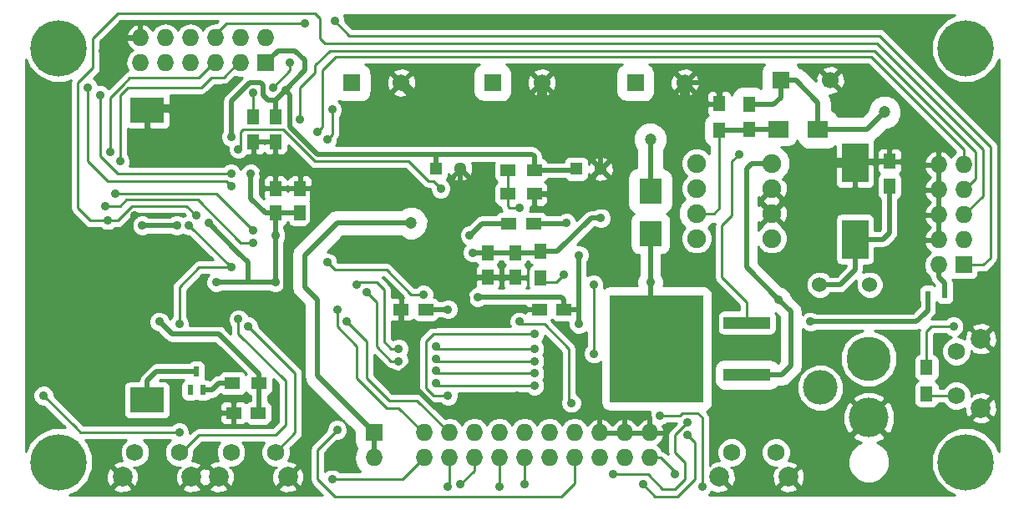
<source format=gbr>
G04 #@! TF.FileFunction,Copper,L2,Bot,Signal*
%FSLAX46Y46*%
G04 Gerber Fmt 4.6, Leading zero omitted, Abs format (unit mm)*
G04 Created by KiCad (PCBNEW 4.0.2-stable) date 9/19/2016 8:58:52 PM*
%MOMM*%
G01*
G04 APERTURE LIST*
%ADD10C,0.100000*%
%ADD11R,4.700000X1.300000*%
%ADD12R,9.500000X10.900000*%
%ADD13R,3.500000X2.600000*%
%ADD14R,1.727200X1.727200*%
%ADD15O,1.727200X1.727200*%
%ADD16C,1.750000*%
%ADD17C,2.000000*%
%ADD18C,5.700000*%
%ADD19C,1.905000*%
%ADD20R,1.500000X1.300000*%
%ADD21R,1.300000X1.500000*%
%ADD22R,2.000000X1.700000*%
%ADD23R,2.300000X2.500000*%
%ADD24R,1.500000X1.250000*%
%ADD25R,1.250000X1.500000*%
%ADD26C,1.300000*%
%ADD27R,1.300000X1.300000*%
%ADD28C,1.700000*%
%ADD29R,1.700000X1.700000*%
%ADD30R,2.700020X4.000500*%
%ADD31R,0.599440X1.000760*%
%ADD32C,1.524000*%
%ADD33R,0.600000X0.800000*%
%ADD34C,4.000000*%
%ADD35C,4.500000*%
%ADD36C,3.500000*%
%ADD37C,0.889000*%
%ADD38C,1.500000*%
%ADD39C,1.200000*%
%ADD40C,0.500000*%
%ADD41C,1.000000*%
%ADD42C,0.254000*%
G04 APERTURE END LIST*
D10*
D11*
X188300000Y-101865000D03*
X188300000Y-107135000D03*
D12*
X179150000Y-104500000D03*
D13*
X127500000Y-109700000D03*
X127500000Y-80300000D03*
D14*
X210250000Y-96000000D03*
D15*
X207710000Y-96000000D03*
X210250000Y-93460000D03*
X207710000Y-93460000D03*
X210250000Y-90920000D03*
X207710000Y-90920000D03*
X210250000Y-88380000D03*
X207710000Y-88380000D03*
X210250000Y-85840000D03*
X207710000Y-85840000D03*
D16*
X126250000Y-115010000D03*
X130750000Y-115010000D03*
D17*
X124995000Y-117500000D03*
X132005000Y-117500000D03*
D16*
X136000000Y-115010000D03*
X140500000Y-115010000D03*
D17*
X134745000Y-117500000D03*
X141755000Y-117500000D03*
D16*
X186750000Y-115010000D03*
X191250000Y-115010000D03*
D17*
X185495000Y-117500000D03*
X192505000Y-117500000D03*
D16*
X209510000Y-109250000D03*
X209510000Y-104750000D03*
D17*
X212000000Y-110505000D03*
X212000000Y-103495000D03*
D18*
X210500000Y-116000000D03*
X210500000Y-74000000D03*
X118500000Y-74000000D03*
X118500000Y-116000000D03*
D19*
X183190000Y-85690000D03*
X183190000Y-88230000D03*
X183190000Y-90770000D03*
X183190000Y-93310000D03*
X190810000Y-93310000D03*
X190810000Y-90770000D03*
X190810000Y-88230000D03*
X190810000Y-85690000D03*
D20*
X166750000Y-86400000D03*
X164050000Y-86400000D03*
D21*
X167400000Y-97350000D03*
X167400000Y-94650000D03*
D20*
X166750000Y-88800000D03*
X164050000Y-88800000D03*
X138850000Y-108000000D03*
X136150000Y-108000000D03*
D22*
X191500000Y-82250000D03*
X195500000Y-82250000D03*
D21*
X185500000Y-82350000D03*
X185500000Y-79650000D03*
D14*
X139500000Y-75500000D03*
D15*
X139500000Y-72960000D03*
X136960000Y-75500000D03*
X136960000Y-72960000D03*
X134420000Y-75500000D03*
X134420000Y-72960000D03*
X131880000Y-75500000D03*
X131880000Y-72960000D03*
X129340000Y-75500000D03*
X129340000Y-72960000D03*
X126800000Y-75500000D03*
X126800000Y-72960000D03*
D23*
X178500000Y-92800000D03*
X178500000Y-88500000D03*
D24*
X166650000Y-91800000D03*
X164150000Y-91800000D03*
D25*
X164800000Y-94750000D03*
X164800000Y-97250000D03*
X162000000Y-94750000D03*
X162000000Y-97250000D03*
D26*
X173500000Y-86250000D03*
D27*
X171000000Y-86250000D03*
D26*
X159250000Y-86250000D03*
D27*
X156750000Y-86250000D03*
D24*
X155750000Y-100500000D03*
X153250000Y-100500000D03*
X169750000Y-100500000D03*
X167250000Y-100500000D03*
X136250000Y-111000000D03*
X138750000Y-111000000D03*
D25*
X138250000Y-81000000D03*
X138250000Y-83500000D03*
X140500000Y-90750000D03*
X140500000Y-88250000D03*
X143000000Y-90750000D03*
X143000000Y-88250000D03*
X140500000Y-81000000D03*
X140500000Y-83500000D03*
D28*
X196750000Y-77250000D03*
D29*
X191750000Y-77250000D03*
D28*
X182000000Y-77500000D03*
D29*
X177000000Y-77500000D03*
D28*
X153250000Y-77500000D03*
D29*
X148250000Y-77500000D03*
D28*
X167500000Y-77500000D03*
D29*
X162500000Y-77500000D03*
D25*
X188500000Y-82250000D03*
X188500000Y-79750000D03*
X202750000Y-88000000D03*
X202750000Y-85500000D03*
D30*
X199250000Y-85611260D03*
X199250000Y-93388740D03*
D31*
X131849760Y-108699960D03*
X133150240Y-108699960D03*
X132500000Y-106800040D03*
D21*
X206500000Y-109100000D03*
X206500000Y-106400000D03*
D32*
X195670000Y-98000000D03*
X200750000Y-98000000D03*
D33*
X208350000Y-99000000D03*
X206650000Y-99000000D03*
D34*
X200650000Y-111500000D03*
D35*
X200650000Y-105500000D03*
D36*
X195750000Y-108450000D03*
D14*
X150500000Y-113000000D03*
D15*
X150500000Y-115540000D03*
X155580000Y-113000000D03*
X155580000Y-115540000D03*
X158120000Y-113000000D03*
X158120000Y-115540000D03*
X160660000Y-113000000D03*
X160660000Y-115540000D03*
X163200000Y-113000000D03*
X163200000Y-115540000D03*
X165740000Y-113000000D03*
X165740000Y-115540000D03*
X168280000Y-113000000D03*
X168280000Y-115540000D03*
X170820000Y-113000000D03*
X170820000Y-115540000D03*
X173360000Y-113000000D03*
X173360000Y-115540000D03*
X175900000Y-113000000D03*
X175900000Y-115540000D03*
X178440000Y-113000000D03*
X178440000Y-115540000D03*
D37*
X152000000Y-108250000D03*
D38*
X204750000Y-100000000D03*
D37*
X193000000Y-98250000D03*
X123000000Y-74250000D03*
D38*
X182000000Y-80000000D03*
X195500000Y-85500000D03*
D37*
X118000000Y-104500000D03*
X118000000Y-96750000D03*
X135250000Y-78000000D03*
X131000000Y-82250000D03*
X126250000Y-91000000D03*
X141500000Y-99000000D03*
X160500000Y-97250000D03*
X158750000Y-90000000D03*
X165000000Y-109250000D03*
X119250000Y-82250000D03*
X139250000Y-86750000D03*
X134000000Y-111500000D03*
X173500000Y-91250000D03*
X160500000Y-94750000D03*
X194750000Y-101750000D03*
X171250000Y-95000000D03*
X171250000Y-102000000D03*
X138000000Y-86750000D03*
X127000000Y-92000000D03*
X130500000Y-92000000D03*
X136000000Y-83000000D03*
X140500000Y-93000000D03*
X133750000Y-91750000D03*
X140500000Y-97750000D03*
X117000000Y-109250000D03*
X130750000Y-113000000D03*
X134500000Y-97750000D03*
X161000000Y-99250000D03*
X158000000Y-100500000D03*
X141500000Y-78250000D03*
X138250000Y-78500000D03*
X123500000Y-91500000D03*
X132500000Y-91000000D03*
X209250000Y-102250000D03*
X128750000Y-101750000D03*
X170000000Y-91750000D03*
X160200000Y-93000000D03*
X178500000Y-97750000D03*
X136750000Y-101500000D03*
X137750000Y-102250000D03*
X138250000Y-92500000D03*
X124750000Y-85500000D03*
X124250000Y-88750000D03*
X138250000Y-93750000D03*
X123250000Y-90000000D03*
X123750000Y-84500000D03*
X172750000Y-98000000D03*
X172750000Y-105000000D03*
X155500000Y-99000000D03*
X145750000Y-95750000D03*
X156750000Y-108000000D03*
X166750000Y-108250000D03*
X148750000Y-98000000D03*
X153000000Y-104500000D03*
X166750000Y-104500000D03*
X156750000Y-104250000D03*
X153000000Y-105750000D03*
X149750000Y-98750000D03*
X156750000Y-105500000D03*
X166750000Y-105750000D03*
X146500000Y-71250000D03*
X146250000Y-80250000D03*
X145750000Y-83250000D03*
X144750000Y-82500000D03*
X143000000Y-81250000D03*
X140250000Y-78000000D03*
X142000000Y-75500000D03*
X143500000Y-71500000D03*
X157250000Y-88250000D03*
X136750000Y-84250000D03*
X130750000Y-102000000D03*
X131750000Y-92000000D03*
X136000000Y-96250000D03*
X122750000Y-78750000D03*
X136000000Y-86750000D03*
X121500000Y-78000000D03*
X136000000Y-88000000D03*
X187500000Y-84750000D03*
X191500000Y-99500000D03*
X166750000Y-107000000D03*
X156750000Y-106750000D03*
X165250000Y-90250000D03*
X169750000Y-97000000D03*
X158000000Y-118500000D03*
X159250000Y-118250000D03*
X146750000Y-112750000D03*
X158000000Y-109250000D03*
X166750000Y-103000000D03*
X177750000Y-118250000D03*
X182250000Y-113250000D03*
X165750000Y-118250000D03*
X170500000Y-110000000D03*
X165250000Y-101750000D03*
X179500000Y-111250000D03*
X163250000Y-118500000D03*
X183750000Y-118500000D03*
X174750000Y-117250000D03*
X182250000Y-112000000D03*
X146750000Y-100500000D03*
X147750000Y-101750000D03*
X146250000Y-117750000D03*
X181000000Y-117250000D03*
D39*
X154250000Y-91750000D03*
X178500000Y-83250000D03*
X202250000Y-80500000D03*
D40*
X132500000Y-106800040D02*
X128449960Y-106800040D01*
X127500000Y-107750000D02*
X127500000Y-109700000D01*
X128449960Y-106800040D02*
X127500000Y-107750000D01*
X152000000Y-108250000D02*
X153250000Y-107000000D01*
X157000000Y-110500000D02*
X156750000Y-110500000D01*
X156750000Y-110500000D02*
X153250000Y-107000000D01*
X204750000Y-100000000D02*
X194750000Y-100000000D01*
X193000000Y-98250000D02*
X194750000Y-100000000D01*
X124290000Y-72960000D02*
X123000000Y-74250000D01*
X124290000Y-72960000D02*
X126800000Y-72960000D01*
D41*
X167500000Y-77500000D02*
X167500000Y-80000000D01*
X167500000Y-80000000D02*
X167500000Y-79750000D01*
X167500000Y-79750000D02*
X167500000Y-80000000D01*
X182000000Y-80000000D02*
X167500000Y-80000000D01*
X167500000Y-80000000D02*
X155750000Y-80000000D01*
X155750000Y-80000000D02*
X153250000Y-77500000D01*
X182000000Y-80000000D02*
X182000000Y-77500000D01*
X195611260Y-85611260D02*
X199250000Y-85611260D01*
X195500000Y-85500000D02*
X195611260Y-85611260D01*
D40*
X202750000Y-85500000D02*
X199361260Y-85500000D01*
X199361260Y-85500000D02*
X199250000Y-85611260D01*
D41*
X199361260Y-85500000D02*
X199250000Y-85611260D01*
D40*
X118000000Y-96750000D02*
X118000000Y-96500000D01*
X125250000Y-112000000D02*
X130250000Y-112000000D01*
X130250000Y-112000000D02*
X130750000Y-111500000D01*
X130750000Y-111500000D02*
X134000000Y-111500000D01*
X120500000Y-107250000D02*
X125250000Y-112000000D01*
X125250000Y-112000000D02*
X125000000Y-111750000D01*
X118000000Y-104500000D02*
X118000000Y-104750000D01*
X118000000Y-104750000D02*
X120500000Y-107250000D01*
X118000000Y-104500000D02*
X118000000Y-97000000D01*
X118000000Y-96500000D02*
X118000000Y-97000000D01*
X118000000Y-95000000D02*
X118000000Y-96500000D01*
X118000000Y-92500000D02*
X118000000Y-95000000D01*
X132000000Y-81250000D02*
X130750000Y-80000000D01*
X130750000Y-80000000D02*
X127800000Y-80000000D01*
X127800000Y-80000000D02*
X127500000Y-80300000D01*
X131000000Y-82250000D02*
X132000000Y-81250000D01*
X132000000Y-81250000D02*
X135250000Y-78000000D01*
D42*
X124750000Y-92500000D02*
X124500000Y-92500000D01*
X126250000Y-91000000D02*
X124750000Y-92500000D01*
D40*
X140500000Y-85500000D02*
X128500000Y-85500000D01*
X128500000Y-85500000D02*
X127500000Y-84500000D01*
X127500000Y-84500000D02*
X127500000Y-80300000D01*
X140500000Y-86750000D02*
X140500000Y-85500000D01*
X140500000Y-85500000D02*
X140500000Y-83500000D01*
X138250000Y-83500000D02*
X140500000Y-83500000D01*
X160000000Y-100250000D02*
X160000000Y-99250000D01*
X160000000Y-100500000D02*
X160000000Y-100250000D01*
X158750000Y-98000000D02*
X158750000Y-97250000D01*
X160000000Y-99250000D02*
X158750000Y-98000000D01*
X160500000Y-97250000D02*
X162000000Y-97250000D01*
X157000000Y-97250000D02*
X158750000Y-97250000D01*
X156250000Y-91500000D02*
X156250000Y-96500000D01*
X157000000Y-97250000D02*
X156250000Y-96500000D01*
X158750000Y-97250000D02*
X160500000Y-97250000D01*
X162000000Y-97250000D02*
X164800000Y-97250000D01*
X159250000Y-110500000D02*
X160500000Y-109250000D01*
X165000000Y-109250000D02*
X160500000Y-109250000D01*
X157000000Y-110500000D02*
X159250000Y-110500000D01*
X156250000Y-91500000D02*
X156250000Y-89750000D01*
X154750000Y-88250000D02*
X156250000Y-89750000D01*
X159250000Y-86250000D02*
X159250000Y-89500000D01*
X159250000Y-89500000D02*
X158750000Y-90000000D01*
X157250000Y-91500000D02*
X156250000Y-91500000D01*
X158750000Y-90000000D02*
X157250000Y-91500000D01*
X153375000Y-106875000D02*
X153250000Y-107000000D01*
X153250000Y-107000000D02*
X154750000Y-105500000D01*
X154750000Y-105500000D02*
X154750000Y-102250000D01*
X178440000Y-113000000D02*
X178440000Y-111440000D01*
X165000000Y-110500000D02*
X165000000Y-109250000D01*
X165750000Y-111250000D02*
X165000000Y-110500000D01*
X178250000Y-111250000D02*
X165750000Y-111250000D01*
X178440000Y-111440000D02*
X178250000Y-111250000D01*
X160000000Y-100500000D02*
X167250000Y-100500000D01*
X160000000Y-100500000D02*
X160000000Y-101000000D01*
X154750000Y-102250000D02*
X155250000Y-102250000D01*
X160000000Y-101000000D02*
X159250000Y-101750000D01*
X159250000Y-101750000D02*
X158500000Y-101750000D01*
X157250000Y-101750000D02*
X158500000Y-101750000D01*
X156750000Y-102250000D02*
X157250000Y-101750000D01*
X155250000Y-102250000D02*
X156750000Y-102250000D01*
X153375000Y-106875000D02*
X153500000Y-106750000D01*
X153250000Y-100500000D02*
X153250000Y-101750000D01*
X153250000Y-101750000D02*
X153750000Y-102250000D01*
X153750000Y-102250000D02*
X154750000Y-102250000D01*
X173500000Y-86250000D02*
X173500000Y-80000000D01*
X166750000Y-88800000D02*
X170950000Y-88800000D01*
X170950000Y-88800000D02*
X173500000Y-86250000D01*
D42*
X118500000Y-92500000D02*
X118000000Y-92500000D01*
X118000000Y-92500000D02*
X118250000Y-92500000D01*
X118250000Y-92500000D02*
X118000000Y-92500000D01*
D40*
X118000000Y-92500000D02*
X118000000Y-83500000D01*
X118450000Y-83050000D02*
X119250000Y-82250000D01*
X118000000Y-83500000D02*
X118450000Y-83050000D01*
X139250000Y-86750000D02*
X140500000Y-86750000D01*
X140500000Y-86750000D02*
X140500000Y-88250000D01*
X140500000Y-88250000D02*
X143000000Y-88250000D01*
D42*
X124500000Y-92500000D02*
X124250000Y-92500000D01*
X124500000Y-92500000D02*
X124250000Y-92500000D01*
X124250000Y-92500000D02*
X118500000Y-92500000D01*
X118500000Y-92500000D02*
X118450000Y-92500000D01*
D40*
X136250000Y-111000000D02*
X134500000Y-111000000D01*
X134500000Y-111000000D02*
X134000000Y-111500000D01*
X153250000Y-77500000D02*
X153500000Y-77500000D01*
X182000000Y-77500000D02*
X184500000Y-77500000D01*
X184500000Y-77500000D02*
X185500000Y-78500000D01*
X185500000Y-78500000D02*
X185500000Y-79650000D01*
X141500000Y-99000000D02*
X141500000Y-97250000D01*
X154750000Y-88250000D02*
X144250000Y-88250000D01*
X143750000Y-92250000D02*
X141500000Y-94500000D01*
X141500000Y-94500000D02*
X141500000Y-97250000D01*
X144250000Y-91750000D02*
X144250000Y-88250000D01*
X143750000Y-92250000D02*
X144250000Y-91750000D01*
X144250000Y-88250000D02*
X144500000Y-88250000D01*
X143000000Y-88250000D02*
X144500000Y-88250000D01*
X143000000Y-88250000D02*
X144000000Y-88250000D01*
X199250000Y-93388740D02*
X202111260Y-93388740D01*
X202750000Y-92750000D02*
X202750000Y-88000000D01*
X202111260Y-93388740D02*
X202750000Y-92750000D01*
X195670000Y-98000000D02*
X197750000Y-98000000D01*
X199250000Y-96500000D02*
X199250000Y-93388740D01*
X197750000Y-98000000D02*
X199250000Y-96500000D01*
X169100000Y-94650000D02*
X172500000Y-91250000D01*
X169100000Y-94650000D02*
X167400000Y-94650000D01*
X173500000Y-91250000D02*
X172500000Y-91250000D01*
X160500000Y-94750000D02*
X162000000Y-94750000D01*
X162000000Y-94750000D02*
X164800000Y-94750000D01*
X164800000Y-94750000D02*
X167300000Y-94750000D01*
X167300000Y-94750000D02*
X167400000Y-94650000D01*
D42*
X167300000Y-94750000D02*
X167400000Y-94650000D01*
X183190000Y-90770000D02*
X184980000Y-90770000D01*
X185500000Y-90250000D02*
X185500000Y-82350000D01*
X184980000Y-90770000D02*
X185500000Y-90250000D01*
D40*
X183190000Y-90770000D02*
X183230000Y-90770000D01*
X185500000Y-82350000D02*
X188400000Y-82350000D01*
X188400000Y-82350000D02*
X188500000Y-82250000D01*
X188500000Y-82250000D02*
X191500000Y-82250000D01*
D41*
X188400000Y-82350000D02*
X188500000Y-82250000D01*
D42*
X188400000Y-82350000D02*
X188500000Y-82250000D01*
D40*
X156750000Y-86250000D02*
X156750000Y-84750000D01*
X144750000Y-84750000D02*
X156750000Y-84750000D01*
X156750000Y-84750000D02*
X157250000Y-84750000D01*
X166500000Y-84750000D02*
X166750000Y-85000000D01*
X166750000Y-85000000D02*
X166750000Y-86400000D01*
X165750000Y-84750000D02*
X157250000Y-84750000D01*
X165750000Y-84750000D02*
X166500000Y-84750000D01*
X205500000Y-101750000D02*
X206300000Y-100950000D01*
X206650000Y-100600000D02*
X206650000Y-99000000D01*
X206650000Y-100600000D02*
X206300000Y-100950000D01*
X194750000Y-101750000D02*
X205500000Y-101750000D01*
X169750000Y-100500000D02*
X171250000Y-100500000D01*
X171250000Y-95000000D02*
X171250000Y-100500000D01*
X171250000Y-100500000D02*
X171250000Y-102000000D01*
X139500000Y-90750000D02*
X138000000Y-89250000D01*
X138000000Y-86750000D02*
X138000000Y-89250000D01*
X130500000Y-92000000D02*
X127000000Y-92000000D01*
X139750000Y-79250000D02*
X140500000Y-79250000D01*
X139750000Y-79250000D02*
X139250000Y-78750000D01*
X139250000Y-78750000D02*
X139250000Y-77750000D01*
X139250000Y-77750000D02*
X139000000Y-77500000D01*
X139000000Y-77500000D02*
X138500000Y-77500000D01*
X138500000Y-77500000D02*
X137892372Y-77500000D01*
X137892372Y-77500000D02*
X136000000Y-79392372D01*
X136000000Y-79392372D02*
X136000000Y-83000000D01*
X140500000Y-90750000D02*
X139500000Y-90750000D01*
X136750000Y-94750000D02*
X137750000Y-95750000D01*
X136750000Y-94750000D02*
X133750000Y-91750000D01*
X137750000Y-97000000D02*
X137750000Y-97750000D01*
X137750000Y-95750000D02*
X137750000Y-97000000D01*
X140500000Y-97750000D02*
X140500000Y-94250000D01*
X140500000Y-94250000D02*
X140500000Y-93000000D01*
X140500000Y-93000000D02*
X140500000Y-90750000D01*
D42*
X117000000Y-109250000D02*
X120250000Y-112500000D01*
D40*
X140500000Y-97750000D02*
X137750000Y-97750000D01*
D42*
X120750000Y-113000000D02*
X120250000Y-112500000D01*
X130750000Y-113000000D02*
X120750000Y-113000000D01*
D40*
X141500000Y-78250000D02*
X142000000Y-78750000D01*
X142000000Y-78750000D02*
X142000000Y-82000000D01*
X140500000Y-81000000D02*
X140500000Y-79250000D01*
X134500000Y-97750000D02*
X137000000Y-97750000D01*
X137000000Y-97750000D02*
X137750000Y-97750000D01*
X141500000Y-78250000D02*
X140500000Y-79250000D01*
X139500000Y-75500000D02*
X140750000Y-74250000D01*
X141500000Y-78250000D02*
X143500000Y-76250000D01*
X143500000Y-75500000D02*
X143500000Y-76250000D01*
X140750000Y-74250000D02*
X142500000Y-74250000D01*
X142500000Y-74250000D02*
X143500000Y-75250000D01*
X143500000Y-75250000D02*
X143500000Y-75500000D01*
X169750000Y-100500000D02*
X169750000Y-99500000D01*
X169500000Y-99250000D02*
X169750000Y-99500000D01*
X169500000Y-99250000D02*
X161000000Y-99250000D01*
X155750000Y-100500000D02*
X158000000Y-100500000D01*
X166750000Y-86400000D02*
X166750000Y-85750000D01*
X166750000Y-86400000D02*
X170850000Y-86400000D01*
X170850000Y-86400000D02*
X171000000Y-86250000D01*
X142000000Y-82000000D02*
X144750000Y-84750000D01*
X140500000Y-90750000D02*
X143000000Y-90750000D01*
D42*
X170850000Y-86400000D02*
X171000000Y-86250000D01*
X138250000Y-81000000D02*
X138250000Y-79500000D01*
X138250000Y-79500000D02*
X138250000Y-78500000D01*
X138250000Y-78500000D02*
X138000000Y-78750000D01*
X201500000Y-73500000D02*
X145500000Y-73500000D01*
X145000000Y-73000000D02*
X145000000Y-71000000D01*
X145500000Y-73500000D02*
X145000000Y-73000000D01*
X122000000Y-76000000D02*
X120500000Y-77500000D01*
X122000000Y-73000000D02*
X122000000Y-76000000D01*
X120500000Y-77500000D02*
X120500000Y-86500000D01*
X144500000Y-70500000D02*
X124500000Y-70500000D01*
X124500000Y-70500000D02*
X122000000Y-73000000D01*
X120500000Y-88000000D02*
X120500000Y-86500000D01*
X120500000Y-90250000D02*
X120500000Y-88000000D01*
X121750000Y-91500000D02*
X120500000Y-90250000D01*
X123500000Y-91500000D02*
X121750000Y-91500000D01*
X126750000Y-90000000D02*
X131500000Y-90000000D01*
X126750000Y-90000000D02*
X126000000Y-90000000D01*
X123500000Y-91500000D02*
X124500000Y-91500000D01*
X124500000Y-91500000D02*
X126000000Y-90000000D01*
X131500000Y-90000000D02*
X132500000Y-91000000D01*
X212250000Y-84250000D02*
X201500000Y-73500000D01*
X145000000Y-71000000D02*
X144500000Y-70500000D01*
X212250000Y-89000000D02*
X212250000Y-84250000D01*
X212250000Y-89000000D02*
X210330000Y-90920000D01*
X206500000Y-106400000D02*
X206500000Y-102750000D01*
X207000000Y-102250000D02*
X209250000Y-102250000D01*
X206500000Y-102750000D02*
X207000000Y-102250000D01*
X210250000Y-90920000D02*
X210330000Y-90920000D01*
D40*
X135500000Y-103750000D02*
X135000000Y-103250000D01*
X138000000Y-106250000D02*
X138850000Y-107100000D01*
X138850000Y-108000000D02*
X138850000Y-107100000D01*
X135500000Y-103750000D02*
X138000000Y-106250000D01*
X130000000Y-103000000D02*
X129750000Y-102750000D01*
X134750000Y-103000000D02*
X130000000Y-103000000D01*
X135000000Y-103250000D02*
X134750000Y-103000000D01*
X128750000Y-101750000D02*
X129750000Y-102750000D01*
X138850000Y-108000000D02*
X138850000Y-110900000D01*
X138850000Y-110900000D02*
X138750000Y-111000000D01*
X166650000Y-91800000D02*
X169950000Y-91800000D01*
X169950000Y-91800000D02*
X170000000Y-91750000D01*
D42*
X169950000Y-91800000D02*
X168800000Y-91800000D01*
X170000000Y-91750000D02*
X169950000Y-91800000D01*
X168750000Y-91800000D02*
X169000000Y-91800000D01*
D40*
X160200000Y-93000000D02*
X160250000Y-93000000D01*
X161450000Y-91800000D02*
X164150000Y-91800000D01*
X160250000Y-93000000D02*
X161450000Y-91800000D01*
X178500000Y-92800000D02*
X178500000Y-96250000D01*
X178500000Y-96250000D02*
X178500000Y-97750000D01*
X178500000Y-97750000D02*
X178500000Y-103850000D01*
X178500000Y-103850000D02*
X179150000Y-104500000D01*
X178500000Y-103850000D02*
X179150000Y-104500000D01*
X178500000Y-103850000D02*
X179150000Y-104500000D01*
X207710000Y-96000000D02*
X207710000Y-97210000D01*
X208350000Y-97850000D02*
X208350000Y-99000000D01*
X207710000Y-97210000D02*
X208350000Y-97850000D01*
D42*
X207700000Y-96010000D02*
X207710000Y-96000000D01*
D40*
X133150240Y-108699960D02*
X134050040Y-108699960D01*
X134750000Y-108000000D02*
X136150000Y-108000000D01*
X134500000Y-108250000D02*
X134750000Y-108000000D01*
X134050040Y-108699960D02*
X134500000Y-108250000D01*
X136134000Y-108016000D02*
X136150000Y-108000000D01*
X136134000Y-108016000D02*
X136150000Y-108000000D01*
D42*
X140500000Y-113250000D02*
X141500000Y-112250000D01*
X136750000Y-101500000D02*
X136750000Y-103000000D01*
X136750000Y-103000000D02*
X141500000Y-107750000D01*
X141500000Y-107750000D02*
X141500000Y-112250000D01*
X140500000Y-113250000D02*
X132750000Y-113250000D01*
X130990000Y-115010000D02*
X132750000Y-113250000D01*
X130990000Y-115010000D02*
X130750000Y-115010000D01*
X142500000Y-113010000D02*
X140500000Y-115010000D01*
X142500000Y-107000000D02*
X142500000Y-113010000D01*
X137750000Y-102250000D02*
X142500000Y-107000000D01*
X134500000Y-88750000D02*
X133750000Y-88750000D01*
X138250000Y-92500000D02*
X134500000Y-88750000D01*
X135250000Y-77000000D02*
X136750000Y-75500000D01*
X135250000Y-77000000D02*
X134000000Y-77000000D01*
X134000000Y-77000000D02*
X133000000Y-78000000D01*
X133000000Y-78000000D02*
X125500000Y-78000000D01*
X125500000Y-78000000D02*
X124750000Y-78750000D01*
X124750000Y-85500000D02*
X124750000Y-78750000D01*
X124250000Y-88750000D02*
X133750000Y-88750000D01*
X136960000Y-75500000D02*
X136750000Y-75500000D01*
X138250000Y-93750000D02*
X137000000Y-93750000D01*
X137000000Y-93750000D02*
X132625000Y-89375000D01*
X125375000Y-89375000D02*
X124750000Y-90000000D01*
X124750000Y-90000000D02*
X123250000Y-90000000D01*
X132625000Y-89375000D02*
X125375000Y-89375000D01*
X134420000Y-75500000D02*
X134250000Y-75500000D01*
X134250000Y-75500000D02*
X132750000Y-77000000D01*
X132750000Y-77000000D02*
X125750000Y-77000000D01*
X125750000Y-77000000D02*
X125000000Y-77750000D01*
X123750000Y-79000000D02*
X125000000Y-77750000D01*
X123750000Y-79750000D02*
X123750000Y-84500000D01*
X123750000Y-79750000D02*
X123750000Y-79000000D01*
X172750000Y-98000000D02*
X172750000Y-105000000D01*
X155500000Y-99000000D02*
X154250000Y-99000000D01*
X145750000Y-95750000D02*
X146500000Y-96500000D01*
X146500000Y-96500000D02*
X151750000Y-96500000D01*
X151750000Y-96500000D02*
X154250000Y-99000000D01*
X157000000Y-108250000D02*
X157500000Y-108250000D01*
X156750000Y-108000000D02*
X157000000Y-108250000D01*
X157250000Y-108250000D02*
X157500000Y-108250000D01*
X157500000Y-108250000D02*
X166750000Y-108250000D01*
X149000000Y-97750000D02*
X150750000Y-97750000D01*
X148750000Y-98000000D02*
X149000000Y-97750000D01*
X151500000Y-98500000D02*
X150750000Y-97750000D01*
X153000000Y-104500000D02*
X152250000Y-104500000D01*
X152250000Y-104500000D02*
X151500000Y-103750000D01*
X151500000Y-103750000D02*
X151500000Y-99500000D01*
X151500000Y-99500000D02*
X151500000Y-98500000D01*
X157000000Y-104500000D02*
X166750000Y-104500000D01*
X156750000Y-104250000D02*
X157000000Y-104500000D01*
X150750000Y-104250000D02*
X150750000Y-99750000D01*
X152250000Y-105750000D02*
X153000000Y-105750000D01*
X150750000Y-104250000D02*
X152250000Y-105750000D01*
X150750000Y-99750000D02*
X149750000Y-98750000D01*
X157000000Y-105750000D02*
X157750000Y-105750000D01*
X156750000Y-105500000D02*
X157000000Y-105750000D01*
X157500000Y-105750000D02*
X157750000Y-105750000D01*
X157750000Y-105750000D02*
X166750000Y-105750000D01*
X148000000Y-72750000D02*
X146500000Y-71250000D01*
X201750000Y-72750000D02*
X148000000Y-72750000D01*
X146250000Y-80250000D02*
X146250000Y-82750000D01*
X145750000Y-83250000D02*
X146250000Y-82750000D01*
X212250000Y-96000000D02*
X213000000Y-95250000D01*
X213000000Y-95250000D02*
X213000000Y-84000000D01*
X213000000Y-84000000D02*
X201750000Y-72750000D01*
X212250000Y-96000000D02*
X210250000Y-96000000D01*
X146625000Y-74875000D02*
X145250000Y-76250000D01*
X144750000Y-82500000D02*
X145250000Y-82000000D01*
X145250000Y-76250000D02*
X145250000Y-82000000D01*
X200875000Y-74875000D02*
X146750000Y-74875000D01*
X146750000Y-74875000D02*
X146625000Y-74875000D01*
X210250000Y-84250000D02*
X200875000Y-74875000D01*
X210250000Y-85840000D02*
X210250000Y-84250000D01*
X201250000Y-74250000D02*
X146000000Y-74250000D01*
X143000000Y-79500000D02*
X143000000Y-78000000D01*
X144500000Y-75750000D02*
X144500000Y-76500000D01*
X146000000Y-74250000D02*
X144500000Y-75750000D01*
X143000000Y-78000000D02*
X144500000Y-76500000D01*
X143000000Y-81250000D02*
X143000000Y-79500000D01*
X211500000Y-87250000D02*
X211500000Y-84500000D01*
X210370000Y-88380000D02*
X211500000Y-87250000D01*
X211500000Y-84500000D02*
X201250000Y-74250000D01*
X210250000Y-88380000D02*
X210370000Y-88380000D01*
X140250000Y-78000000D02*
X142000000Y-76250000D01*
X142000000Y-76250000D02*
X142000000Y-75500000D01*
X135500000Y-71500000D02*
X143500000Y-71500000D01*
X135500000Y-71500000D02*
X134420000Y-72580000D01*
X134420000Y-72580000D02*
X134420000Y-72960000D01*
X156250000Y-87500000D02*
X156000000Y-87500000D01*
X156500000Y-87500000D02*
X157250000Y-88250000D01*
X156250000Y-87500000D02*
X156500000Y-87500000D01*
X154000000Y-85500000D02*
X144500000Y-85500000D01*
X156000000Y-87500000D02*
X154000000Y-85500000D01*
X144250000Y-85250000D02*
X144500000Y-85500000D01*
X141250000Y-82250000D02*
X144250000Y-85250000D01*
X137250000Y-82250000D02*
X141250000Y-82250000D01*
X137000000Y-82500000D02*
X137250000Y-82250000D01*
X137000000Y-84000000D02*
X137000000Y-82500000D01*
X136750000Y-84250000D02*
X137000000Y-84000000D01*
X130750000Y-102000000D02*
X130750000Y-98250000D01*
X134500000Y-96250000D02*
X134750000Y-96250000D01*
X134750000Y-96250000D02*
X136000000Y-96250000D01*
X132750000Y-96250000D02*
X134500000Y-96250000D01*
X130750000Y-98250000D02*
X132750000Y-96250000D01*
X136000000Y-96250000D02*
X131750000Y-92000000D01*
X124500000Y-86750000D02*
X122750000Y-85000000D01*
X122750000Y-85000000D02*
X122750000Y-78750000D01*
X136000000Y-86750000D02*
X124500000Y-86750000D01*
X136000000Y-88000000D02*
X135500000Y-87500000D01*
X135500000Y-87500000D02*
X123500000Y-87500000D01*
X121500000Y-85500000D02*
X121500000Y-78000000D01*
X123500000Y-87500000D02*
X121500000Y-85500000D01*
X210250000Y-93460000D02*
X210290000Y-93460000D01*
X186750000Y-85500000D02*
X187500000Y-84750000D01*
X186750000Y-86000000D02*
X186750000Y-85500000D01*
X186750000Y-91000000D02*
X186750000Y-86000000D01*
X185750000Y-92000000D02*
X186750000Y-91000000D01*
X185750000Y-97250000D02*
X185750000Y-92000000D01*
X188300000Y-99800000D02*
X185750000Y-97250000D01*
X188300000Y-99800000D02*
X188300000Y-101865000D01*
D40*
X188300000Y-107135000D02*
X191865000Y-107135000D01*
X192750000Y-106250000D02*
X192750000Y-100750000D01*
X191865000Y-107135000D02*
X192750000Y-106250000D01*
X191500000Y-99500000D02*
X188250000Y-96250000D01*
X192750000Y-100750000D02*
X191500000Y-99500000D01*
X188810000Y-85690000D02*
X190810000Y-85690000D01*
X188250000Y-86250000D02*
X188810000Y-85690000D01*
X188250000Y-96250000D02*
X188250000Y-86250000D01*
D42*
X157250000Y-107000000D02*
X166750000Y-107000000D01*
X157000000Y-107000000D02*
X157250000Y-107000000D01*
X156750000Y-106750000D02*
X157000000Y-107000000D01*
X165250000Y-90250000D02*
X164250000Y-90250000D01*
X164050000Y-90050000D02*
X164050000Y-88800000D01*
X164250000Y-90250000D02*
X164050000Y-90050000D01*
X164050000Y-86400000D02*
X164050000Y-88800000D01*
X169000000Y-97750000D02*
X167800000Y-97750000D01*
X169750000Y-97000000D02*
X169000000Y-97750000D01*
X167800000Y-97750000D02*
X167400000Y-97350000D01*
X158120000Y-118380000D02*
X158120000Y-115540000D01*
X158000000Y-118500000D02*
X158120000Y-118380000D01*
X158120000Y-115540000D02*
X158120000Y-115630000D01*
X159250000Y-118250000D02*
X160660000Y-116840000D01*
X160660000Y-116840000D02*
X160660000Y-115540000D01*
X145250000Y-118250000D02*
X144750000Y-117750000D01*
X145250000Y-118250000D02*
X146500000Y-119500000D01*
X170820000Y-115540000D02*
X170820000Y-118180000D01*
X169500000Y-119500000D02*
X170820000Y-118180000D01*
X146500000Y-119500000D02*
X169500000Y-119500000D01*
X144750000Y-114750000D02*
X145250000Y-114250000D01*
X144750000Y-117750000D02*
X144750000Y-114750000D01*
X146750000Y-112750000D02*
X145250000Y-114250000D01*
X156500000Y-109250000D02*
X155750000Y-108500000D01*
X158000000Y-109250000D02*
X156500000Y-109250000D01*
X155750000Y-103750000D02*
X155750000Y-108500000D01*
X157750000Y-103000000D02*
X166750000Y-103000000D01*
X156500000Y-103000000D02*
X157750000Y-103000000D01*
X155750000Y-103750000D02*
X156500000Y-103000000D01*
X182250000Y-118500000D02*
X183000000Y-117750000D01*
X177750000Y-118250000D02*
X179000000Y-119500000D01*
X179000000Y-119500000D02*
X181250000Y-119500000D01*
X181250000Y-119500000D02*
X182250000Y-118500000D01*
X165740000Y-118240000D02*
X165740000Y-117000000D01*
X165740000Y-118240000D02*
X165750000Y-118250000D01*
X183000000Y-114000000D02*
X182250000Y-113250000D01*
X183000000Y-117750000D02*
X183000000Y-114000000D01*
X170250000Y-104500000D02*
X170250000Y-109750000D01*
X170250000Y-109750000D02*
X170500000Y-110000000D01*
X167750000Y-102000000D02*
X170250000Y-104500000D01*
X165500000Y-102000000D02*
X167750000Y-102000000D01*
X165250000Y-101750000D02*
X165500000Y-102000000D01*
X165740000Y-115540000D02*
X165740000Y-117000000D01*
X165740000Y-117000000D02*
X165740000Y-117010000D01*
X181750000Y-111000000D02*
X181500000Y-111250000D01*
X181500000Y-111250000D02*
X179500000Y-111250000D01*
X183750000Y-111500000D02*
X183750000Y-113750000D01*
X183250000Y-111000000D02*
X183750000Y-111500000D01*
X183250000Y-111000000D02*
X181750000Y-111000000D01*
X163200000Y-118450000D02*
X163250000Y-118500000D01*
X163200000Y-115540000D02*
X163200000Y-118450000D01*
X183750000Y-118500000D02*
X183750000Y-113750000D01*
X183750000Y-113750000D02*
X183750000Y-113500000D01*
X178250000Y-117250000D02*
X174750000Y-117250000D01*
X179750000Y-118750000D02*
X178250000Y-117250000D01*
X181000000Y-118750000D02*
X179750000Y-118750000D01*
X182000000Y-117750000D02*
X181000000Y-118750000D01*
X182000000Y-116000000D02*
X182000000Y-117750000D01*
X181000000Y-115000000D02*
X182000000Y-116000000D01*
X181000000Y-113250000D02*
X181000000Y-115000000D01*
X182250000Y-112000000D02*
X181000000Y-113250000D01*
X155580000Y-113000000D02*
X155500000Y-113000000D01*
X155500000Y-113000000D02*
X153000000Y-110500000D01*
X153000000Y-110500000D02*
X151750000Y-110500000D01*
X151750000Y-110500000D02*
X148750000Y-107500000D01*
X148750000Y-107500000D02*
X148750000Y-104250000D01*
X148750000Y-104250000D02*
X146750000Y-102250000D01*
X146750000Y-100500000D02*
X146750000Y-102250000D01*
X154750000Y-109750000D02*
X154870000Y-109750000D01*
X147750000Y-101750000D02*
X149750000Y-103750000D01*
X149750000Y-103750000D02*
X149750000Y-107500000D01*
X149750000Y-107500000D02*
X152000000Y-109750000D01*
X154750000Y-109750000D02*
X152000000Y-109750000D01*
X154870000Y-109750000D02*
X158120000Y-113000000D01*
X158120000Y-113000000D02*
X158000000Y-113000000D01*
X146250000Y-117750000D02*
X153370000Y-117750000D01*
X153370000Y-117750000D02*
X155580000Y-115540000D01*
X178440000Y-115540000D02*
X179540000Y-115540000D01*
X181000000Y-117000000D02*
X181000000Y-117250000D01*
X179540000Y-115540000D02*
X181000000Y-117000000D01*
D40*
X146250000Y-108750000D02*
X144750000Y-107250000D01*
X150500000Y-113000000D02*
X146250000Y-108750000D01*
X144750000Y-107250000D02*
X144750000Y-99500000D01*
X144750000Y-99500000D02*
X144750000Y-99750000D01*
X144750000Y-99750000D02*
X144750000Y-99500000D01*
X150500000Y-113000000D02*
X150500000Y-115540000D01*
X146750000Y-91750000D02*
X143500000Y-95000000D01*
X154250000Y-91750000D02*
X146750000Y-91750000D01*
X143500000Y-98250000D02*
X144750000Y-99500000D01*
X143500000Y-95000000D02*
X143500000Y-98250000D01*
X178500000Y-83250000D02*
X178500000Y-83750000D01*
X178500000Y-83750000D02*
X178500000Y-88500000D01*
X178500000Y-84000000D02*
X178500000Y-83750000D01*
X188500000Y-79750000D02*
X191000000Y-79750000D01*
X191750000Y-79000000D02*
X191750000Y-77250000D01*
X191000000Y-79750000D02*
X191750000Y-79000000D01*
X195500000Y-82250000D02*
X200500000Y-82250000D01*
X200500000Y-82250000D02*
X202250000Y-80500000D01*
X191750000Y-77250000D02*
X193250000Y-77250000D01*
X195500000Y-79500000D02*
X195500000Y-82250000D01*
X193250000Y-77250000D02*
X195500000Y-79500000D01*
D42*
X209510000Y-109250000D02*
X206650000Y-109250000D01*
X206650000Y-109250000D02*
X206500000Y-109100000D01*
G36*
X208528485Y-71043838D02*
X207547284Y-72023329D01*
X207015606Y-73303749D01*
X207014397Y-74690168D01*
X207543838Y-75971515D01*
X208523329Y-76952716D01*
X209803749Y-77484394D01*
X211190168Y-77485603D01*
X212471515Y-76956162D01*
X213452716Y-75976671D01*
X213815000Y-75104196D01*
X213815000Y-114896941D01*
X213456162Y-114028485D01*
X212476671Y-113047284D01*
X211196251Y-112515606D01*
X209809832Y-112514397D01*
X208528485Y-113043838D01*
X207547284Y-114023329D01*
X207015606Y-115303749D01*
X207014397Y-116690168D01*
X207543838Y-117971515D01*
X208523329Y-118952716D01*
X209395804Y-119315000D01*
X184461554Y-119315000D01*
X184664622Y-119112286D01*
X184728151Y-118959293D01*
X185230461Y-119145908D01*
X185880460Y-119121856D01*
X186369264Y-118919387D01*
X186467927Y-118652532D01*
X191532073Y-118652532D01*
X191630736Y-118919387D01*
X192240461Y-119145908D01*
X192890460Y-119121856D01*
X193379264Y-118919387D01*
X193477927Y-118652532D01*
X192505000Y-117679605D01*
X191532073Y-118652532D01*
X186467927Y-118652532D01*
X185495000Y-117679605D01*
X185480858Y-117693748D01*
X185301253Y-117514143D01*
X185315395Y-117500000D01*
X185301253Y-117485858D01*
X185480858Y-117306253D01*
X185495000Y-117320395D01*
X185509143Y-117306253D01*
X185688748Y-117485858D01*
X185674605Y-117500000D01*
X186647532Y-118472927D01*
X186914387Y-118374264D01*
X187140908Y-117764539D01*
X187116856Y-117114540D01*
X186914387Y-116625736D01*
X186647534Y-116527074D01*
X186654690Y-116519918D01*
X187049040Y-116520262D01*
X187604229Y-116290862D01*
X188029370Y-115866463D01*
X188259738Y-115311675D01*
X188259740Y-115309040D01*
X189739738Y-115309040D01*
X189969138Y-115864229D01*
X190393537Y-116289370D01*
X190948325Y-116519738D01*
X191345476Y-116520084D01*
X191352466Y-116527074D01*
X191085613Y-116625736D01*
X190859092Y-117235461D01*
X190883144Y-117885460D01*
X191085613Y-118374264D01*
X191352468Y-118472927D01*
X192325395Y-117500000D01*
X192684605Y-117500000D01*
X193657532Y-118472927D01*
X193924387Y-118374264D01*
X194150908Y-117764539D01*
X194126856Y-117114540D01*
X193924387Y-116625736D01*
X193657532Y-116527073D01*
X192684605Y-117500000D01*
X192325395Y-117500000D01*
X192311253Y-117485858D01*
X192490858Y-117306253D01*
X192505000Y-117320395D01*
X193402580Y-116422815D01*
X198514630Y-116422815D01*
X198838980Y-117207800D01*
X199439041Y-117808909D01*
X200223459Y-118134628D01*
X201072815Y-118135370D01*
X201857800Y-117811020D01*
X202458909Y-117210959D01*
X202784628Y-116426541D01*
X202785370Y-115577185D01*
X202461020Y-114792200D01*
X201860959Y-114191091D01*
X201455721Y-114022821D01*
X202124647Y-113745743D01*
X202345416Y-113375022D01*
X200650000Y-111679605D01*
X198954584Y-113375022D01*
X199175353Y-113745743D01*
X199851964Y-114019669D01*
X199442200Y-114188980D01*
X198841091Y-114789041D01*
X198515372Y-115573459D01*
X198514630Y-116422815D01*
X193402580Y-116422815D01*
X193477927Y-116347468D01*
X193379264Y-116080613D01*
X192769539Y-115854092D01*
X192530839Y-115862925D01*
X192759738Y-115311675D01*
X192760262Y-114710960D01*
X192530862Y-114155771D01*
X192106463Y-113730630D01*
X191551675Y-113500262D01*
X190950960Y-113499738D01*
X190395771Y-113729138D01*
X189970630Y-114153537D01*
X189740262Y-114708325D01*
X189739738Y-115309040D01*
X188259740Y-115309040D01*
X188260262Y-114710960D01*
X188030862Y-114155771D01*
X187606463Y-113730630D01*
X187051675Y-113500262D01*
X186450960Y-113499738D01*
X185895771Y-113729138D01*
X185470630Y-114153537D01*
X185240262Y-114708325D01*
X185239738Y-115309040D01*
X185469138Y-115864229D01*
X185469724Y-115864816D01*
X185109540Y-115878144D01*
X184620736Y-116080613D01*
X184522074Y-116347466D01*
X184512000Y-116337392D01*
X184512000Y-111500000D01*
X184453996Y-111208395D01*
X184387834Y-111109377D01*
X184312755Y-110997012D01*
X198010881Y-110997012D01*
X198019287Y-112045247D01*
X198404257Y-112974647D01*
X198774978Y-113195416D01*
X200470395Y-111500000D01*
X200829605Y-111500000D01*
X202525022Y-113195416D01*
X202895743Y-112974647D01*
X203289119Y-112002988D01*
X203286349Y-111657532D01*
X211027073Y-111657532D01*
X211125736Y-111924387D01*
X211735461Y-112150908D01*
X212385460Y-112126856D01*
X212874264Y-111924387D01*
X212972927Y-111657532D01*
X212000000Y-110684605D01*
X211027073Y-111657532D01*
X203286349Y-111657532D01*
X203280713Y-110954753D01*
X202895743Y-110025353D01*
X202525022Y-109804584D01*
X200829605Y-111500000D01*
X200470395Y-111500000D01*
X198774978Y-109804584D01*
X198404257Y-110025353D01*
X198010881Y-110997012D01*
X184312755Y-110997012D01*
X184288816Y-110961185D01*
X184171673Y-110844042D01*
X184243526Y-110830522D01*
X184559033Y-110627499D01*
X184770696Y-110317721D01*
X184845161Y-109950000D01*
X184845161Y-108922325D01*
X193364587Y-108922325D01*
X193726916Y-109799229D01*
X194397242Y-110470726D01*
X195273513Y-110834585D01*
X196222325Y-110835413D01*
X197099229Y-110473084D01*
X197770726Y-109802758D01*
X197844546Y-109624978D01*
X198954584Y-109624978D01*
X200650000Y-111320395D01*
X202345416Y-109624978D01*
X202124647Y-109254257D01*
X201152988Y-108860881D01*
X200104753Y-108869287D01*
X199175353Y-109254257D01*
X198954584Y-109624978D01*
X197844546Y-109624978D01*
X198134585Y-108926487D01*
X198135413Y-107977675D01*
X197773084Y-107100771D01*
X197102758Y-106429274D01*
X196226487Y-106065415D01*
X195277675Y-106064587D01*
X194400771Y-106426916D01*
X193729274Y-107097242D01*
X193365415Y-107973513D01*
X193364587Y-108922325D01*
X184845161Y-108922325D01*
X184845161Y-99050000D01*
X184780522Y-98706474D01*
X184577499Y-98390967D01*
X184267721Y-98179304D01*
X183900000Y-98104839D01*
X179837696Y-98104839D01*
X179871261Y-98024005D01*
X179871737Y-97478389D01*
X179677000Y-97007088D01*
X179677000Y-94990081D01*
X179993526Y-94930522D01*
X180309033Y-94727499D01*
X180520696Y-94417721D01*
X180595161Y-94050000D01*
X180595161Y-91550000D01*
X180530522Y-91206474D01*
X180327499Y-90890967D01*
X180148350Y-90768559D01*
X180451219Y-90573669D01*
X180708548Y-90197056D01*
X180799079Y-89750000D01*
X180799079Y-87250000D01*
X180720494Y-86832359D01*
X180473669Y-86448781D01*
X180097056Y-86191452D01*
X179877000Y-86146890D01*
X179877000Y-84315620D01*
X179963226Y-84229544D01*
X180226700Y-83595029D01*
X180227299Y-82907986D01*
X179964933Y-82273011D01*
X179479544Y-81786774D01*
X178845029Y-81523300D01*
X178157986Y-81522701D01*
X177523011Y-81785067D01*
X177036774Y-82270456D01*
X176773300Y-82904971D01*
X176772701Y-83592014D01*
X177035067Y-84226989D01*
X177123000Y-84315076D01*
X177123000Y-86143634D01*
X176932359Y-86179506D01*
X176548781Y-86426331D01*
X176291452Y-86802944D01*
X176200921Y-87250000D01*
X176200921Y-89750000D01*
X176279506Y-90167641D01*
X176526331Y-90551219D01*
X176848337Y-90771236D01*
X176690967Y-90872501D01*
X176479304Y-91182279D01*
X176404839Y-91550000D01*
X176404839Y-94050000D01*
X176469478Y-94393526D01*
X176672501Y-94709033D01*
X176982279Y-94920696D01*
X177323000Y-94989693D01*
X177323000Y-97008162D01*
X177128739Y-97475995D01*
X177128263Y-98021611D01*
X177162652Y-98104839D01*
X174400000Y-98104839D01*
X174056474Y-98169478D01*
X173772658Y-98352109D01*
X173829313Y-98215668D01*
X173829687Y-97786216D01*
X173665689Y-97389311D01*
X173362286Y-97085378D01*
X172965668Y-96920687D01*
X172536216Y-96920313D01*
X172139311Y-97084311D01*
X172135000Y-97088614D01*
X172135000Y-95641856D01*
X172164622Y-95612286D01*
X172329313Y-95215668D01*
X172329687Y-94786216D01*
X172165689Y-94389311D01*
X171862286Y-94085378D01*
X171465668Y-93920687D01*
X171081227Y-93920352D01*
X172862358Y-92139221D01*
X172887714Y-92164622D01*
X173284332Y-92329313D01*
X173713784Y-92329687D01*
X174110689Y-92165689D01*
X174414622Y-91862286D01*
X174579313Y-91465668D01*
X174579687Y-91036216D01*
X174415689Y-90639311D01*
X174112286Y-90335378D01*
X173715668Y-90170687D01*
X173286216Y-90170313D01*
X172889311Y-90334311D01*
X172858568Y-90365000D01*
X172500005Y-90365000D01*
X172500000Y-90364999D01*
X172161325Y-90432367D01*
X171874210Y-90624210D01*
X171874208Y-90624213D01*
X171045337Y-91453083D01*
X170915689Y-91139311D01*
X170612286Y-90835378D01*
X170215668Y-90670687D01*
X169786216Y-90670313D01*
X169389311Y-90834311D01*
X169308481Y-90915000D01*
X167987279Y-90915000D01*
X167864090Y-90723559D01*
X167651890Y-90578569D01*
X167400000Y-90527560D01*
X166303613Y-90527560D01*
X166329313Y-90465668D01*
X166329645Y-90085000D01*
X166464250Y-90085000D01*
X166623000Y-89926250D01*
X166623000Y-88927000D01*
X166877000Y-88927000D01*
X166877000Y-89926250D01*
X167035750Y-90085000D01*
X167626309Y-90085000D01*
X167859698Y-89988327D01*
X168038327Y-89809699D01*
X168135000Y-89576310D01*
X168135000Y-89085750D01*
X167976250Y-88927000D01*
X166877000Y-88927000D01*
X166623000Y-88927000D01*
X166603000Y-88927000D01*
X166603000Y-88673000D01*
X166623000Y-88673000D01*
X166623000Y-88653000D01*
X166877000Y-88653000D01*
X166877000Y-88673000D01*
X167976250Y-88673000D01*
X168135000Y-88514250D01*
X168135000Y-88023690D01*
X168038327Y-87790301D01*
X167859698Y-87611673D01*
X167823253Y-87596577D01*
X167951441Y-87514090D01*
X168096431Y-87301890D01*
X168099851Y-87285000D01*
X169843156Y-87285000D01*
X169885910Y-87351441D01*
X170098110Y-87496431D01*
X170350000Y-87547440D01*
X171650000Y-87547440D01*
X171885317Y-87503162D01*
X172101441Y-87364090D01*
X172246431Y-87151890D01*
X172247012Y-87149016D01*
X172780590Y-87149016D01*
X172836271Y-87379611D01*
X173319078Y-87547622D01*
X173829428Y-87518083D01*
X174163729Y-87379611D01*
X174219410Y-87149016D01*
X173500000Y-86429605D01*
X172780590Y-87149016D01*
X172247012Y-87149016D01*
X172297440Y-86900000D01*
X172297440Y-86737615D01*
X172370389Y-86913729D01*
X172600984Y-86969410D01*
X173320395Y-86250000D01*
X173679605Y-86250000D01*
X174399016Y-86969410D01*
X174629611Y-86913729D01*
X174797622Y-86430922D01*
X174768083Y-85920572D01*
X174629611Y-85586271D01*
X174399016Y-85530590D01*
X173679605Y-86250000D01*
X173320395Y-86250000D01*
X172600984Y-85530590D01*
X172370389Y-85586271D01*
X172297440Y-85795902D01*
X172297440Y-85600000D01*
X172253162Y-85364683D01*
X172244347Y-85350984D01*
X172780590Y-85350984D01*
X173500000Y-86070395D01*
X174219410Y-85350984D01*
X174163729Y-85120389D01*
X173680922Y-84952378D01*
X173170572Y-84981917D01*
X172836271Y-85120389D01*
X172780590Y-85350984D01*
X172244347Y-85350984D01*
X172114090Y-85148559D01*
X171901890Y-85003569D01*
X171650000Y-84952560D01*
X170350000Y-84952560D01*
X170114683Y-84996838D01*
X169898559Y-85135910D01*
X169753569Y-85348110D01*
X169719773Y-85515000D01*
X168103222Y-85515000D01*
X168103162Y-85514683D01*
X167964090Y-85298559D01*
X167751890Y-85153569D01*
X167635000Y-85129898D01*
X167635000Y-85000000D01*
X167567633Y-84661325D01*
X167375790Y-84374210D01*
X167375787Y-84374208D01*
X167125790Y-84124210D01*
X167112006Y-84115000D01*
X166838675Y-83932367D01*
X166782484Y-83921190D01*
X166500000Y-83864999D01*
X166499995Y-83865000D01*
X146661903Y-83865000D01*
X146664622Y-83862286D01*
X146829313Y-83465668D01*
X146829520Y-83227897D01*
X146907835Y-83110689D01*
X146953996Y-83041605D01*
X147012000Y-82750000D01*
X147012000Y-81014642D01*
X147164622Y-80862286D01*
X147329313Y-80465668D01*
X147329687Y-80036216D01*
X147165689Y-79639311D01*
X146897535Y-79370689D01*
X146952944Y-79408548D01*
X147400000Y-79499079D01*
X149100000Y-79499079D01*
X149517641Y-79420494D01*
X149901219Y-79173669D01*
X150158548Y-78797056D01*
X150209801Y-78543958D01*
X152385647Y-78543958D01*
X152465920Y-78795259D01*
X153021279Y-78996718D01*
X153611458Y-78970315D01*
X154034080Y-78795259D01*
X154114353Y-78543958D01*
X153250000Y-77679605D01*
X152385647Y-78543958D01*
X150209801Y-78543958D01*
X150249079Y-78350000D01*
X150249079Y-77271279D01*
X151753282Y-77271279D01*
X151779685Y-77861458D01*
X151954741Y-78284080D01*
X152206042Y-78364353D01*
X153070395Y-77500000D01*
X153429605Y-77500000D01*
X154293958Y-78364353D01*
X154545259Y-78284080D01*
X154746718Y-77728721D01*
X154720315Y-77138542D01*
X154545259Y-76715920D01*
X154293958Y-76635647D01*
X153429605Y-77500000D01*
X153070395Y-77500000D01*
X152206042Y-76635647D01*
X151954741Y-76715920D01*
X151753282Y-77271279D01*
X150249079Y-77271279D01*
X150249079Y-76650000D01*
X150212584Y-76456042D01*
X152385647Y-76456042D01*
X153250000Y-77320395D01*
X154114353Y-76456042D01*
X154034080Y-76204741D01*
X153478721Y-76003282D01*
X152888542Y-76029685D01*
X152465920Y-76204741D01*
X152385647Y-76456042D01*
X150212584Y-76456042D01*
X150170494Y-76232359D01*
X149923669Y-75848781D01*
X149613718Y-75637000D01*
X161143011Y-75637000D01*
X160848781Y-75826331D01*
X160591452Y-76202944D01*
X160500921Y-76650000D01*
X160500921Y-78350000D01*
X160579506Y-78767641D01*
X160826331Y-79151219D01*
X161202944Y-79408548D01*
X161650000Y-79499079D01*
X163350000Y-79499079D01*
X163767641Y-79420494D01*
X164151219Y-79173669D01*
X164408548Y-78797056D01*
X164459801Y-78543958D01*
X166635647Y-78543958D01*
X166715920Y-78795259D01*
X167271279Y-78996718D01*
X167861458Y-78970315D01*
X168284080Y-78795259D01*
X168364353Y-78543958D01*
X167500000Y-77679605D01*
X166635647Y-78543958D01*
X164459801Y-78543958D01*
X164499079Y-78350000D01*
X164499079Y-77271279D01*
X166003282Y-77271279D01*
X166029685Y-77861458D01*
X166204741Y-78284080D01*
X166456042Y-78364353D01*
X167320395Y-77500000D01*
X167679605Y-77500000D01*
X168543958Y-78364353D01*
X168795259Y-78284080D01*
X168996718Y-77728721D01*
X168970315Y-77138542D01*
X168795259Y-76715920D01*
X168543958Y-76635647D01*
X167679605Y-77500000D01*
X167320395Y-77500000D01*
X166456042Y-76635647D01*
X166204741Y-76715920D01*
X166003282Y-77271279D01*
X164499079Y-77271279D01*
X164499079Y-76650000D01*
X164462584Y-76456042D01*
X166635647Y-76456042D01*
X167500000Y-77320395D01*
X168364353Y-76456042D01*
X168284080Y-76204741D01*
X167728721Y-76003282D01*
X167138542Y-76029685D01*
X166715920Y-76204741D01*
X166635647Y-76456042D01*
X164462584Y-76456042D01*
X164420494Y-76232359D01*
X164173669Y-75848781D01*
X163863718Y-75637000D01*
X175643011Y-75637000D01*
X175348781Y-75826331D01*
X175091452Y-76202944D01*
X175000921Y-76650000D01*
X175000921Y-78350000D01*
X175079506Y-78767641D01*
X175326331Y-79151219D01*
X175702944Y-79408548D01*
X176150000Y-79499079D01*
X177850000Y-79499079D01*
X178267641Y-79420494D01*
X178651219Y-79173669D01*
X178908548Y-78797056D01*
X178959801Y-78543958D01*
X181135647Y-78543958D01*
X181215920Y-78795259D01*
X181771279Y-78996718D01*
X182361458Y-78970315D01*
X182784080Y-78795259D01*
X182790969Y-78773691D01*
X184215000Y-78773691D01*
X184215000Y-79364250D01*
X184373750Y-79523000D01*
X185373000Y-79523000D01*
X185373000Y-78423750D01*
X185214250Y-78265000D01*
X184723690Y-78265000D01*
X184490301Y-78361673D01*
X184311673Y-78540302D01*
X184215000Y-78773691D01*
X182790969Y-78773691D01*
X182864353Y-78543958D01*
X182000000Y-77679605D01*
X181135647Y-78543958D01*
X178959801Y-78543958D01*
X178999079Y-78350000D01*
X178999079Y-77271279D01*
X180503282Y-77271279D01*
X180529685Y-77861458D01*
X180704741Y-78284080D01*
X180956042Y-78364353D01*
X181820395Y-77500000D01*
X182179605Y-77500000D01*
X183043958Y-78364353D01*
X183295259Y-78284080D01*
X183496718Y-77728721D01*
X183470315Y-77138542D01*
X183295259Y-76715920D01*
X183043958Y-76635647D01*
X182179605Y-77500000D01*
X181820395Y-77500000D01*
X180956042Y-76635647D01*
X180704741Y-76715920D01*
X180503282Y-77271279D01*
X178999079Y-77271279D01*
X178999079Y-76650000D01*
X178962584Y-76456042D01*
X181135647Y-76456042D01*
X182000000Y-77320395D01*
X182864353Y-76456042D01*
X182784080Y-76204741D01*
X182228721Y-76003282D01*
X181638542Y-76029685D01*
X181215920Y-76204741D01*
X181135647Y-76456042D01*
X178962584Y-76456042D01*
X178920494Y-76232359D01*
X178673669Y-75848781D01*
X178363718Y-75637000D01*
X190057328Y-75637000D01*
X189841452Y-75952944D01*
X189750921Y-76400000D01*
X189750921Y-78063665D01*
X189572056Y-77941452D01*
X189125000Y-77850921D01*
X187875000Y-77850921D01*
X187457359Y-77929506D01*
X187073781Y-78176331D01*
X186816452Y-78552944D01*
X186776101Y-78752206D01*
X186688327Y-78540302D01*
X186509699Y-78361673D01*
X186276310Y-78265000D01*
X185785750Y-78265000D01*
X185627000Y-78423750D01*
X185627000Y-79523000D01*
X185647000Y-79523000D01*
X185647000Y-79777000D01*
X185627000Y-79777000D01*
X185627000Y-79797000D01*
X185373000Y-79797000D01*
X185373000Y-79777000D01*
X184373750Y-79777000D01*
X184215000Y-79935750D01*
X184215000Y-80526309D01*
X184311673Y-80759698D01*
X184363472Y-80811497D01*
X184190967Y-80922501D01*
X183979304Y-81232279D01*
X183904839Y-81600000D01*
X183904839Y-83100000D01*
X183969478Y-83443526D01*
X184172501Y-83759033D01*
X184446000Y-83945908D01*
X184446000Y-84701168D01*
X184090421Y-84344968D01*
X183507159Y-84102776D01*
X182875612Y-84102225D01*
X182291928Y-84343398D01*
X181844968Y-84789579D01*
X181602776Y-85372841D01*
X181602225Y-86004388D01*
X181843398Y-86588072D01*
X182214935Y-86960257D01*
X181844968Y-87329579D01*
X181602776Y-87912841D01*
X181602225Y-88544388D01*
X181843398Y-89128072D01*
X182008639Y-89293602D01*
X181597566Y-89703958D01*
X181310827Y-90394504D01*
X181310174Y-91142216D01*
X181595708Y-91833261D01*
X182008279Y-92246553D01*
X181844968Y-92409579D01*
X181602776Y-92992841D01*
X181602225Y-93624388D01*
X181843398Y-94208072D01*
X182289579Y-94655032D01*
X182872841Y-94897224D01*
X183504388Y-94897775D01*
X184088072Y-94656602D01*
X184535032Y-94210421D01*
X184777224Y-93627159D01*
X184777775Y-92995612D01*
X184536602Y-92411928D01*
X184371361Y-92246398D01*
X184782434Y-91836042D01*
X184787434Y-91824000D01*
X184979995Y-91824000D01*
X184980000Y-91824001D01*
X185024780Y-91815094D01*
X184988000Y-92000000D01*
X184988000Y-97250000D01*
X185046004Y-97541605D01*
X185185250Y-97750000D01*
X185211185Y-97788815D01*
X187538000Y-100115631D01*
X187538000Y-100567560D01*
X185950000Y-100567560D01*
X185714683Y-100611838D01*
X185498559Y-100750910D01*
X185353569Y-100963110D01*
X185302560Y-101215000D01*
X185302560Y-102515000D01*
X185346838Y-102750317D01*
X185485910Y-102966441D01*
X185698110Y-103111431D01*
X185950000Y-103162440D01*
X190650000Y-103162440D01*
X190885317Y-103118162D01*
X191101441Y-102979090D01*
X191246431Y-102766890D01*
X191297440Y-102515000D01*
X191297440Y-101215000D01*
X191253162Y-100979683D01*
X191167861Y-100847122D01*
X191193052Y-100857582D01*
X191573000Y-101237530D01*
X191573000Y-105762470D01*
X191398760Y-105936710D01*
X191327499Y-105825967D01*
X191017721Y-105614304D01*
X190650000Y-105539839D01*
X185950000Y-105539839D01*
X185606474Y-105604478D01*
X185290967Y-105807501D01*
X185079304Y-106117279D01*
X185004839Y-106485000D01*
X185004839Y-107785000D01*
X185069478Y-108128526D01*
X185272501Y-108444033D01*
X185582279Y-108655696D01*
X185950000Y-108730161D01*
X190650000Y-108730161D01*
X190993526Y-108665522D01*
X191309033Y-108462499D01*
X191411865Y-108312000D01*
X191865000Y-108312000D01*
X192315419Y-108222406D01*
X192697265Y-107967265D01*
X193582265Y-107082265D01*
X193837406Y-106700419D01*
X193927000Y-106250000D01*
X193927000Y-102453540D01*
X194137714Y-102664622D01*
X194534332Y-102829313D01*
X194963784Y-102829687D01*
X195360689Y-102665689D01*
X195391432Y-102635000D01*
X200029045Y-102635000D01*
X199017914Y-103052790D01*
X198205643Y-103863645D01*
X197765502Y-104923620D01*
X197764501Y-106071344D01*
X198202790Y-107132086D01*
X199013645Y-107944357D01*
X200073620Y-108384498D01*
X201221344Y-108385499D01*
X202282086Y-107947210D01*
X203094357Y-107136355D01*
X203534498Y-106076380D01*
X203535499Y-104928656D01*
X203097210Y-103867914D01*
X202286355Y-103055643D01*
X201273336Y-102635000D01*
X205499995Y-102635000D01*
X205500000Y-102635001D01*
X205771622Y-102580971D01*
X205738000Y-102750000D01*
X205738000Y-105023634D01*
X205614683Y-105046838D01*
X205398559Y-105185910D01*
X205253569Y-105398110D01*
X205202560Y-105650000D01*
X205202560Y-107150000D01*
X205246838Y-107385317D01*
X205385910Y-107601441D01*
X205598110Y-107746431D01*
X205611197Y-107749081D01*
X205398559Y-107885910D01*
X205253569Y-108098110D01*
X205202560Y-108350000D01*
X205202560Y-109850000D01*
X205246838Y-110085317D01*
X205385910Y-110301441D01*
X205598110Y-110446431D01*
X205850000Y-110497440D01*
X207150000Y-110497440D01*
X207385317Y-110453162D01*
X207601441Y-110314090D01*
X207746431Y-110101890D01*
X207764634Y-110012000D01*
X208191030Y-110012000D01*
X208229138Y-110104229D01*
X208653537Y-110529370D01*
X209208325Y-110759738D01*
X209809040Y-110760262D01*
X210364229Y-110530862D01*
X210364816Y-110530276D01*
X210378144Y-110890460D01*
X210580613Y-111379264D01*
X210847468Y-111477927D01*
X211820395Y-110505000D01*
X212179605Y-110505000D01*
X213152532Y-111477927D01*
X213419387Y-111379264D01*
X213645908Y-110769539D01*
X213621856Y-110119540D01*
X213419387Y-109630736D01*
X213152532Y-109532073D01*
X212179605Y-110505000D01*
X211820395Y-110505000D01*
X211806253Y-110490858D01*
X211985858Y-110311253D01*
X212000000Y-110325395D01*
X212972927Y-109352468D01*
X212874264Y-109085613D01*
X212264539Y-108859092D01*
X211614540Y-108883144D01*
X211125736Y-109085613D01*
X211027074Y-109352466D01*
X211019918Y-109345310D01*
X211020262Y-108950960D01*
X210790862Y-108395771D01*
X210366463Y-107970630D01*
X209811675Y-107740262D01*
X209210960Y-107739738D01*
X208655771Y-107969138D01*
X208230630Y-108393537D01*
X208191406Y-108488000D01*
X207797440Y-108488000D01*
X207797440Y-108350000D01*
X207753162Y-108114683D01*
X207614090Y-107898559D01*
X207401890Y-107753569D01*
X207388803Y-107750919D01*
X207601441Y-107614090D01*
X207746431Y-107401890D01*
X207797440Y-107150000D01*
X207797440Y-105650000D01*
X207753162Y-105414683D01*
X207614090Y-105198559D01*
X207401890Y-105053569D01*
X207262000Y-105025241D01*
X207262000Y-103065630D01*
X207315631Y-103012000D01*
X208485358Y-103012000D01*
X208637714Y-103164622D01*
X209014302Y-103320996D01*
X208655771Y-103469138D01*
X208230630Y-103893537D01*
X208000262Y-104448325D01*
X207999738Y-105049040D01*
X208229138Y-105604229D01*
X208653537Y-106029370D01*
X209208325Y-106259738D01*
X209809040Y-106260262D01*
X210364229Y-106030862D01*
X210789370Y-105606463D01*
X211019738Y-105051675D01*
X211020084Y-104654524D01*
X211027074Y-104647534D01*
X211125736Y-104914387D01*
X211735461Y-105140908D01*
X212385460Y-105116856D01*
X212874264Y-104914387D01*
X212972927Y-104647532D01*
X212000000Y-103674605D01*
X211985858Y-103688748D01*
X211806253Y-103509143D01*
X211820395Y-103495000D01*
X212179605Y-103495000D01*
X213152532Y-104467927D01*
X213419387Y-104369264D01*
X213645908Y-103759539D01*
X213621856Y-103109540D01*
X213419387Y-102620736D01*
X213152532Y-102522073D01*
X212179605Y-103495000D01*
X211820395Y-103495000D01*
X210847468Y-102522073D01*
X210580613Y-102620736D01*
X210354092Y-103230461D01*
X210362925Y-103469161D01*
X209811675Y-103240262D01*
X209680486Y-103240148D01*
X209860689Y-103165689D01*
X210164622Y-102862286D01*
X210329313Y-102465668D01*
X210329420Y-102342468D01*
X211027073Y-102342468D01*
X212000000Y-103315395D01*
X212972927Y-102342468D01*
X212874264Y-102075613D01*
X212264539Y-101849092D01*
X211614540Y-101873144D01*
X211125736Y-102075613D01*
X211027073Y-102342468D01*
X210329420Y-102342468D01*
X210329687Y-102036216D01*
X210165689Y-101639311D01*
X209862286Y-101335378D01*
X209465668Y-101170687D01*
X209036216Y-101170313D01*
X208639311Y-101334311D01*
X208485354Y-101488000D01*
X207013580Y-101488000D01*
X207275787Y-101225792D01*
X207275790Y-101225790D01*
X207467633Y-100938675D01*
X207488180Y-100835378D01*
X207535001Y-100600000D01*
X207535000Y-100599995D01*
X207535000Y-99772325D01*
X207585910Y-99851441D01*
X207798110Y-99996431D01*
X208050000Y-100047440D01*
X208650000Y-100047440D01*
X208885317Y-100003162D01*
X209101441Y-99864090D01*
X209246431Y-99651890D01*
X209297440Y-99400000D01*
X209297440Y-98600000D01*
X209253162Y-98364683D01*
X209235000Y-98336458D01*
X209235000Y-97850005D01*
X209235001Y-97850000D01*
X209167633Y-97511326D01*
X209167633Y-97511325D01*
X209132393Y-97458585D01*
X209134510Y-97460031D01*
X209386400Y-97511040D01*
X211113600Y-97511040D01*
X211348917Y-97466762D01*
X211565041Y-97327690D01*
X211710031Y-97115490D01*
X211761040Y-96863600D01*
X211761040Y-96762000D01*
X212250000Y-96762000D01*
X212541605Y-96703996D01*
X212788815Y-96538815D01*
X213538815Y-95788815D01*
X213703996Y-95541605D01*
X213712272Y-95500000D01*
X213762000Y-95250000D01*
X213762000Y-84000000D01*
X213754279Y-83961185D01*
X213703997Y-83708396D01*
X213538816Y-83461185D01*
X202288815Y-72211185D01*
X202278056Y-72203996D01*
X202041605Y-72046004D01*
X201750000Y-71988000D01*
X148315631Y-71988000D01*
X147579499Y-71251869D01*
X147579687Y-71036216D01*
X147434567Y-70685000D01*
X209396941Y-70685000D01*
X208528485Y-71043838D01*
X208528485Y-71043838D01*
G37*
X208528485Y-71043838D02*
X207547284Y-72023329D01*
X207015606Y-73303749D01*
X207014397Y-74690168D01*
X207543838Y-75971515D01*
X208523329Y-76952716D01*
X209803749Y-77484394D01*
X211190168Y-77485603D01*
X212471515Y-76956162D01*
X213452716Y-75976671D01*
X213815000Y-75104196D01*
X213815000Y-114896941D01*
X213456162Y-114028485D01*
X212476671Y-113047284D01*
X211196251Y-112515606D01*
X209809832Y-112514397D01*
X208528485Y-113043838D01*
X207547284Y-114023329D01*
X207015606Y-115303749D01*
X207014397Y-116690168D01*
X207543838Y-117971515D01*
X208523329Y-118952716D01*
X209395804Y-119315000D01*
X184461554Y-119315000D01*
X184664622Y-119112286D01*
X184728151Y-118959293D01*
X185230461Y-119145908D01*
X185880460Y-119121856D01*
X186369264Y-118919387D01*
X186467927Y-118652532D01*
X191532073Y-118652532D01*
X191630736Y-118919387D01*
X192240461Y-119145908D01*
X192890460Y-119121856D01*
X193379264Y-118919387D01*
X193477927Y-118652532D01*
X192505000Y-117679605D01*
X191532073Y-118652532D01*
X186467927Y-118652532D01*
X185495000Y-117679605D01*
X185480858Y-117693748D01*
X185301253Y-117514143D01*
X185315395Y-117500000D01*
X185301253Y-117485858D01*
X185480858Y-117306253D01*
X185495000Y-117320395D01*
X185509143Y-117306253D01*
X185688748Y-117485858D01*
X185674605Y-117500000D01*
X186647532Y-118472927D01*
X186914387Y-118374264D01*
X187140908Y-117764539D01*
X187116856Y-117114540D01*
X186914387Y-116625736D01*
X186647534Y-116527074D01*
X186654690Y-116519918D01*
X187049040Y-116520262D01*
X187604229Y-116290862D01*
X188029370Y-115866463D01*
X188259738Y-115311675D01*
X188259740Y-115309040D01*
X189739738Y-115309040D01*
X189969138Y-115864229D01*
X190393537Y-116289370D01*
X190948325Y-116519738D01*
X191345476Y-116520084D01*
X191352466Y-116527074D01*
X191085613Y-116625736D01*
X190859092Y-117235461D01*
X190883144Y-117885460D01*
X191085613Y-118374264D01*
X191352468Y-118472927D01*
X192325395Y-117500000D01*
X192684605Y-117500000D01*
X193657532Y-118472927D01*
X193924387Y-118374264D01*
X194150908Y-117764539D01*
X194126856Y-117114540D01*
X193924387Y-116625736D01*
X193657532Y-116527073D01*
X192684605Y-117500000D01*
X192325395Y-117500000D01*
X192311253Y-117485858D01*
X192490858Y-117306253D01*
X192505000Y-117320395D01*
X193402580Y-116422815D01*
X198514630Y-116422815D01*
X198838980Y-117207800D01*
X199439041Y-117808909D01*
X200223459Y-118134628D01*
X201072815Y-118135370D01*
X201857800Y-117811020D01*
X202458909Y-117210959D01*
X202784628Y-116426541D01*
X202785370Y-115577185D01*
X202461020Y-114792200D01*
X201860959Y-114191091D01*
X201455721Y-114022821D01*
X202124647Y-113745743D01*
X202345416Y-113375022D01*
X200650000Y-111679605D01*
X198954584Y-113375022D01*
X199175353Y-113745743D01*
X199851964Y-114019669D01*
X199442200Y-114188980D01*
X198841091Y-114789041D01*
X198515372Y-115573459D01*
X198514630Y-116422815D01*
X193402580Y-116422815D01*
X193477927Y-116347468D01*
X193379264Y-116080613D01*
X192769539Y-115854092D01*
X192530839Y-115862925D01*
X192759738Y-115311675D01*
X192760262Y-114710960D01*
X192530862Y-114155771D01*
X192106463Y-113730630D01*
X191551675Y-113500262D01*
X190950960Y-113499738D01*
X190395771Y-113729138D01*
X189970630Y-114153537D01*
X189740262Y-114708325D01*
X189739738Y-115309040D01*
X188259740Y-115309040D01*
X188260262Y-114710960D01*
X188030862Y-114155771D01*
X187606463Y-113730630D01*
X187051675Y-113500262D01*
X186450960Y-113499738D01*
X185895771Y-113729138D01*
X185470630Y-114153537D01*
X185240262Y-114708325D01*
X185239738Y-115309040D01*
X185469138Y-115864229D01*
X185469724Y-115864816D01*
X185109540Y-115878144D01*
X184620736Y-116080613D01*
X184522074Y-116347466D01*
X184512000Y-116337392D01*
X184512000Y-111500000D01*
X184453996Y-111208395D01*
X184387834Y-111109377D01*
X184312755Y-110997012D01*
X198010881Y-110997012D01*
X198019287Y-112045247D01*
X198404257Y-112974647D01*
X198774978Y-113195416D01*
X200470395Y-111500000D01*
X200829605Y-111500000D01*
X202525022Y-113195416D01*
X202895743Y-112974647D01*
X203289119Y-112002988D01*
X203286349Y-111657532D01*
X211027073Y-111657532D01*
X211125736Y-111924387D01*
X211735461Y-112150908D01*
X212385460Y-112126856D01*
X212874264Y-111924387D01*
X212972927Y-111657532D01*
X212000000Y-110684605D01*
X211027073Y-111657532D01*
X203286349Y-111657532D01*
X203280713Y-110954753D01*
X202895743Y-110025353D01*
X202525022Y-109804584D01*
X200829605Y-111500000D01*
X200470395Y-111500000D01*
X198774978Y-109804584D01*
X198404257Y-110025353D01*
X198010881Y-110997012D01*
X184312755Y-110997012D01*
X184288816Y-110961185D01*
X184171673Y-110844042D01*
X184243526Y-110830522D01*
X184559033Y-110627499D01*
X184770696Y-110317721D01*
X184845161Y-109950000D01*
X184845161Y-108922325D01*
X193364587Y-108922325D01*
X193726916Y-109799229D01*
X194397242Y-110470726D01*
X195273513Y-110834585D01*
X196222325Y-110835413D01*
X197099229Y-110473084D01*
X197770726Y-109802758D01*
X197844546Y-109624978D01*
X198954584Y-109624978D01*
X200650000Y-111320395D01*
X202345416Y-109624978D01*
X202124647Y-109254257D01*
X201152988Y-108860881D01*
X200104753Y-108869287D01*
X199175353Y-109254257D01*
X198954584Y-109624978D01*
X197844546Y-109624978D01*
X198134585Y-108926487D01*
X198135413Y-107977675D01*
X197773084Y-107100771D01*
X197102758Y-106429274D01*
X196226487Y-106065415D01*
X195277675Y-106064587D01*
X194400771Y-106426916D01*
X193729274Y-107097242D01*
X193365415Y-107973513D01*
X193364587Y-108922325D01*
X184845161Y-108922325D01*
X184845161Y-99050000D01*
X184780522Y-98706474D01*
X184577499Y-98390967D01*
X184267721Y-98179304D01*
X183900000Y-98104839D01*
X179837696Y-98104839D01*
X179871261Y-98024005D01*
X179871737Y-97478389D01*
X179677000Y-97007088D01*
X179677000Y-94990081D01*
X179993526Y-94930522D01*
X180309033Y-94727499D01*
X180520696Y-94417721D01*
X180595161Y-94050000D01*
X180595161Y-91550000D01*
X180530522Y-91206474D01*
X180327499Y-90890967D01*
X180148350Y-90768559D01*
X180451219Y-90573669D01*
X180708548Y-90197056D01*
X180799079Y-89750000D01*
X180799079Y-87250000D01*
X180720494Y-86832359D01*
X180473669Y-86448781D01*
X180097056Y-86191452D01*
X179877000Y-86146890D01*
X179877000Y-84315620D01*
X179963226Y-84229544D01*
X180226700Y-83595029D01*
X180227299Y-82907986D01*
X179964933Y-82273011D01*
X179479544Y-81786774D01*
X178845029Y-81523300D01*
X178157986Y-81522701D01*
X177523011Y-81785067D01*
X177036774Y-82270456D01*
X176773300Y-82904971D01*
X176772701Y-83592014D01*
X177035067Y-84226989D01*
X177123000Y-84315076D01*
X177123000Y-86143634D01*
X176932359Y-86179506D01*
X176548781Y-86426331D01*
X176291452Y-86802944D01*
X176200921Y-87250000D01*
X176200921Y-89750000D01*
X176279506Y-90167641D01*
X176526331Y-90551219D01*
X176848337Y-90771236D01*
X176690967Y-90872501D01*
X176479304Y-91182279D01*
X176404839Y-91550000D01*
X176404839Y-94050000D01*
X176469478Y-94393526D01*
X176672501Y-94709033D01*
X176982279Y-94920696D01*
X177323000Y-94989693D01*
X177323000Y-97008162D01*
X177128739Y-97475995D01*
X177128263Y-98021611D01*
X177162652Y-98104839D01*
X174400000Y-98104839D01*
X174056474Y-98169478D01*
X173772658Y-98352109D01*
X173829313Y-98215668D01*
X173829687Y-97786216D01*
X173665689Y-97389311D01*
X173362286Y-97085378D01*
X172965668Y-96920687D01*
X172536216Y-96920313D01*
X172139311Y-97084311D01*
X172135000Y-97088614D01*
X172135000Y-95641856D01*
X172164622Y-95612286D01*
X172329313Y-95215668D01*
X172329687Y-94786216D01*
X172165689Y-94389311D01*
X171862286Y-94085378D01*
X171465668Y-93920687D01*
X171081227Y-93920352D01*
X172862358Y-92139221D01*
X172887714Y-92164622D01*
X173284332Y-92329313D01*
X173713784Y-92329687D01*
X174110689Y-92165689D01*
X174414622Y-91862286D01*
X174579313Y-91465668D01*
X174579687Y-91036216D01*
X174415689Y-90639311D01*
X174112286Y-90335378D01*
X173715668Y-90170687D01*
X173286216Y-90170313D01*
X172889311Y-90334311D01*
X172858568Y-90365000D01*
X172500005Y-90365000D01*
X172500000Y-90364999D01*
X172161325Y-90432367D01*
X171874210Y-90624210D01*
X171874208Y-90624213D01*
X171045337Y-91453083D01*
X170915689Y-91139311D01*
X170612286Y-90835378D01*
X170215668Y-90670687D01*
X169786216Y-90670313D01*
X169389311Y-90834311D01*
X169308481Y-90915000D01*
X167987279Y-90915000D01*
X167864090Y-90723559D01*
X167651890Y-90578569D01*
X167400000Y-90527560D01*
X166303613Y-90527560D01*
X166329313Y-90465668D01*
X166329645Y-90085000D01*
X166464250Y-90085000D01*
X166623000Y-89926250D01*
X166623000Y-88927000D01*
X166877000Y-88927000D01*
X166877000Y-89926250D01*
X167035750Y-90085000D01*
X167626309Y-90085000D01*
X167859698Y-89988327D01*
X168038327Y-89809699D01*
X168135000Y-89576310D01*
X168135000Y-89085750D01*
X167976250Y-88927000D01*
X166877000Y-88927000D01*
X166623000Y-88927000D01*
X166603000Y-88927000D01*
X166603000Y-88673000D01*
X166623000Y-88673000D01*
X166623000Y-88653000D01*
X166877000Y-88653000D01*
X166877000Y-88673000D01*
X167976250Y-88673000D01*
X168135000Y-88514250D01*
X168135000Y-88023690D01*
X168038327Y-87790301D01*
X167859698Y-87611673D01*
X167823253Y-87596577D01*
X167951441Y-87514090D01*
X168096431Y-87301890D01*
X168099851Y-87285000D01*
X169843156Y-87285000D01*
X169885910Y-87351441D01*
X170098110Y-87496431D01*
X170350000Y-87547440D01*
X171650000Y-87547440D01*
X171885317Y-87503162D01*
X172101441Y-87364090D01*
X172246431Y-87151890D01*
X172247012Y-87149016D01*
X172780590Y-87149016D01*
X172836271Y-87379611D01*
X173319078Y-87547622D01*
X173829428Y-87518083D01*
X174163729Y-87379611D01*
X174219410Y-87149016D01*
X173500000Y-86429605D01*
X172780590Y-87149016D01*
X172247012Y-87149016D01*
X172297440Y-86900000D01*
X172297440Y-86737615D01*
X172370389Y-86913729D01*
X172600984Y-86969410D01*
X173320395Y-86250000D01*
X173679605Y-86250000D01*
X174399016Y-86969410D01*
X174629611Y-86913729D01*
X174797622Y-86430922D01*
X174768083Y-85920572D01*
X174629611Y-85586271D01*
X174399016Y-85530590D01*
X173679605Y-86250000D01*
X173320395Y-86250000D01*
X172600984Y-85530590D01*
X172370389Y-85586271D01*
X172297440Y-85795902D01*
X172297440Y-85600000D01*
X172253162Y-85364683D01*
X172244347Y-85350984D01*
X172780590Y-85350984D01*
X173500000Y-86070395D01*
X174219410Y-85350984D01*
X174163729Y-85120389D01*
X173680922Y-84952378D01*
X173170572Y-84981917D01*
X172836271Y-85120389D01*
X172780590Y-85350984D01*
X172244347Y-85350984D01*
X172114090Y-85148559D01*
X171901890Y-85003569D01*
X171650000Y-84952560D01*
X170350000Y-84952560D01*
X170114683Y-84996838D01*
X169898559Y-85135910D01*
X169753569Y-85348110D01*
X169719773Y-85515000D01*
X168103222Y-85515000D01*
X168103162Y-85514683D01*
X167964090Y-85298559D01*
X167751890Y-85153569D01*
X167635000Y-85129898D01*
X167635000Y-85000000D01*
X167567633Y-84661325D01*
X167375790Y-84374210D01*
X167375787Y-84374208D01*
X167125790Y-84124210D01*
X167112006Y-84115000D01*
X166838675Y-83932367D01*
X166782484Y-83921190D01*
X166500000Y-83864999D01*
X166499995Y-83865000D01*
X146661903Y-83865000D01*
X146664622Y-83862286D01*
X146829313Y-83465668D01*
X146829520Y-83227897D01*
X146907835Y-83110689D01*
X146953996Y-83041605D01*
X147012000Y-82750000D01*
X147012000Y-81014642D01*
X147164622Y-80862286D01*
X147329313Y-80465668D01*
X147329687Y-80036216D01*
X147165689Y-79639311D01*
X146897535Y-79370689D01*
X146952944Y-79408548D01*
X147400000Y-79499079D01*
X149100000Y-79499079D01*
X149517641Y-79420494D01*
X149901219Y-79173669D01*
X150158548Y-78797056D01*
X150209801Y-78543958D01*
X152385647Y-78543958D01*
X152465920Y-78795259D01*
X153021279Y-78996718D01*
X153611458Y-78970315D01*
X154034080Y-78795259D01*
X154114353Y-78543958D01*
X153250000Y-77679605D01*
X152385647Y-78543958D01*
X150209801Y-78543958D01*
X150249079Y-78350000D01*
X150249079Y-77271279D01*
X151753282Y-77271279D01*
X151779685Y-77861458D01*
X151954741Y-78284080D01*
X152206042Y-78364353D01*
X153070395Y-77500000D01*
X153429605Y-77500000D01*
X154293958Y-78364353D01*
X154545259Y-78284080D01*
X154746718Y-77728721D01*
X154720315Y-77138542D01*
X154545259Y-76715920D01*
X154293958Y-76635647D01*
X153429605Y-77500000D01*
X153070395Y-77500000D01*
X152206042Y-76635647D01*
X151954741Y-76715920D01*
X151753282Y-77271279D01*
X150249079Y-77271279D01*
X150249079Y-76650000D01*
X150212584Y-76456042D01*
X152385647Y-76456042D01*
X153250000Y-77320395D01*
X154114353Y-76456042D01*
X154034080Y-76204741D01*
X153478721Y-76003282D01*
X152888542Y-76029685D01*
X152465920Y-76204741D01*
X152385647Y-76456042D01*
X150212584Y-76456042D01*
X150170494Y-76232359D01*
X149923669Y-75848781D01*
X149613718Y-75637000D01*
X161143011Y-75637000D01*
X160848781Y-75826331D01*
X160591452Y-76202944D01*
X160500921Y-76650000D01*
X160500921Y-78350000D01*
X160579506Y-78767641D01*
X160826331Y-79151219D01*
X161202944Y-79408548D01*
X161650000Y-79499079D01*
X163350000Y-79499079D01*
X163767641Y-79420494D01*
X164151219Y-79173669D01*
X164408548Y-78797056D01*
X164459801Y-78543958D01*
X166635647Y-78543958D01*
X166715920Y-78795259D01*
X167271279Y-78996718D01*
X167861458Y-78970315D01*
X168284080Y-78795259D01*
X168364353Y-78543958D01*
X167500000Y-77679605D01*
X166635647Y-78543958D01*
X164459801Y-78543958D01*
X164499079Y-78350000D01*
X164499079Y-77271279D01*
X166003282Y-77271279D01*
X166029685Y-77861458D01*
X166204741Y-78284080D01*
X166456042Y-78364353D01*
X167320395Y-77500000D01*
X167679605Y-77500000D01*
X168543958Y-78364353D01*
X168795259Y-78284080D01*
X168996718Y-77728721D01*
X168970315Y-77138542D01*
X168795259Y-76715920D01*
X168543958Y-76635647D01*
X167679605Y-77500000D01*
X167320395Y-77500000D01*
X166456042Y-76635647D01*
X166204741Y-76715920D01*
X166003282Y-77271279D01*
X164499079Y-77271279D01*
X164499079Y-76650000D01*
X164462584Y-76456042D01*
X166635647Y-76456042D01*
X167500000Y-77320395D01*
X168364353Y-76456042D01*
X168284080Y-76204741D01*
X167728721Y-76003282D01*
X167138542Y-76029685D01*
X166715920Y-76204741D01*
X166635647Y-76456042D01*
X164462584Y-76456042D01*
X164420494Y-76232359D01*
X164173669Y-75848781D01*
X163863718Y-75637000D01*
X175643011Y-75637000D01*
X175348781Y-75826331D01*
X175091452Y-76202944D01*
X175000921Y-76650000D01*
X175000921Y-78350000D01*
X175079506Y-78767641D01*
X175326331Y-79151219D01*
X175702944Y-79408548D01*
X176150000Y-79499079D01*
X177850000Y-79499079D01*
X178267641Y-79420494D01*
X178651219Y-79173669D01*
X178908548Y-78797056D01*
X178959801Y-78543958D01*
X181135647Y-78543958D01*
X181215920Y-78795259D01*
X181771279Y-78996718D01*
X182361458Y-78970315D01*
X182784080Y-78795259D01*
X182790969Y-78773691D01*
X184215000Y-78773691D01*
X184215000Y-79364250D01*
X184373750Y-79523000D01*
X185373000Y-79523000D01*
X185373000Y-78423750D01*
X185214250Y-78265000D01*
X184723690Y-78265000D01*
X184490301Y-78361673D01*
X184311673Y-78540302D01*
X184215000Y-78773691D01*
X182790969Y-78773691D01*
X182864353Y-78543958D01*
X182000000Y-77679605D01*
X181135647Y-78543958D01*
X178959801Y-78543958D01*
X178999079Y-78350000D01*
X178999079Y-77271279D01*
X180503282Y-77271279D01*
X180529685Y-77861458D01*
X180704741Y-78284080D01*
X180956042Y-78364353D01*
X181820395Y-77500000D01*
X182179605Y-77500000D01*
X183043958Y-78364353D01*
X183295259Y-78284080D01*
X183496718Y-77728721D01*
X183470315Y-77138542D01*
X183295259Y-76715920D01*
X183043958Y-76635647D01*
X182179605Y-77500000D01*
X181820395Y-77500000D01*
X180956042Y-76635647D01*
X180704741Y-76715920D01*
X180503282Y-77271279D01*
X178999079Y-77271279D01*
X178999079Y-76650000D01*
X178962584Y-76456042D01*
X181135647Y-76456042D01*
X182000000Y-77320395D01*
X182864353Y-76456042D01*
X182784080Y-76204741D01*
X182228721Y-76003282D01*
X181638542Y-76029685D01*
X181215920Y-76204741D01*
X181135647Y-76456042D01*
X178962584Y-76456042D01*
X178920494Y-76232359D01*
X178673669Y-75848781D01*
X178363718Y-75637000D01*
X190057328Y-75637000D01*
X189841452Y-75952944D01*
X189750921Y-76400000D01*
X189750921Y-78063665D01*
X189572056Y-77941452D01*
X189125000Y-77850921D01*
X187875000Y-77850921D01*
X187457359Y-77929506D01*
X187073781Y-78176331D01*
X186816452Y-78552944D01*
X186776101Y-78752206D01*
X186688327Y-78540302D01*
X186509699Y-78361673D01*
X186276310Y-78265000D01*
X185785750Y-78265000D01*
X185627000Y-78423750D01*
X185627000Y-79523000D01*
X185647000Y-79523000D01*
X185647000Y-79777000D01*
X185627000Y-79777000D01*
X185627000Y-79797000D01*
X185373000Y-79797000D01*
X185373000Y-79777000D01*
X184373750Y-79777000D01*
X184215000Y-79935750D01*
X184215000Y-80526309D01*
X184311673Y-80759698D01*
X184363472Y-80811497D01*
X184190967Y-80922501D01*
X183979304Y-81232279D01*
X183904839Y-81600000D01*
X183904839Y-83100000D01*
X183969478Y-83443526D01*
X184172501Y-83759033D01*
X184446000Y-83945908D01*
X184446000Y-84701168D01*
X184090421Y-84344968D01*
X183507159Y-84102776D01*
X182875612Y-84102225D01*
X182291928Y-84343398D01*
X181844968Y-84789579D01*
X181602776Y-85372841D01*
X181602225Y-86004388D01*
X181843398Y-86588072D01*
X182214935Y-86960257D01*
X181844968Y-87329579D01*
X181602776Y-87912841D01*
X181602225Y-88544388D01*
X181843398Y-89128072D01*
X182008639Y-89293602D01*
X181597566Y-89703958D01*
X181310827Y-90394504D01*
X181310174Y-91142216D01*
X181595708Y-91833261D01*
X182008279Y-92246553D01*
X181844968Y-92409579D01*
X181602776Y-92992841D01*
X181602225Y-93624388D01*
X181843398Y-94208072D01*
X182289579Y-94655032D01*
X182872841Y-94897224D01*
X183504388Y-94897775D01*
X184088072Y-94656602D01*
X184535032Y-94210421D01*
X184777224Y-93627159D01*
X184777775Y-92995612D01*
X184536602Y-92411928D01*
X184371361Y-92246398D01*
X184782434Y-91836042D01*
X184787434Y-91824000D01*
X184979995Y-91824000D01*
X184980000Y-91824001D01*
X185024780Y-91815094D01*
X184988000Y-92000000D01*
X184988000Y-97250000D01*
X185046004Y-97541605D01*
X185185250Y-97750000D01*
X185211185Y-97788815D01*
X187538000Y-100115631D01*
X187538000Y-100567560D01*
X185950000Y-100567560D01*
X185714683Y-100611838D01*
X185498559Y-100750910D01*
X185353569Y-100963110D01*
X185302560Y-101215000D01*
X185302560Y-102515000D01*
X185346838Y-102750317D01*
X185485910Y-102966441D01*
X185698110Y-103111431D01*
X185950000Y-103162440D01*
X190650000Y-103162440D01*
X190885317Y-103118162D01*
X191101441Y-102979090D01*
X191246431Y-102766890D01*
X191297440Y-102515000D01*
X191297440Y-101215000D01*
X191253162Y-100979683D01*
X191167861Y-100847122D01*
X191193052Y-100857582D01*
X191573000Y-101237530D01*
X191573000Y-105762470D01*
X191398760Y-105936710D01*
X191327499Y-105825967D01*
X191017721Y-105614304D01*
X190650000Y-105539839D01*
X185950000Y-105539839D01*
X185606474Y-105604478D01*
X185290967Y-105807501D01*
X185079304Y-106117279D01*
X185004839Y-106485000D01*
X185004839Y-107785000D01*
X185069478Y-108128526D01*
X185272501Y-108444033D01*
X185582279Y-108655696D01*
X185950000Y-108730161D01*
X190650000Y-108730161D01*
X190993526Y-108665522D01*
X191309033Y-108462499D01*
X191411865Y-108312000D01*
X191865000Y-108312000D01*
X192315419Y-108222406D01*
X192697265Y-107967265D01*
X193582265Y-107082265D01*
X193837406Y-106700419D01*
X193927000Y-106250000D01*
X193927000Y-102453540D01*
X194137714Y-102664622D01*
X194534332Y-102829313D01*
X194963784Y-102829687D01*
X195360689Y-102665689D01*
X195391432Y-102635000D01*
X200029045Y-102635000D01*
X199017914Y-103052790D01*
X198205643Y-103863645D01*
X197765502Y-104923620D01*
X197764501Y-106071344D01*
X198202790Y-107132086D01*
X199013645Y-107944357D01*
X200073620Y-108384498D01*
X201221344Y-108385499D01*
X202282086Y-107947210D01*
X203094357Y-107136355D01*
X203534498Y-106076380D01*
X203535499Y-104928656D01*
X203097210Y-103867914D01*
X202286355Y-103055643D01*
X201273336Y-102635000D01*
X205499995Y-102635000D01*
X205500000Y-102635001D01*
X205771622Y-102580971D01*
X205738000Y-102750000D01*
X205738000Y-105023634D01*
X205614683Y-105046838D01*
X205398559Y-105185910D01*
X205253569Y-105398110D01*
X205202560Y-105650000D01*
X205202560Y-107150000D01*
X205246838Y-107385317D01*
X205385910Y-107601441D01*
X205598110Y-107746431D01*
X205611197Y-107749081D01*
X205398559Y-107885910D01*
X205253569Y-108098110D01*
X205202560Y-108350000D01*
X205202560Y-109850000D01*
X205246838Y-110085317D01*
X205385910Y-110301441D01*
X205598110Y-110446431D01*
X205850000Y-110497440D01*
X207150000Y-110497440D01*
X207385317Y-110453162D01*
X207601441Y-110314090D01*
X207746431Y-110101890D01*
X207764634Y-110012000D01*
X208191030Y-110012000D01*
X208229138Y-110104229D01*
X208653537Y-110529370D01*
X209208325Y-110759738D01*
X209809040Y-110760262D01*
X210364229Y-110530862D01*
X210364816Y-110530276D01*
X210378144Y-110890460D01*
X210580613Y-111379264D01*
X210847468Y-111477927D01*
X211820395Y-110505000D01*
X212179605Y-110505000D01*
X213152532Y-111477927D01*
X213419387Y-111379264D01*
X213645908Y-110769539D01*
X213621856Y-110119540D01*
X213419387Y-109630736D01*
X213152532Y-109532073D01*
X212179605Y-110505000D01*
X211820395Y-110505000D01*
X211806253Y-110490858D01*
X211985858Y-110311253D01*
X212000000Y-110325395D01*
X212972927Y-109352468D01*
X212874264Y-109085613D01*
X212264539Y-108859092D01*
X211614540Y-108883144D01*
X211125736Y-109085613D01*
X211027074Y-109352466D01*
X211019918Y-109345310D01*
X211020262Y-108950960D01*
X210790862Y-108395771D01*
X210366463Y-107970630D01*
X209811675Y-107740262D01*
X209210960Y-107739738D01*
X208655771Y-107969138D01*
X208230630Y-108393537D01*
X208191406Y-108488000D01*
X207797440Y-108488000D01*
X207797440Y-108350000D01*
X207753162Y-108114683D01*
X207614090Y-107898559D01*
X207401890Y-107753569D01*
X207388803Y-107750919D01*
X207601441Y-107614090D01*
X207746431Y-107401890D01*
X207797440Y-107150000D01*
X207797440Y-105650000D01*
X207753162Y-105414683D01*
X207614090Y-105198559D01*
X207401890Y-105053569D01*
X207262000Y-105025241D01*
X207262000Y-103065630D01*
X207315631Y-103012000D01*
X208485358Y-103012000D01*
X208637714Y-103164622D01*
X209014302Y-103320996D01*
X208655771Y-103469138D01*
X208230630Y-103893537D01*
X208000262Y-104448325D01*
X207999738Y-105049040D01*
X208229138Y-105604229D01*
X208653537Y-106029370D01*
X209208325Y-106259738D01*
X209809040Y-106260262D01*
X210364229Y-106030862D01*
X210789370Y-105606463D01*
X211019738Y-105051675D01*
X211020084Y-104654524D01*
X211027074Y-104647534D01*
X211125736Y-104914387D01*
X211735461Y-105140908D01*
X212385460Y-105116856D01*
X212874264Y-104914387D01*
X212972927Y-104647532D01*
X212000000Y-103674605D01*
X211985858Y-103688748D01*
X211806253Y-103509143D01*
X211820395Y-103495000D01*
X212179605Y-103495000D01*
X213152532Y-104467927D01*
X213419387Y-104369264D01*
X213645908Y-103759539D01*
X213621856Y-103109540D01*
X213419387Y-102620736D01*
X213152532Y-102522073D01*
X212179605Y-103495000D01*
X211820395Y-103495000D01*
X210847468Y-102522073D01*
X210580613Y-102620736D01*
X210354092Y-103230461D01*
X210362925Y-103469161D01*
X209811675Y-103240262D01*
X209680486Y-103240148D01*
X209860689Y-103165689D01*
X210164622Y-102862286D01*
X210329313Y-102465668D01*
X210329420Y-102342468D01*
X211027073Y-102342468D01*
X212000000Y-103315395D01*
X212972927Y-102342468D01*
X212874264Y-102075613D01*
X212264539Y-101849092D01*
X211614540Y-101873144D01*
X211125736Y-102075613D01*
X211027073Y-102342468D01*
X210329420Y-102342468D01*
X210329687Y-102036216D01*
X210165689Y-101639311D01*
X209862286Y-101335378D01*
X209465668Y-101170687D01*
X209036216Y-101170313D01*
X208639311Y-101334311D01*
X208485354Y-101488000D01*
X207013580Y-101488000D01*
X207275787Y-101225792D01*
X207275790Y-101225790D01*
X207467633Y-100938675D01*
X207488180Y-100835378D01*
X207535001Y-100600000D01*
X207535000Y-100599995D01*
X207535000Y-99772325D01*
X207585910Y-99851441D01*
X207798110Y-99996431D01*
X208050000Y-100047440D01*
X208650000Y-100047440D01*
X208885317Y-100003162D01*
X209101441Y-99864090D01*
X209246431Y-99651890D01*
X209297440Y-99400000D01*
X209297440Y-98600000D01*
X209253162Y-98364683D01*
X209235000Y-98336458D01*
X209235000Y-97850005D01*
X209235001Y-97850000D01*
X209167633Y-97511326D01*
X209167633Y-97511325D01*
X209132393Y-97458585D01*
X209134510Y-97460031D01*
X209386400Y-97511040D01*
X211113600Y-97511040D01*
X211348917Y-97466762D01*
X211565041Y-97327690D01*
X211710031Y-97115490D01*
X211761040Y-96863600D01*
X211761040Y-96762000D01*
X212250000Y-96762000D01*
X212541605Y-96703996D01*
X212788815Y-96538815D01*
X213538815Y-95788815D01*
X213703996Y-95541605D01*
X213712272Y-95500000D01*
X213762000Y-95250000D01*
X213762000Y-84000000D01*
X213754279Y-83961185D01*
X213703997Y-83708396D01*
X213538816Y-83461185D01*
X202288815Y-72211185D01*
X202278056Y-72203996D01*
X202041605Y-72046004D01*
X201750000Y-71988000D01*
X148315631Y-71988000D01*
X147579499Y-71251869D01*
X147579687Y-71036216D01*
X147434567Y-70685000D01*
X209396941Y-70685000D01*
X208528485Y-71043838D01*
G36*
X136960000Y-77027959D02*
X137150783Y-76990010D01*
X135374210Y-78766582D01*
X135182367Y-79053697D01*
X135182367Y-79053698D01*
X135114999Y-79392372D01*
X135115000Y-79392377D01*
X135115000Y-82358144D01*
X135085378Y-82387714D01*
X134920687Y-82784332D01*
X134920313Y-83213784D01*
X135084311Y-83610689D01*
X135387714Y-83914622D01*
X135671469Y-84032448D01*
X135670687Y-84034332D01*
X135670313Y-84463784D01*
X135834311Y-84860689D01*
X136137714Y-85164622D01*
X136534332Y-85329313D01*
X136963784Y-85329687D01*
X137360689Y-85165689D01*
X137641868Y-84885000D01*
X137964250Y-84885000D01*
X138123000Y-84726250D01*
X138123000Y-83627000D01*
X138377000Y-83627000D01*
X138377000Y-84726250D01*
X138535750Y-84885000D01*
X139001310Y-84885000D01*
X139234699Y-84788327D01*
X139375000Y-84648025D01*
X139515301Y-84788327D01*
X139748690Y-84885000D01*
X140214250Y-84885000D01*
X140373000Y-84726250D01*
X140373000Y-83627000D01*
X139398750Y-83627000D01*
X139375000Y-83650750D01*
X139351250Y-83627000D01*
X138377000Y-83627000D01*
X138123000Y-83627000D01*
X138103000Y-83627000D01*
X138103000Y-83373000D01*
X138123000Y-83373000D01*
X138123000Y-83353000D01*
X138377000Y-83353000D01*
X138377000Y-83373000D01*
X139351250Y-83373000D01*
X139375000Y-83349250D01*
X139398750Y-83373000D01*
X140373000Y-83373000D01*
X140373000Y-83353000D01*
X140627000Y-83353000D01*
X140627000Y-83373000D01*
X140647000Y-83373000D01*
X140647000Y-83627000D01*
X140627000Y-83627000D01*
X140627000Y-84726250D01*
X140785750Y-84885000D01*
X141251310Y-84885000D01*
X141484699Y-84788327D01*
X141663327Y-84609698D01*
X141760000Y-84376309D01*
X141760000Y-83837630D01*
X143711185Y-85788816D01*
X143711188Y-85788818D01*
X143961184Y-86038815D01*
X144109197Y-86137714D01*
X144208395Y-86203996D01*
X144500000Y-86262000D01*
X153684370Y-86262000D01*
X155461185Y-88038815D01*
X155708395Y-88203996D01*
X156000000Y-88262000D01*
X156170489Y-88262000D01*
X156170313Y-88463784D01*
X156334311Y-88860689D01*
X156637714Y-89164622D01*
X157034332Y-89329313D01*
X157463784Y-89329687D01*
X157860689Y-89165689D01*
X158164622Y-88862286D01*
X158329313Y-88465668D01*
X158329687Y-88036216D01*
X158165689Y-87639311D01*
X157867494Y-87340595D01*
X157996431Y-87151890D01*
X157997012Y-87149016D01*
X158530590Y-87149016D01*
X158586271Y-87379611D01*
X159069078Y-87547622D01*
X159579428Y-87518083D01*
X159913729Y-87379611D01*
X159969410Y-87149016D01*
X159250000Y-86429605D01*
X158530590Y-87149016D01*
X157997012Y-87149016D01*
X158047440Y-86900000D01*
X158047440Y-86737615D01*
X158120389Y-86913729D01*
X158350984Y-86969410D01*
X159070395Y-86250000D01*
X159056252Y-86235858D01*
X159235858Y-86056252D01*
X159250000Y-86070395D01*
X159264142Y-86056252D01*
X159443748Y-86235858D01*
X159429605Y-86250000D01*
X160149016Y-86969410D01*
X160379611Y-86913729D01*
X160547622Y-86430922D01*
X160518083Y-85920572D01*
X160399795Y-85635000D01*
X162675848Y-85635000D01*
X162652560Y-85750000D01*
X162652560Y-87050000D01*
X162696838Y-87285317D01*
X162835910Y-87501441D01*
X162981083Y-87600633D01*
X162848559Y-87685910D01*
X162703569Y-87898110D01*
X162652560Y-88150000D01*
X162652560Y-89450000D01*
X162696838Y-89685317D01*
X162835910Y-89901441D01*
X163048110Y-90046431D01*
X163297329Y-90096899D01*
X163346004Y-90341605D01*
X163425905Y-90461185D01*
X163470256Y-90527560D01*
X163400000Y-90527560D01*
X163164683Y-90571838D01*
X162948559Y-90710910D01*
X162809110Y-90915000D01*
X161450005Y-90915000D01*
X161450000Y-90914999D01*
X161111325Y-90982367D01*
X160824210Y-91174210D01*
X160824208Y-91174213D01*
X160078027Y-91920393D01*
X159986216Y-91920313D01*
X159589311Y-92084311D01*
X159285378Y-92387714D01*
X159120687Y-92784332D01*
X159120313Y-93213784D01*
X159284311Y-93610689D01*
X159587714Y-93914622D01*
X159743894Y-93979474D01*
X159585378Y-94137714D01*
X159420687Y-94534332D01*
X159420313Y-94963784D01*
X159584311Y-95360689D01*
X159887714Y-95664622D01*
X160284332Y-95829313D01*
X160713784Y-95829687D01*
X160807615Y-95790917D01*
X160910910Y-95951441D01*
X160979006Y-95997969D01*
X160836673Y-96140302D01*
X160740000Y-96373691D01*
X160740000Y-96964250D01*
X160898750Y-97123000D01*
X161873000Y-97123000D01*
X161873000Y-97103000D01*
X162127000Y-97103000D01*
X162127000Y-97123000D01*
X163101250Y-97123000D01*
X163260000Y-96964250D01*
X163260000Y-96373691D01*
X163163327Y-96140302D01*
X163022090Y-95999064D01*
X163076441Y-95964090D01*
X163221431Y-95751890D01*
X163245102Y-95635000D01*
X163552962Y-95635000D01*
X163571838Y-95735317D01*
X163710910Y-95951441D01*
X163779006Y-95997969D01*
X163636673Y-96140302D01*
X163540000Y-96373691D01*
X163540000Y-96964250D01*
X163698750Y-97123000D01*
X164673000Y-97123000D01*
X164673000Y-97103000D01*
X164927000Y-97103000D01*
X164927000Y-97123000D01*
X165901250Y-97123000D01*
X166060000Y-96964250D01*
X166060000Y-96373691D01*
X165963327Y-96140302D01*
X165822090Y-95999064D01*
X165876441Y-95964090D01*
X166021431Y-95751890D01*
X166045102Y-95635000D01*
X166146778Y-95635000D01*
X166146838Y-95635317D01*
X166285910Y-95851441D01*
X166498110Y-95996431D01*
X166511197Y-95999081D01*
X166298559Y-96135910D01*
X166153569Y-96348110D01*
X166102560Y-96600000D01*
X166102560Y-98100000D01*
X166146838Y-98335317D01*
X166165938Y-98365000D01*
X165958025Y-98365000D01*
X165963327Y-98359698D01*
X166060000Y-98126309D01*
X166060000Y-97535750D01*
X165901250Y-97377000D01*
X164927000Y-97377000D01*
X164927000Y-97397000D01*
X164673000Y-97397000D01*
X164673000Y-97377000D01*
X163698750Y-97377000D01*
X163540000Y-97535750D01*
X163540000Y-98126309D01*
X163636673Y-98359698D01*
X163641975Y-98365000D01*
X163158025Y-98365000D01*
X163163327Y-98359698D01*
X163260000Y-98126309D01*
X163260000Y-97535750D01*
X163101250Y-97377000D01*
X162127000Y-97377000D01*
X162127000Y-97397000D01*
X161873000Y-97397000D01*
X161873000Y-97377000D01*
X160898750Y-97377000D01*
X160740000Y-97535750D01*
X160740000Y-98126309D01*
X160762317Y-98180188D01*
X160389311Y-98334311D01*
X160085378Y-98637714D01*
X159920687Y-99034332D01*
X159920313Y-99463784D01*
X160084311Y-99860689D01*
X160387714Y-100164622D01*
X160784332Y-100329313D01*
X161213784Y-100329687D01*
X161610689Y-100165689D01*
X161641432Y-100135000D01*
X165865000Y-100135000D01*
X165865000Y-100214250D01*
X166023750Y-100373000D01*
X167123000Y-100373000D01*
X167123000Y-100353000D01*
X167377000Y-100353000D01*
X167377000Y-100373000D01*
X167397000Y-100373000D01*
X167397000Y-100627000D01*
X167377000Y-100627000D01*
X167377000Y-100647000D01*
X167123000Y-100647000D01*
X167123000Y-100627000D01*
X166023750Y-100627000D01*
X165865000Y-100785750D01*
X165865000Y-100838097D01*
X165862286Y-100835378D01*
X165465668Y-100670687D01*
X165036216Y-100670313D01*
X164639311Y-100834311D01*
X164335378Y-101137714D01*
X164170687Y-101534332D01*
X164170313Y-101963784D01*
X164283617Y-102238000D01*
X156500000Y-102238000D01*
X156208395Y-102296004D01*
X155961185Y-102461185D01*
X155211185Y-103211185D01*
X155046004Y-103458395D01*
X154988000Y-103750000D01*
X154988000Y-108500000D01*
X155046004Y-108791605D01*
X155177232Y-108988001D01*
X155211185Y-109038815D01*
X155332689Y-109160319D01*
X155161605Y-109046004D01*
X154870000Y-108988000D01*
X152315631Y-108988000D01*
X150512000Y-107184370D01*
X150512000Y-105089630D01*
X151711184Y-106288815D01*
X151917867Y-106426916D01*
X151958395Y-106453996D01*
X152231730Y-106508366D01*
X152387714Y-106664622D01*
X152784332Y-106829313D01*
X153213784Y-106829687D01*
X153610689Y-106665689D01*
X153914622Y-106362286D01*
X154079313Y-105965668D01*
X154079687Y-105536216D01*
X153915689Y-105139311D01*
X153901644Y-105125241D01*
X153914622Y-105112286D01*
X154079313Y-104715668D01*
X154079687Y-104286216D01*
X153915689Y-103889311D01*
X153612286Y-103585378D01*
X153215668Y-103420687D01*
X152786216Y-103420313D01*
X152405324Y-103577694D01*
X152262000Y-103434370D01*
X152262000Y-101713736D01*
X152373691Y-101760000D01*
X152964250Y-101760000D01*
X153123000Y-101601250D01*
X153123000Y-100627000D01*
X153103000Y-100627000D01*
X153103000Y-100373000D01*
X153123000Y-100373000D01*
X153123000Y-99398750D01*
X152964250Y-99240000D01*
X152373691Y-99240000D01*
X152262000Y-99286264D01*
X152262000Y-98500000D01*
X152203996Y-98208395D01*
X152038815Y-97961185D01*
X151339630Y-97262000D01*
X151434370Y-97262000D01*
X153474060Y-99301690D01*
X153377000Y-99398750D01*
X153377000Y-100373000D01*
X153397000Y-100373000D01*
X153397000Y-100627000D01*
X153377000Y-100627000D01*
X153377000Y-101601250D01*
X153535750Y-101760000D01*
X154126309Y-101760000D01*
X154359698Y-101663327D01*
X154500936Y-101522090D01*
X154535910Y-101576441D01*
X154748110Y-101721431D01*
X155000000Y-101772440D01*
X156500000Y-101772440D01*
X156735317Y-101728162D01*
X156951441Y-101589090D01*
X157090890Y-101385000D01*
X157358144Y-101385000D01*
X157387714Y-101414622D01*
X157784332Y-101579313D01*
X158213784Y-101579687D01*
X158610689Y-101415689D01*
X158914622Y-101112286D01*
X159079313Y-100715668D01*
X159079687Y-100286216D01*
X158915689Y-99889311D01*
X158612286Y-99585378D01*
X158215668Y-99420687D01*
X157786216Y-99420313D01*
X157389311Y-99584311D01*
X157358568Y-99615000D01*
X157087279Y-99615000D01*
X156964090Y-99423559D01*
X156751890Y-99278569D01*
X156568606Y-99241453D01*
X156579313Y-99215668D01*
X156579687Y-98786216D01*
X156415689Y-98389311D01*
X156112286Y-98085378D01*
X155715668Y-97920687D01*
X155286216Y-97920313D01*
X154889311Y-98084311D01*
X154735354Y-98238000D01*
X154565630Y-98238000D01*
X152288815Y-95961185D01*
X152274232Y-95951441D01*
X152041605Y-95796004D01*
X151750000Y-95738000D01*
X146829511Y-95738000D01*
X146829687Y-95536216D01*
X146665689Y-95139311D01*
X146362286Y-94835378D01*
X145965668Y-94670687D01*
X145776849Y-94670523D01*
X147320372Y-93127000D01*
X153184380Y-93127000D01*
X153270456Y-93213226D01*
X153904971Y-93476700D01*
X154592014Y-93477299D01*
X155226989Y-93214933D01*
X155713226Y-92729544D01*
X155976700Y-92095029D01*
X155977299Y-91407986D01*
X155714933Y-90773011D01*
X155229544Y-90286774D01*
X154595029Y-90023300D01*
X153907986Y-90022701D01*
X153273011Y-90285067D01*
X153184924Y-90373000D01*
X146750000Y-90373000D01*
X146223045Y-90477818D01*
X145776314Y-90776314D01*
X142526314Y-94026314D01*
X142227818Y-94473045D01*
X142123000Y-95000000D01*
X142123000Y-98250000D01*
X142227818Y-98776955D01*
X142526314Y-99223686D01*
X143373000Y-100070372D01*
X143373000Y-107250000D01*
X143477818Y-107776955D01*
X143776314Y-108223686D01*
X148487321Y-112934693D01*
X148487321Y-113863600D01*
X148565906Y-114281241D01*
X148762650Y-114586990D01*
X148660925Y-114739232D01*
X148509400Y-115501002D01*
X148509400Y-115578998D01*
X148660925Y-116340768D01*
X149092433Y-116986565D01*
X149094581Y-116988000D01*
X147014642Y-116988000D01*
X146862286Y-116835378D01*
X146465668Y-116670687D01*
X146036216Y-116670313D01*
X145639311Y-116834311D01*
X145512000Y-116961400D01*
X145512000Y-115065630D01*
X145788816Y-114788815D01*
X145788818Y-114788812D01*
X146748131Y-113829499D01*
X146963784Y-113829687D01*
X147360689Y-113665689D01*
X147664622Y-113362286D01*
X147829313Y-112965668D01*
X147829687Y-112536216D01*
X147665689Y-112139311D01*
X147362286Y-111835378D01*
X146965668Y-111670687D01*
X146536216Y-111670313D01*
X146139311Y-111834311D01*
X145835378Y-112137714D01*
X145670687Y-112534332D01*
X145670498Y-112751872D01*
X144711188Y-113711182D01*
X144711185Y-113711184D01*
X144211185Y-114211185D01*
X144046004Y-114458395D01*
X143988000Y-114750000D01*
X143988000Y-117750000D01*
X144046004Y-118041605D01*
X144159314Y-118211185D01*
X144211185Y-118288815D01*
X144711185Y-118788816D01*
X144711188Y-118788818D01*
X145237370Y-119315000D01*
X119603059Y-119315000D01*
X120471515Y-118956162D01*
X120775675Y-118652532D01*
X124022073Y-118652532D01*
X124120736Y-118919387D01*
X124730461Y-119145908D01*
X125380460Y-119121856D01*
X125869264Y-118919387D01*
X125967927Y-118652532D01*
X131032073Y-118652532D01*
X131130736Y-118919387D01*
X131740461Y-119145908D01*
X132390460Y-119121856D01*
X132879264Y-118919387D01*
X132977927Y-118652532D01*
X133772073Y-118652532D01*
X133870736Y-118919387D01*
X134480461Y-119145908D01*
X135130460Y-119121856D01*
X135619264Y-118919387D01*
X135717927Y-118652532D01*
X140782073Y-118652532D01*
X140880736Y-118919387D01*
X141490461Y-119145908D01*
X142140460Y-119121856D01*
X142629264Y-118919387D01*
X142727927Y-118652532D01*
X141755000Y-117679605D01*
X140782073Y-118652532D01*
X135717927Y-118652532D01*
X134745000Y-117679605D01*
X133772073Y-118652532D01*
X132977927Y-118652532D01*
X132005000Y-117679605D01*
X131032073Y-118652532D01*
X125967927Y-118652532D01*
X124995000Y-117679605D01*
X124022073Y-118652532D01*
X120775675Y-118652532D01*
X121452716Y-117976671D01*
X121760493Y-117235461D01*
X123349092Y-117235461D01*
X123373144Y-117885460D01*
X123575613Y-118374264D01*
X123842468Y-118472927D01*
X124815395Y-117500000D01*
X123842468Y-116527073D01*
X123575613Y-116625736D01*
X123349092Y-117235461D01*
X121760493Y-117235461D01*
X121984394Y-116696251D01*
X121985603Y-115309832D01*
X121456162Y-114028485D01*
X121190141Y-113762000D01*
X125362852Y-113762000D01*
X124970630Y-114153537D01*
X124740262Y-114708325D01*
X124739738Y-115309040D01*
X124969138Y-115864229D01*
X124969724Y-115864816D01*
X124609540Y-115878144D01*
X124120736Y-116080613D01*
X124022073Y-116347468D01*
X124995000Y-117320395D01*
X125009143Y-117306253D01*
X125188748Y-117485858D01*
X125174605Y-117500000D01*
X126147532Y-118472927D01*
X126414387Y-118374264D01*
X126640908Y-117764539D01*
X126616856Y-117114540D01*
X126414387Y-116625736D01*
X126147534Y-116527074D01*
X126154690Y-116519918D01*
X126549040Y-116520262D01*
X127104229Y-116290862D01*
X127529370Y-115866463D01*
X127759738Y-115311675D01*
X127760262Y-114710960D01*
X127530862Y-114155771D01*
X127137778Y-113762000D01*
X129862852Y-113762000D01*
X129470630Y-114153537D01*
X129240262Y-114708325D01*
X129239738Y-115309040D01*
X129469138Y-115864229D01*
X129893537Y-116289370D01*
X130448325Y-116519738D01*
X130845476Y-116520084D01*
X130852466Y-116527074D01*
X130585613Y-116625736D01*
X130359092Y-117235461D01*
X130383144Y-117885460D01*
X130585613Y-118374264D01*
X130852468Y-118472927D01*
X131825395Y-117500000D01*
X132184605Y-117500000D01*
X133157532Y-118472927D01*
X133375000Y-118392524D01*
X133592468Y-118472927D01*
X134565395Y-117500000D01*
X133592468Y-116527073D01*
X133375000Y-116607476D01*
X133157532Y-116527073D01*
X132184605Y-117500000D01*
X131825395Y-117500000D01*
X131811253Y-117485858D01*
X131990858Y-117306253D01*
X132005000Y-117320395D01*
X132977927Y-116347468D01*
X132879264Y-116080613D01*
X132269539Y-115854092D01*
X132030839Y-115862925D01*
X132259738Y-115311675D01*
X132260169Y-114817461D01*
X133065630Y-114012000D01*
X134862414Y-114012000D01*
X134720630Y-114153537D01*
X134490262Y-114708325D01*
X134489738Y-115309040D01*
X134719138Y-115864229D01*
X134719724Y-115864816D01*
X134359540Y-115878144D01*
X133870736Y-116080613D01*
X133772073Y-116347468D01*
X134745000Y-117320395D01*
X134759143Y-117306253D01*
X134938748Y-117485858D01*
X134924605Y-117500000D01*
X135897532Y-118472927D01*
X136164387Y-118374264D01*
X136390908Y-117764539D01*
X136366856Y-117114540D01*
X136164387Y-116625736D01*
X135897534Y-116527074D01*
X135904690Y-116519918D01*
X136299040Y-116520262D01*
X136854229Y-116290862D01*
X137279370Y-115866463D01*
X137509738Y-115311675D01*
X137510262Y-114710960D01*
X137280862Y-114155771D01*
X137137342Y-114012000D01*
X139362414Y-114012000D01*
X139220630Y-114153537D01*
X138990262Y-114708325D01*
X138989738Y-115309040D01*
X139219138Y-115864229D01*
X139643537Y-116289370D01*
X140198325Y-116519738D01*
X140595476Y-116520084D01*
X140602466Y-116527074D01*
X140335613Y-116625736D01*
X140109092Y-117235461D01*
X140133144Y-117885460D01*
X140335613Y-118374264D01*
X140602468Y-118472927D01*
X141575395Y-117500000D01*
X141934605Y-117500000D01*
X142907532Y-118472927D01*
X143174387Y-118374264D01*
X143400908Y-117764539D01*
X143376856Y-117114540D01*
X143174387Y-116625736D01*
X142907532Y-116527073D01*
X141934605Y-117500000D01*
X141575395Y-117500000D01*
X141561253Y-117485858D01*
X141740858Y-117306253D01*
X141755000Y-117320395D01*
X142727927Y-116347468D01*
X142629264Y-116080613D01*
X142019539Y-115854092D01*
X141780839Y-115862925D01*
X142009738Y-115311675D01*
X142010262Y-114710960D01*
X141971202Y-114616428D01*
X143038815Y-113548815D01*
X143203996Y-113301605D01*
X143221090Y-113215668D01*
X143262000Y-113010000D01*
X143262000Y-107000000D01*
X143203996Y-106708395D01*
X143174748Y-106664622D01*
X143038815Y-106461184D01*
X138829499Y-102251869D01*
X138829687Y-102036216D01*
X138665689Y-101639311D01*
X138362286Y-101335378D01*
X137965668Y-101170687D01*
X137781885Y-101170527D01*
X137665689Y-100889311D01*
X137362286Y-100585378D01*
X136965668Y-100420687D01*
X136536216Y-100420313D01*
X136139311Y-100584311D01*
X135835378Y-100887714D01*
X135670687Y-101284332D01*
X135670313Y-101713784D01*
X135834311Y-102110689D01*
X135988000Y-102264646D01*
X135988000Y-102986421D01*
X135625790Y-102624210D01*
X135625787Y-102624208D01*
X135375790Y-102374210D01*
X135322608Y-102338675D01*
X135088675Y-102182367D01*
X135032484Y-102171190D01*
X134750000Y-102114999D01*
X134749995Y-102115000D01*
X131829401Y-102115000D01*
X131829687Y-101786216D01*
X131665689Y-101389311D01*
X131512000Y-101235354D01*
X131512000Y-98565630D01*
X133065630Y-97012000D01*
X133711312Y-97012000D01*
X133585378Y-97137714D01*
X133420687Y-97534332D01*
X133420313Y-97963784D01*
X133584311Y-98360689D01*
X133887714Y-98664622D01*
X134284332Y-98829313D01*
X134713784Y-98829687D01*
X135110689Y-98665689D01*
X135141432Y-98635000D01*
X139858144Y-98635000D01*
X139887714Y-98664622D01*
X140284332Y-98829313D01*
X140713784Y-98829687D01*
X141110689Y-98665689D01*
X141414622Y-98362286D01*
X141579313Y-97965668D01*
X141579687Y-97536216D01*
X141415689Y-97139311D01*
X141385000Y-97108568D01*
X141385000Y-93641856D01*
X141414622Y-93612286D01*
X141579313Y-93215668D01*
X141579687Y-92786216D01*
X141415689Y-92389311D01*
X141385000Y-92358568D01*
X141385000Y-92087279D01*
X141576441Y-91964090D01*
X141721431Y-91751890D01*
X141745102Y-91635000D01*
X141752962Y-91635000D01*
X141771838Y-91735317D01*
X141910910Y-91951441D01*
X142123110Y-92096431D01*
X142375000Y-92147440D01*
X143625000Y-92147440D01*
X143860317Y-92103162D01*
X144076441Y-91964090D01*
X144221431Y-91751890D01*
X144272440Y-91500000D01*
X144272440Y-90000000D01*
X144228162Y-89764683D01*
X144089090Y-89548559D01*
X144020994Y-89502031D01*
X144163327Y-89359698D01*
X144260000Y-89126309D01*
X144260000Y-88535750D01*
X144101250Y-88377000D01*
X143127000Y-88377000D01*
X143127000Y-88397000D01*
X142873000Y-88397000D01*
X142873000Y-88377000D01*
X141898750Y-88377000D01*
X141750000Y-88525750D01*
X141601250Y-88377000D01*
X140627000Y-88377000D01*
X140627000Y-88397000D01*
X140373000Y-88397000D01*
X140373000Y-88377000D01*
X139398750Y-88377000D01*
X139240000Y-88535750D01*
X139240000Y-89126309D01*
X139319275Y-89317695D01*
X138885000Y-88883420D01*
X138885000Y-87391856D01*
X138903196Y-87373691D01*
X139240000Y-87373691D01*
X139240000Y-87964250D01*
X139398750Y-88123000D01*
X140373000Y-88123000D01*
X140373000Y-87023750D01*
X140627000Y-87023750D01*
X140627000Y-88123000D01*
X141601250Y-88123000D01*
X141750000Y-87974250D01*
X141898750Y-88123000D01*
X142873000Y-88123000D01*
X142873000Y-87023750D01*
X143127000Y-87023750D01*
X143127000Y-88123000D01*
X144101250Y-88123000D01*
X144260000Y-87964250D01*
X144260000Y-87373691D01*
X144163327Y-87140302D01*
X143984699Y-86961673D01*
X143751310Y-86865000D01*
X143285750Y-86865000D01*
X143127000Y-87023750D01*
X142873000Y-87023750D01*
X142714250Y-86865000D01*
X142248690Y-86865000D01*
X142015301Y-86961673D01*
X141836673Y-87140302D01*
X141750000Y-87349549D01*
X141663327Y-87140302D01*
X141484699Y-86961673D01*
X141251310Y-86865000D01*
X140785750Y-86865000D01*
X140627000Y-87023750D01*
X140373000Y-87023750D01*
X140214250Y-86865000D01*
X139748690Y-86865000D01*
X139515301Y-86961673D01*
X139336673Y-87140302D01*
X139240000Y-87373691D01*
X138903196Y-87373691D01*
X138914622Y-87362286D01*
X139079313Y-86965668D01*
X139079687Y-86536216D01*
X138915689Y-86139311D01*
X138612286Y-85835378D01*
X138215668Y-85670687D01*
X137786216Y-85670313D01*
X137389311Y-85834311D01*
X137085378Y-86137714D01*
X136999993Y-86343342D01*
X136915689Y-86139311D01*
X136612286Y-85835378D01*
X136215668Y-85670687D01*
X135786216Y-85670313D01*
X135389311Y-85834311D01*
X135235354Y-85988000D01*
X125716230Y-85988000D01*
X125829313Y-85715668D01*
X125829687Y-85286216D01*
X125665689Y-84889311D01*
X125512000Y-84735354D01*
X125512000Y-82188736D01*
X125623690Y-82235000D01*
X127214250Y-82235000D01*
X127373000Y-82076250D01*
X127373000Y-80427000D01*
X127627000Y-80427000D01*
X127627000Y-82076250D01*
X127785750Y-82235000D01*
X129376310Y-82235000D01*
X129609699Y-82138327D01*
X129788327Y-81959698D01*
X129885000Y-81726309D01*
X129885000Y-80585750D01*
X129726250Y-80427000D01*
X127627000Y-80427000D01*
X127373000Y-80427000D01*
X127353000Y-80427000D01*
X127353000Y-80173000D01*
X127373000Y-80173000D01*
X127373000Y-80153000D01*
X127627000Y-80153000D01*
X127627000Y-80173000D01*
X129726250Y-80173000D01*
X129885000Y-80014250D01*
X129885000Y-78873691D01*
X129838736Y-78762000D01*
X133000000Y-78762000D01*
X133291605Y-78703996D01*
X133538815Y-78538815D01*
X134315631Y-77762000D01*
X135250000Y-77762000D01*
X135541605Y-77703996D01*
X135788815Y-77538815D01*
X136409227Y-76918403D01*
X136960000Y-77027959D01*
X136960000Y-77027959D01*
G37*
X136960000Y-77027959D02*
X137150783Y-76990010D01*
X135374210Y-78766582D01*
X135182367Y-79053697D01*
X135182367Y-79053698D01*
X135114999Y-79392372D01*
X135115000Y-79392377D01*
X135115000Y-82358144D01*
X135085378Y-82387714D01*
X134920687Y-82784332D01*
X134920313Y-83213784D01*
X135084311Y-83610689D01*
X135387714Y-83914622D01*
X135671469Y-84032448D01*
X135670687Y-84034332D01*
X135670313Y-84463784D01*
X135834311Y-84860689D01*
X136137714Y-85164622D01*
X136534332Y-85329313D01*
X136963784Y-85329687D01*
X137360689Y-85165689D01*
X137641868Y-84885000D01*
X137964250Y-84885000D01*
X138123000Y-84726250D01*
X138123000Y-83627000D01*
X138377000Y-83627000D01*
X138377000Y-84726250D01*
X138535750Y-84885000D01*
X139001310Y-84885000D01*
X139234699Y-84788327D01*
X139375000Y-84648025D01*
X139515301Y-84788327D01*
X139748690Y-84885000D01*
X140214250Y-84885000D01*
X140373000Y-84726250D01*
X140373000Y-83627000D01*
X139398750Y-83627000D01*
X139375000Y-83650750D01*
X139351250Y-83627000D01*
X138377000Y-83627000D01*
X138123000Y-83627000D01*
X138103000Y-83627000D01*
X138103000Y-83373000D01*
X138123000Y-83373000D01*
X138123000Y-83353000D01*
X138377000Y-83353000D01*
X138377000Y-83373000D01*
X139351250Y-83373000D01*
X139375000Y-83349250D01*
X139398750Y-83373000D01*
X140373000Y-83373000D01*
X140373000Y-83353000D01*
X140627000Y-83353000D01*
X140627000Y-83373000D01*
X140647000Y-83373000D01*
X140647000Y-83627000D01*
X140627000Y-83627000D01*
X140627000Y-84726250D01*
X140785750Y-84885000D01*
X141251310Y-84885000D01*
X141484699Y-84788327D01*
X141663327Y-84609698D01*
X141760000Y-84376309D01*
X141760000Y-83837630D01*
X143711185Y-85788816D01*
X143711188Y-85788818D01*
X143961184Y-86038815D01*
X144109197Y-86137714D01*
X144208395Y-86203996D01*
X144500000Y-86262000D01*
X153684370Y-86262000D01*
X155461185Y-88038815D01*
X155708395Y-88203996D01*
X156000000Y-88262000D01*
X156170489Y-88262000D01*
X156170313Y-88463784D01*
X156334311Y-88860689D01*
X156637714Y-89164622D01*
X157034332Y-89329313D01*
X157463784Y-89329687D01*
X157860689Y-89165689D01*
X158164622Y-88862286D01*
X158329313Y-88465668D01*
X158329687Y-88036216D01*
X158165689Y-87639311D01*
X157867494Y-87340595D01*
X157996431Y-87151890D01*
X157997012Y-87149016D01*
X158530590Y-87149016D01*
X158586271Y-87379611D01*
X159069078Y-87547622D01*
X159579428Y-87518083D01*
X159913729Y-87379611D01*
X159969410Y-87149016D01*
X159250000Y-86429605D01*
X158530590Y-87149016D01*
X157997012Y-87149016D01*
X158047440Y-86900000D01*
X158047440Y-86737615D01*
X158120389Y-86913729D01*
X158350984Y-86969410D01*
X159070395Y-86250000D01*
X159056252Y-86235858D01*
X159235858Y-86056252D01*
X159250000Y-86070395D01*
X159264142Y-86056252D01*
X159443748Y-86235858D01*
X159429605Y-86250000D01*
X160149016Y-86969410D01*
X160379611Y-86913729D01*
X160547622Y-86430922D01*
X160518083Y-85920572D01*
X160399795Y-85635000D01*
X162675848Y-85635000D01*
X162652560Y-85750000D01*
X162652560Y-87050000D01*
X162696838Y-87285317D01*
X162835910Y-87501441D01*
X162981083Y-87600633D01*
X162848559Y-87685910D01*
X162703569Y-87898110D01*
X162652560Y-88150000D01*
X162652560Y-89450000D01*
X162696838Y-89685317D01*
X162835910Y-89901441D01*
X163048110Y-90046431D01*
X163297329Y-90096899D01*
X163346004Y-90341605D01*
X163425905Y-90461185D01*
X163470256Y-90527560D01*
X163400000Y-90527560D01*
X163164683Y-90571838D01*
X162948559Y-90710910D01*
X162809110Y-90915000D01*
X161450005Y-90915000D01*
X161450000Y-90914999D01*
X161111325Y-90982367D01*
X160824210Y-91174210D01*
X160824208Y-91174213D01*
X160078027Y-91920393D01*
X159986216Y-91920313D01*
X159589311Y-92084311D01*
X159285378Y-92387714D01*
X159120687Y-92784332D01*
X159120313Y-93213784D01*
X159284311Y-93610689D01*
X159587714Y-93914622D01*
X159743894Y-93979474D01*
X159585378Y-94137714D01*
X159420687Y-94534332D01*
X159420313Y-94963784D01*
X159584311Y-95360689D01*
X159887714Y-95664622D01*
X160284332Y-95829313D01*
X160713784Y-95829687D01*
X160807615Y-95790917D01*
X160910910Y-95951441D01*
X160979006Y-95997969D01*
X160836673Y-96140302D01*
X160740000Y-96373691D01*
X160740000Y-96964250D01*
X160898750Y-97123000D01*
X161873000Y-97123000D01*
X161873000Y-97103000D01*
X162127000Y-97103000D01*
X162127000Y-97123000D01*
X163101250Y-97123000D01*
X163260000Y-96964250D01*
X163260000Y-96373691D01*
X163163327Y-96140302D01*
X163022090Y-95999064D01*
X163076441Y-95964090D01*
X163221431Y-95751890D01*
X163245102Y-95635000D01*
X163552962Y-95635000D01*
X163571838Y-95735317D01*
X163710910Y-95951441D01*
X163779006Y-95997969D01*
X163636673Y-96140302D01*
X163540000Y-96373691D01*
X163540000Y-96964250D01*
X163698750Y-97123000D01*
X164673000Y-97123000D01*
X164673000Y-97103000D01*
X164927000Y-97103000D01*
X164927000Y-97123000D01*
X165901250Y-97123000D01*
X166060000Y-96964250D01*
X166060000Y-96373691D01*
X165963327Y-96140302D01*
X165822090Y-95999064D01*
X165876441Y-95964090D01*
X166021431Y-95751890D01*
X166045102Y-95635000D01*
X166146778Y-95635000D01*
X166146838Y-95635317D01*
X166285910Y-95851441D01*
X166498110Y-95996431D01*
X166511197Y-95999081D01*
X166298559Y-96135910D01*
X166153569Y-96348110D01*
X166102560Y-96600000D01*
X166102560Y-98100000D01*
X166146838Y-98335317D01*
X166165938Y-98365000D01*
X165958025Y-98365000D01*
X165963327Y-98359698D01*
X166060000Y-98126309D01*
X166060000Y-97535750D01*
X165901250Y-97377000D01*
X164927000Y-97377000D01*
X164927000Y-97397000D01*
X164673000Y-97397000D01*
X164673000Y-97377000D01*
X163698750Y-97377000D01*
X163540000Y-97535750D01*
X163540000Y-98126309D01*
X163636673Y-98359698D01*
X163641975Y-98365000D01*
X163158025Y-98365000D01*
X163163327Y-98359698D01*
X163260000Y-98126309D01*
X163260000Y-97535750D01*
X163101250Y-97377000D01*
X162127000Y-97377000D01*
X162127000Y-97397000D01*
X161873000Y-97397000D01*
X161873000Y-97377000D01*
X160898750Y-97377000D01*
X160740000Y-97535750D01*
X160740000Y-98126309D01*
X160762317Y-98180188D01*
X160389311Y-98334311D01*
X160085378Y-98637714D01*
X159920687Y-99034332D01*
X159920313Y-99463784D01*
X160084311Y-99860689D01*
X160387714Y-100164622D01*
X160784332Y-100329313D01*
X161213784Y-100329687D01*
X161610689Y-100165689D01*
X161641432Y-100135000D01*
X165865000Y-100135000D01*
X165865000Y-100214250D01*
X166023750Y-100373000D01*
X167123000Y-100373000D01*
X167123000Y-100353000D01*
X167377000Y-100353000D01*
X167377000Y-100373000D01*
X167397000Y-100373000D01*
X167397000Y-100627000D01*
X167377000Y-100627000D01*
X167377000Y-100647000D01*
X167123000Y-100647000D01*
X167123000Y-100627000D01*
X166023750Y-100627000D01*
X165865000Y-100785750D01*
X165865000Y-100838097D01*
X165862286Y-100835378D01*
X165465668Y-100670687D01*
X165036216Y-100670313D01*
X164639311Y-100834311D01*
X164335378Y-101137714D01*
X164170687Y-101534332D01*
X164170313Y-101963784D01*
X164283617Y-102238000D01*
X156500000Y-102238000D01*
X156208395Y-102296004D01*
X155961185Y-102461185D01*
X155211185Y-103211185D01*
X155046004Y-103458395D01*
X154988000Y-103750000D01*
X154988000Y-108500000D01*
X155046004Y-108791605D01*
X155177232Y-108988001D01*
X155211185Y-109038815D01*
X155332689Y-109160319D01*
X155161605Y-109046004D01*
X154870000Y-108988000D01*
X152315631Y-108988000D01*
X150512000Y-107184370D01*
X150512000Y-105089630D01*
X151711184Y-106288815D01*
X151917867Y-106426916D01*
X151958395Y-106453996D01*
X152231730Y-106508366D01*
X152387714Y-106664622D01*
X152784332Y-106829313D01*
X153213784Y-106829687D01*
X153610689Y-106665689D01*
X153914622Y-106362286D01*
X154079313Y-105965668D01*
X154079687Y-105536216D01*
X153915689Y-105139311D01*
X153901644Y-105125241D01*
X153914622Y-105112286D01*
X154079313Y-104715668D01*
X154079687Y-104286216D01*
X153915689Y-103889311D01*
X153612286Y-103585378D01*
X153215668Y-103420687D01*
X152786216Y-103420313D01*
X152405324Y-103577694D01*
X152262000Y-103434370D01*
X152262000Y-101713736D01*
X152373691Y-101760000D01*
X152964250Y-101760000D01*
X153123000Y-101601250D01*
X153123000Y-100627000D01*
X153103000Y-100627000D01*
X153103000Y-100373000D01*
X153123000Y-100373000D01*
X153123000Y-99398750D01*
X152964250Y-99240000D01*
X152373691Y-99240000D01*
X152262000Y-99286264D01*
X152262000Y-98500000D01*
X152203996Y-98208395D01*
X152038815Y-97961185D01*
X151339630Y-97262000D01*
X151434370Y-97262000D01*
X153474060Y-99301690D01*
X153377000Y-99398750D01*
X153377000Y-100373000D01*
X153397000Y-100373000D01*
X153397000Y-100627000D01*
X153377000Y-100627000D01*
X153377000Y-101601250D01*
X153535750Y-101760000D01*
X154126309Y-101760000D01*
X154359698Y-101663327D01*
X154500936Y-101522090D01*
X154535910Y-101576441D01*
X154748110Y-101721431D01*
X155000000Y-101772440D01*
X156500000Y-101772440D01*
X156735317Y-101728162D01*
X156951441Y-101589090D01*
X157090890Y-101385000D01*
X157358144Y-101385000D01*
X157387714Y-101414622D01*
X157784332Y-101579313D01*
X158213784Y-101579687D01*
X158610689Y-101415689D01*
X158914622Y-101112286D01*
X159079313Y-100715668D01*
X159079687Y-100286216D01*
X158915689Y-99889311D01*
X158612286Y-99585378D01*
X158215668Y-99420687D01*
X157786216Y-99420313D01*
X157389311Y-99584311D01*
X157358568Y-99615000D01*
X157087279Y-99615000D01*
X156964090Y-99423559D01*
X156751890Y-99278569D01*
X156568606Y-99241453D01*
X156579313Y-99215668D01*
X156579687Y-98786216D01*
X156415689Y-98389311D01*
X156112286Y-98085378D01*
X155715668Y-97920687D01*
X155286216Y-97920313D01*
X154889311Y-98084311D01*
X154735354Y-98238000D01*
X154565630Y-98238000D01*
X152288815Y-95961185D01*
X152274232Y-95951441D01*
X152041605Y-95796004D01*
X151750000Y-95738000D01*
X146829511Y-95738000D01*
X146829687Y-95536216D01*
X146665689Y-95139311D01*
X146362286Y-94835378D01*
X145965668Y-94670687D01*
X145776849Y-94670523D01*
X147320372Y-93127000D01*
X153184380Y-93127000D01*
X153270456Y-93213226D01*
X153904971Y-93476700D01*
X154592014Y-93477299D01*
X155226989Y-93214933D01*
X155713226Y-92729544D01*
X155976700Y-92095029D01*
X155977299Y-91407986D01*
X155714933Y-90773011D01*
X155229544Y-90286774D01*
X154595029Y-90023300D01*
X153907986Y-90022701D01*
X153273011Y-90285067D01*
X153184924Y-90373000D01*
X146750000Y-90373000D01*
X146223045Y-90477818D01*
X145776314Y-90776314D01*
X142526314Y-94026314D01*
X142227818Y-94473045D01*
X142123000Y-95000000D01*
X142123000Y-98250000D01*
X142227818Y-98776955D01*
X142526314Y-99223686D01*
X143373000Y-100070372D01*
X143373000Y-107250000D01*
X143477818Y-107776955D01*
X143776314Y-108223686D01*
X148487321Y-112934693D01*
X148487321Y-113863600D01*
X148565906Y-114281241D01*
X148762650Y-114586990D01*
X148660925Y-114739232D01*
X148509400Y-115501002D01*
X148509400Y-115578998D01*
X148660925Y-116340768D01*
X149092433Y-116986565D01*
X149094581Y-116988000D01*
X147014642Y-116988000D01*
X146862286Y-116835378D01*
X146465668Y-116670687D01*
X146036216Y-116670313D01*
X145639311Y-116834311D01*
X145512000Y-116961400D01*
X145512000Y-115065630D01*
X145788816Y-114788815D01*
X145788818Y-114788812D01*
X146748131Y-113829499D01*
X146963784Y-113829687D01*
X147360689Y-113665689D01*
X147664622Y-113362286D01*
X147829313Y-112965668D01*
X147829687Y-112536216D01*
X147665689Y-112139311D01*
X147362286Y-111835378D01*
X146965668Y-111670687D01*
X146536216Y-111670313D01*
X146139311Y-111834311D01*
X145835378Y-112137714D01*
X145670687Y-112534332D01*
X145670498Y-112751872D01*
X144711188Y-113711182D01*
X144711185Y-113711184D01*
X144211185Y-114211185D01*
X144046004Y-114458395D01*
X143988000Y-114750000D01*
X143988000Y-117750000D01*
X144046004Y-118041605D01*
X144159314Y-118211185D01*
X144211185Y-118288815D01*
X144711185Y-118788816D01*
X144711188Y-118788818D01*
X145237370Y-119315000D01*
X119603059Y-119315000D01*
X120471515Y-118956162D01*
X120775675Y-118652532D01*
X124022073Y-118652532D01*
X124120736Y-118919387D01*
X124730461Y-119145908D01*
X125380460Y-119121856D01*
X125869264Y-118919387D01*
X125967927Y-118652532D01*
X131032073Y-118652532D01*
X131130736Y-118919387D01*
X131740461Y-119145908D01*
X132390460Y-119121856D01*
X132879264Y-118919387D01*
X132977927Y-118652532D01*
X133772073Y-118652532D01*
X133870736Y-118919387D01*
X134480461Y-119145908D01*
X135130460Y-119121856D01*
X135619264Y-118919387D01*
X135717927Y-118652532D01*
X140782073Y-118652532D01*
X140880736Y-118919387D01*
X141490461Y-119145908D01*
X142140460Y-119121856D01*
X142629264Y-118919387D01*
X142727927Y-118652532D01*
X141755000Y-117679605D01*
X140782073Y-118652532D01*
X135717927Y-118652532D01*
X134745000Y-117679605D01*
X133772073Y-118652532D01*
X132977927Y-118652532D01*
X132005000Y-117679605D01*
X131032073Y-118652532D01*
X125967927Y-118652532D01*
X124995000Y-117679605D01*
X124022073Y-118652532D01*
X120775675Y-118652532D01*
X121452716Y-117976671D01*
X121760493Y-117235461D01*
X123349092Y-117235461D01*
X123373144Y-117885460D01*
X123575613Y-118374264D01*
X123842468Y-118472927D01*
X124815395Y-117500000D01*
X123842468Y-116527073D01*
X123575613Y-116625736D01*
X123349092Y-117235461D01*
X121760493Y-117235461D01*
X121984394Y-116696251D01*
X121985603Y-115309832D01*
X121456162Y-114028485D01*
X121190141Y-113762000D01*
X125362852Y-113762000D01*
X124970630Y-114153537D01*
X124740262Y-114708325D01*
X124739738Y-115309040D01*
X124969138Y-115864229D01*
X124969724Y-115864816D01*
X124609540Y-115878144D01*
X124120736Y-116080613D01*
X124022073Y-116347468D01*
X124995000Y-117320395D01*
X125009143Y-117306253D01*
X125188748Y-117485858D01*
X125174605Y-117500000D01*
X126147532Y-118472927D01*
X126414387Y-118374264D01*
X126640908Y-117764539D01*
X126616856Y-117114540D01*
X126414387Y-116625736D01*
X126147534Y-116527074D01*
X126154690Y-116519918D01*
X126549040Y-116520262D01*
X127104229Y-116290862D01*
X127529370Y-115866463D01*
X127759738Y-115311675D01*
X127760262Y-114710960D01*
X127530862Y-114155771D01*
X127137778Y-113762000D01*
X129862852Y-113762000D01*
X129470630Y-114153537D01*
X129240262Y-114708325D01*
X129239738Y-115309040D01*
X129469138Y-115864229D01*
X129893537Y-116289370D01*
X130448325Y-116519738D01*
X130845476Y-116520084D01*
X130852466Y-116527074D01*
X130585613Y-116625736D01*
X130359092Y-117235461D01*
X130383144Y-117885460D01*
X130585613Y-118374264D01*
X130852468Y-118472927D01*
X131825395Y-117500000D01*
X132184605Y-117500000D01*
X133157532Y-118472927D01*
X133375000Y-118392524D01*
X133592468Y-118472927D01*
X134565395Y-117500000D01*
X133592468Y-116527073D01*
X133375000Y-116607476D01*
X133157532Y-116527073D01*
X132184605Y-117500000D01*
X131825395Y-117500000D01*
X131811253Y-117485858D01*
X131990858Y-117306253D01*
X132005000Y-117320395D01*
X132977927Y-116347468D01*
X132879264Y-116080613D01*
X132269539Y-115854092D01*
X132030839Y-115862925D01*
X132259738Y-115311675D01*
X132260169Y-114817461D01*
X133065630Y-114012000D01*
X134862414Y-114012000D01*
X134720630Y-114153537D01*
X134490262Y-114708325D01*
X134489738Y-115309040D01*
X134719138Y-115864229D01*
X134719724Y-115864816D01*
X134359540Y-115878144D01*
X133870736Y-116080613D01*
X133772073Y-116347468D01*
X134745000Y-117320395D01*
X134759143Y-117306253D01*
X134938748Y-117485858D01*
X134924605Y-117500000D01*
X135897532Y-118472927D01*
X136164387Y-118374264D01*
X136390908Y-117764539D01*
X136366856Y-117114540D01*
X136164387Y-116625736D01*
X135897534Y-116527074D01*
X135904690Y-116519918D01*
X136299040Y-116520262D01*
X136854229Y-116290862D01*
X137279370Y-115866463D01*
X137509738Y-115311675D01*
X137510262Y-114710960D01*
X137280862Y-114155771D01*
X137137342Y-114012000D01*
X139362414Y-114012000D01*
X139220630Y-114153537D01*
X138990262Y-114708325D01*
X138989738Y-115309040D01*
X139219138Y-115864229D01*
X139643537Y-116289370D01*
X140198325Y-116519738D01*
X140595476Y-116520084D01*
X140602466Y-116527074D01*
X140335613Y-116625736D01*
X140109092Y-117235461D01*
X140133144Y-117885460D01*
X140335613Y-118374264D01*
X140602468Y-118472927D01*
X141575395Y-117500000D01*
X141934605Y-117500000D01*
X142907532Y-118472927D01*
X143174387Y-118374264D01*
X143400908Y-117764539D01*
X143376856Y-117114540D01*
X143174387Y-116625736D01*
X142907532Y-116527073D01*
X141934605Y-117500000D01*
X141575395Y-117500000D01*
X141561253Y-117485858D01*
X141740858Y-117306253D01*
X141755000Y-117320395D01*
X142727927Y-116347468D01*
X142629264Y-116080613D01*
X142019539Y-115854092D01*
X141780839Y-115862925D01*
X142009738Y-115311675D01*
X142010262Y-114710960D01*
X141971202Y-114616428D01*
X143038815Y-113548815D01*
X143203996Y-113301605D01*
X143221090Y-113215668D01*
X143262000Y-113010000D01*
X143262000Y-107000000D01*
X143203996Y-106708395D01*
X143174748Y-106664622D01*
X143038815Y-106461184D01*
X138829499Y-102251869D01*
X138829687Y-102036216D01*
X138665689Y-101639311D01*
X138362286Y-101335378D01*
X137965668Y-101170687D01*
X137781885Y-101170527D01*
X137665689Y-100889311D01*
X137362286Y-100585378D01*
X136965668Y-100420687D01*
X136536216Y-100420313D01*
X136139311Y-100584311D01*
X135835378Y-100887714D01*
X135670687Y-101284332D01*
X135670313Y-101713784D01*
X135834311Y-102110689D01*
X135988000Y-102264646D01*
X135988000Y-102986421D01*
X135625790Y-102624210D01*
X135625787Y-102624208D01*
X135375790Y-102374210D01*
X135322608Y-102338675D01*
X135088675Y-102182367D01*
X135032484Y-102171190D01*
X134750000Y-102114999D01*
X134749995Y-102115000D01*
X131829401Y-102115000D01*
X131829687Y-101786216D01*
X131665689Y-101389311D01*
X131512000Y-101235354D01*
X131512000Y-98565630D01*
X133065630Y-97012000D01*
X133711312Y-97012000D01*
X133585378Y-97137714D01*
X133420687Y-97534332D01*
X133420313Y-97963784D01*
X133584311Y-98360689D01*
X133887714Y-98664622D01*
X134284332Y-98829313D01*
X134713784Y-98829687D01*
X135110689Y-98665689D01*
X135141432Y-98635000D01*
X139858144Y-98635000D01*
X139887714Y-98664622D01*
X140284332Y-98829313D01*
X140713784Y-98829687D01*
X141110689Y-98665689D01*
X141414622Y-98362286D01*
X141579313Y-97965668D01*
X141579687Y-97536216D01*
X141415689Y-97139311D01*
X141385000Y-97108568D01*
X141385000Y-93641856D01*
X141414622Y-93612286D01*
X141579313Y-93215668D01*
X141579687Y-92786216D01*
X141415689Y-92389311D01*
X141385000Y-92358568D01*
X141385000Y-92087279D01*
X141576441Y-91964090D01*
X141721431Y-91751890D01*
X141745102Y-91635000D01*
X141752962Y-91635000D01*
X141771838Y-91735317D01*
X141910910Y-91951441D01*
X142123110Y-92096431D01*
X142375000Y-92147440D01*
X143625000Y-92147440D01*
X143860317Y-92103162D01*
X144076441Y-91964090D01*
X144221431Y-91751890D01*
X144272440Y-91500000D01*
X144272440Y-90000000D01*
X144228162Y-89764683D01*
X144089090Y-89548559D01*
X144020994Y-89502031D01*
X144163327Y-89359698D01*
X144260000Y-89126309D01*
X144260000Y-88535750D01*
X144101250Y-88377000D01*
X143127000Y-88377000D01*
X143127000Y-88397000D01*
X142873000Y-88397000D01*
X142873000Y-88377000D01*
X141898750Y-88377000D01*
X141750000Y-88525750D01*
X141601250Y-88377000D01*
X140627000Y-88377000D01*
X140627000Y-88397000D01*
X140373000Y-88397000D01*
X140373000Y-88377000D01*
X139398750Y-88377000D01*
X139240000Y-88535750D01*
X139240000Y-89126309D01*
X139319275Y-89317695D01*
X138885000Y-88883420D01*
X138885000Y-87391856D01*
X138903196Y-87373691D01*
X139240000Y-87373691D01*
X139240000Y-87964250D01*
X139398750Y-88123000D01*
X140373000Y-88123000D01*
X140373000Y-87023750D01*
X140627000Y-87023750D01*
X140627000Y-88123000D01*
X141601250Y-88123000D01*
X141750000Y-87974250D01*
X141898750Y-88123000D01*
X142873000Y-88123000D01*
X142873000Y-87023750D01*
X143127000Y-87023750D01*
X143127000Y-88123000D01*
X144101250Y-88123000D01*
X144260000Y-87964250D01*
X144260000Y-87373691D01*
X144163327Y-87140302D01*
X143984699Y-86961673D01*
X143751310Y-86865000D01*
X143285750Y-86865000D01*
X143127000Y-87023750D01*
X142873000Y-87023750D01*
X142714250Y-86865000D01*
X142248690Y-86865000D01*
X142015301Y-86961673D01*
X141836673Y-87140302D01*
X141750000Y-87349549D01*
X141663327Y-87140302D01*
X141484699Y-86961673D01*
X141251310Y-86865000D01*
X140785750Y-86865000D01*
X140627000Y-87023750D01*
X140373000Y-87023750D01*
X140214250Y-86865000D01*
X139748690Y-86865000D01*
X139515301Y-86961673D01*
X139336673Y-87140302D01*
X139240000Y-87373691D01*
X138903196Y-87373691D01*
X138914622Y-87362286D01*
X139079313Y-86965668D01*
X139079687Y-86536216D01*
X138915689Y-86139311D01*
X138612286Y-85835378D01*
X138215668Y-85670687D01*
X137786216Y-85670313D01*
X137389311Y-85834311D01*
X137085378Y-86137714D01*
X136999993Y-86343342D01*
X136915689Y-86139311D01*
X136612286Y-85835378D01*
X136215668Y-85670687D01*
X135786216Y-85670313D01*
X135389311Y-85834311D01*
X135235354Y-85988000D01*
X125716230Y-85988000D01*
X125829313Y-85715668D01*
X125829687Y-85286216D01*
X125665689Y-84889311D01*
X125512000Y-84735354D01*
X125512000Y-82188736D01*
X125623690Y-82235000D01*
X127214250Y-82235000D01*
X127373000Y-82076250D01*
X127373000Y-80427000D01*
X127627000Y-80427000D01*
X127627000Y-82076250D01*
X127785750Y-82235000D01*
X129376310Y-82235000D01*
X129609699Y-82138327D01*
X129788327Y-81959698D01*
X129885000Y-81726309D01*
X129885000Y-80585750D01*
X129726250Y-80427000D01*
X127627000Y-80427000D01*
X127373000Y-80427000D01*
X127353000Y-80427000D01*
X127353000Y-80173000D01*
X127373000Y-80173000D01*
X127373000Y-80153000D01*
X127627000Y-80153000D01*
X127627000Y-80173000D01*
X129726250Y-80173000D01*
X129885000Y-80014250D01*
X129885000Y-78873691D01*
X129838736Y-78762000D01*
X133000000Y-78762000D01*
X133291605Y-78703996D01*
X133538815Y-78538815D01*
X134315631Y-77762000D01*
X135250000Y-77762000D01*
X135541605Y-77703996D01*
X135788815Y-77538815D01*
X136409227Y-76918403D01*
X136960000Y-77027959D01*
G36*
X168535910Y-101576441D02*
X168748110Y-101721431D01*
X169000000Y-101772440D01*
X170175625Y-101772440D01*
X170170687Y-101784332D01*
X170170313Y-102213784D01*
X170334311Y-102610689D01*
X170637714Y-102914622D01*
X171034332Y-103079313D01*
X171463784Y-103079687D01*
X171860689Y-102915689D01*
X171988000Y-102788600D01*
X171988000Y-104235358D01*
X171835378Y-104387714D01*
X171670687Y-104784332D01*
X171670313Y-105213784D01*
X171834311Y-105610689D01*
X172137714Y-105914622D01*
X172534332Y-106079313D01*
X172963784Y-106079687D01*
X173360689Y-105915689D01*
X173454839Y-105821703D01*
X173454839Y-109950000D01*
X173519478Y-110293526D01*
X173722501Y-110609033D01*
X174032279Y-110820696D01*
X174400000Y-110895161D01*
X178478476Y-110895161D01*
X178420687Y-111034332D01*
X178420313Y-111463784D01*
X178435856Y-111501400D01*
X178312998Y-111501400D01*
X178312998Y-111666182D01*
X178080974Y-111545042D01*
X177665053Y-111717312D01*
X177233179Y-112111510D01*
X177170000Y-112246313D01*
X177106821Y-112111510D01*
X176674947Y-111717312D01*
X176259026Y-111545042D01*
X176027000Y-111666183D01*
X176027000Y-112873000D01*
X178313000Y-112873000D01*
X178313000Y-112853000D01*
X178567000Y-112853000D01*
X178567000Y-112873000D01*
X179774469Y-112873000D01*
X179894968Y-112640973D01*
X179743350Y-112317471D01*
X180110689Y-112165689D01*
X180264646Y-112012000D01*
X181160370Y-112012000D01*
X180461185Y-112711185D01*
X180296004Y-112958395D01*
X180238000Y-113250000D01*
X180238000Y-115000000D01*
X180277820Y-115200190D01*
X180078815Y-115001185D01*
X179982983Y-114937152D01*
X179831605Y-114836004D01*
X179745496Y-114818876D01*
X179499670Y-114450971D01*
X179228839Y-114270008D01*
X179646821Y-113888490D01*
X179894968Y-113359027D01*
X179774469Y-113127000D01*
X178567000Y-113127000D01*
X178567000Y-113147000D01*
X178313000Y-113147000D01*
X178313000Y-113127000D01*
X176027000Y-113127000D01*
X176027000Y-113147000D01*
X175773000Y-113147000D01*
X175773000Y-113127000D01*
X173487000Y-113127000D01*
X173487000Y-113147000D01*
X173233000Y-113147000D01*
X173233000Y-113127000D01*
X173213000Y-113127000D01*
X173213000Y-112873000D01*
X173233000Y-112873000D01*
X173233000Y-111666183D01*
X173487000Y-111666183D01*
X173487000Y-112873000D01*
X175773000Y-112873000D01*
X175773000Y-111666183D01*
X175540974Y-111545042D01*
X175125053Y-111717312D01*
X174693179Y-112111510D01*
X174630000Y-112246313D01*
X174566821Y-112111510D01*
X174134947Y-111717312D01*
X173719026Y-111545042D01*
X173487000Y-111666183D01*
X173233000Y-111666183D01*
X173000974Y-111545042D01*
X172585053Y-111717312D01*
X172153179Y-112111510D01*
X172095664Y-112234228D01*
X171879670Y-111910971D01*
X171393489Y-111586115D01*
X170820000Y-111472041D01*
X170246511Y-111586115D01*
X169760330Y-111910971D01*
X169550000Y-112225752D01*
X169339670Y-111910971D01*
X168853489Y-111586115D01*
X168280000Y-111472041D01*
X167706511Y-111586115D01*
X167220330Y-111910971D01*
X167010000Y-112225752D01*
X166799670Y-111910971D01*
X166313489Y-111586115D01*
X165740000Y-111472041D01*
X165166511Y-111586115D01*
X164680330Y-111910971D01*
X164470000Y-112225752D01*
X164259670Y-111910971D01*
X163773489Y-111586115D01*
X163200000Y-111472041D01*
X162626511Y-111586115D01*
X162140330Y-111910971D01*
X161930000Y-112225752D01*
X161719670Y-111910971D01*
X161233489Y-111586115D01*
X160660000Y-111472041D01*
X160086511Y-111586115D01*
X159600330Y-111910971D01*
X159390000Y-112225752D01*
X159179670Y-111910971D01*
X158693489Y-111586115D01*
X158120000Y-111472041D01*
X157744385Y-111546755D01*
X156037311Y-109839681D01*
X156208395Y-109953996D01*
X156500000Y-110012000D01*
X157235358Y-110012000D01*
X157387714Y-110164622D01*
X157784332Y-110329313D01*
X158213784Y-110329687D01*
X158610689Y-110165689D01*
X158914622Y-109862286D01*
X159079313Y-109465668D01*
X159079687Y-109036216D01*
X159069681Y-109012000D01*
X165985358Y-109012000D01*
X166137714Y-109164622D01*
X166534332Y-109329313D01*
X166963784Y-109329687D01*
X167360689Y-109165689D01*
X167664622Y-108862286D01*
X167829313Y-108465668D01*
X167829687Y-108036216D01*
X167665689Y-107639311D01*
X167651644Y-107625241D01*
X167664622Y-107612286D01*
X167829313Y-107215668D01*
X167829687Y-106786216D01*
X167665689Y-106389311D01*
X167651644Y-106375241D01*
X167664622Y-106362286D01*
X167829313Y-105965668D01*
X167829687Y-105536216D01*
X167665689Y-105139311D01*
X167651644Y-105125241D01*
X167664622Y-105112286D01*
X167829313Y-104715668D01*
X167829687Y-104286216D01*
X167665689Y-103889311D01*
X167526644Y-103750023D01*
X167664622Y-103612286D01*
X167829313Y-103215668D01*
X167829364Y-103156994D01*
X169488000Y-104815630D01*
X169488000Y-109622225D01*
X169420687Y-109784332D01*
X169420313Y-110213784D01*
X169584311Y-110610689D01*
X169887714Y-110914622D01*
X170284332Y-111079313D01*
X170713784Y-111079687D01*
X171110689Y-110915689D01*
X171414622Y-110612286D01*
X171579313Y-110215668D01*
X171579687Y-109786216D01*
X171415689Y-109389311D01*
X171112286Y-109085378D01*
X171012000Y-109043735D01*
X171012000Y-104500000D01*
X170953996Y-104208395D01*
X170788815Y-103961185D01*
X168425328Y-101597698D01*
X168500936Y-101522090D01*
X168535910Y-101576441D01*
X168535910Y-101576441D01*
G37*
X168535910Y-101576441D02*
X168748110Y-101721431D01*
X169000000Y-101772440D01*
X170175625Y-101772440D01*
X170170687Y-101784332D01*
X170170313Y-102213784D01*
X170334311Y-102610689D01*
X170637714Y-102914622D01*
X171034332Y-103079313D01*
X171463784Y-103079687D01*
X171860689Y-102915689D01*
X171988000Y-102788600D01*
X171988000Y-104235358D01*
X171835378Y-104387714D01*
X171670687Y-104784332D01*
X171670313Y-105213784D01*
X171834311Y-105610689D01*
X172137714Y-105914622D01*
X172534332Y-106079313D01*
X172963784Y-106079687D01*
X173360689Y-105915689D01*
X173454839Y-105821703D01*
X173454839Y-109950000D01*
X173519478Y-110293526D01*
X173722501Y-110609033D01*
X174032279Y-110820696D01*
X174400000Y-110895161D01*
X178478476Y-110895161D01*
X178420687Y-111034332D01*
X178420313Y-111463784D01*
X178435856Y-111501400D01*
X178312998Y-111501400D01*
X178312998Y-111666182D01*
X178080974Y-111545042D01*
X177665053Y-111717312D01*
X177233179Y-112111510D01*
X177170000Y-112246313D01*
X177106821Y-112111510D01*
X176674947Y-111717312D01*
X176259026Y-111545042D01*
X176027000Y-111666183D01*
X176027000Y-112873000D01*
X178313000Y-112873000D01*
X178313000Y-112853000D01*
X178567000Y-112853000D01*
X178567000Y-112873000D01*
X179774469Y-112873000D01*
X179894968Y-112640973D01*
X179743350Y-112317471D01*
X180110689Y-112165689D01*
X180264646Y-112012000D01*
X181160370Y-112012000D01*
X180461185Y-112711185D01*
X180296004Y-112958395D01*
X180238000Y-113250000D01*
X180238000Y-115000000D01*
X180277820Y-115200190D01*
X180078815Y-115001185D01*
X179982983Y-114937152D01*
X179831605Y-114836004D01*
X179745496Y-114818876D01*
X179499670Y-114450971D01*
X179228839Y-114270008D01*
X179646821Y-113888490D01*
X179894968Y-113359027D01*
X179774469Y-113127000D01*
X178567000Y-113127000D01*
X178567000Y-113147000D01*
X178313000Y-113147000D01*
X178313000Y-113127000D01*
X176027000Y-113127000D01*
X176027000Y-113147000D01*
X175773000Y-113147000D01*
X175773000Y-113127000D01*
X173487000Y-113127000D01*
X173487000Y-113147000D01*
X173233000Y-113147000D01*
X173233000Y-113127000D01*
X173213000Y-113127000D01*
X173213000Y-112873000D01*
X173233000Y-112873000D01*
X173233000Y-111666183D01*
X173487000Y-111666183D01*
X173487000Y-112873000D01*
X175773000Y-112873000D01*
X175773000Y-111666183D01*
X175540974Y-111545042D01*
X175125053Y-111717312D01*
X174693179Y-112111510D01*
X174630000Y-112246313D01*
X174566821Y-112111510D01*
X174134947Y-111717312D01*
X173719026Y-111545042D01*
X173487000Y-111666183D01*
X173233000Y-111666183D01*
X173000974Y-111545042D01*
X172585053Y-111717312D01*
X172153179Y-112111510D01*
X172095664Y-112234228D01*
X171879670Y-111910971D01*
X171393489Y-111586115D01*
X170820000Y-111472041D01*
X170246511Y-111586115D01*
X169760330Y-111910971D01*
X169550000Y-112225752D01*
X169339670Y-111910971D01*
X168853489Y-111586115D01*
X168280000Y-111472041D01*
X167706511Y-111586115D01*
X167220330Y-111910971D01*
X167010000Y-112225752D01*
X166799670Y-111910971D01*
X166313489Y-111586115D01*
X165740000Y-111472041D01*
X165166511Y-111586115D01*
X164680330Y-111910971D01*
X164470000Y-112225752D01*
X164259670Y-111910971D01*
X163773489Y-111586115D01*
X163200000Y-111472041D01*
X162626511Y-111586115D01*
X162140330Y-111910971D01*
X161930000Y-112225752D01*
X161719670Y-111910971D01*
X161233489Y-111586115D01*
X160660000Y-111472041D01*
X160086511Y-111586115D01*
X159600330Y-111910971D01*
X159390000Y-112225752D01*
X159179670Y-111910971D01*
X158693489Y-111586115D01*
X158120000Y-111472041D01*
X157744385Y-111546755D01*
X156037311Y-109839681D01*
X156208395Y-109953996D01*
X156500000Y-110012000D01*
X157235358Y-110012000D01*
X157387714Y-110164622D01*
X157784332Y-110329313D01*
X158213784Y-110329687D01*
X158610689Y-110165689D01*
X158914622Y-109862286D01*
X159079313Y-109465668D01*
X159079687Y-109036216D01*
X159069681Y-109012000D01*
X165985358Y-109012000D01*
X166137714Y-109164622D01*
X166534332Y-109329313D01*
X166963784Y-109329687D01*
X167360689Y-109165689D01*
X167664622Y-108862286D01*
X167829313Y-108465668D01*
X167829687Y-108036216D01*
X167665689Y-107639311D01*
X167651644Y-107625241D01*
X167664622Y-107612286D01*
X167829313Y-107215668D01*
X167829687Y-106786216D01*
X167665689Y-106389311D01*
X167651644Y-106375241D01*
X167664622Y-106362286D01*
X167829313Y-105965668D01*
X167829687Y-105536216D01*
X167665689Y-105139311D01*
X167651644Y-105125241D01*
X167664622Y-105112286D01*
X167829313Y-104715668D01*
X167829687Y-104286216D01*
X167665689Y-103889311D01*
X167526644Y-103750023D01*
X167664622Y-103612286D01*
X167829313Y-103215668D01*
X167829364Y-103156994D01*
X169488000Y-104815630D01*
X169488000Y-109622225D01*
X169420687Y-109784332D01*
X169420313Y-110213784D01*
X169584311Y-110610689D01*
X169887714Y-110914622D01*
X170284332Y-111079313D01*
X170713784Y-111079687D01*
X171110689Y-110915689D01*
X171414622Y-110612286D01*
X171579313Y-110215668D01*
X171579687Y-109786216D01*
X171415689Y-109389311D01*
X171112286Y-109085378D01*
X171012000Y-109043735D01*
X171012000Y-104500000D01*
X170953996Y-104208395D01*
X170788815Y-103961185D01*
X168425328Y-101597698D01*
X168500936Y-101522090D01*
X168535910Y-101576441D01*
G36*
X115543838Y-75971515D02*
X116523329Y-76952716D01*
X117803749Y-77484394D01*
X119190168Y-77485603D01*
X119790178Y-77237684D01*
X119738000Y-77500000D01*
X119738000Y-90250000D01*
X119796004Y-90541605D01*
X119929269Y-90741050D01*
X119961185Y-90788815D01*
X121211185Y-92038815D01*
X121458395Y-92203996D01*
X121750000Y-92262000D01*
X122735358Y-92262000D01*
X122887714Y-92414622D01*
X123284332Y-92579313D01*
X123713784Y-92579687D01*
X124110689Y-92415689D01*
X124264646Y-92262000D01*
X124500000Y-92262000D01*
X124791605Y-92203996D01*
X125038815Y-92038815D01*
X126315631Y-90762000D01*
X131184370Y-90762000D01*
X131399268Y-90976899D01*
X131139311Y-91084311D01*
X131125241Y-91098356D01*
X131112286Y-91085378D01*
X130715668Y-90920687D01*
X130286216Y-90920313D01*
X129889311Y-91084311D01*
X129858568Y-91115000D01*
X127641856Y-91115000D01*
X127612286Y-91085378D01*
X127215668Y-90920687D01*
X126786216Y-90920313D01*
X126389311Y-91084311D01*
X126085378Y-91387714D01*
X125920687Y-91784332D01*
X125920313Y-92213784D01*
X126084311Y-92610689D01*
X126387714Y-92914622D01*
X126784332Y-93079313D01*
X127213784Y-93079687D01*
X127610689Y-92915689D01*
X127641432Y-92885000D01*
X129858144Y-92885000D01*
X129887714Y-92914622D01*
X130284332Y-93079313D01*
X130713784Y-93079687D01*
X131110689Y-92915689D01*
X131124759Y-92901644D01*
X131137714Y-92914622D01*
X131534332Y-93079313D01*
X131751872Y-93079502D01*
X134160369Y-95488000D01*
X132750000Y-95488000D01*
X132458395Y-95546004D01*
X132211185Y-95711185D01*
X130211185Y-97711185D01*
X130046004Y-97958395D01*
X129988000Y-98250000D01*
X129988000Y-101235358D01*
X129835378Y-101387714D01*
X129801770Y-101468651D01*
X129665689Y-101139311D01*
X129362286Y-100835378D01*
X128965668Y-100670687D01*
X128536216Y-100670313D01*
X128139311Y-100834311D01*
X127835378Y-101137714D01*
X127670687Y-101534332D01*
X127670313Y-101963784D01*
X127834311Y-102360689D01*
X128137714Y-102664622D01*
X128534332Y-102829313D01*
X128577771Y-102829351D01*
X129124208Y-103375787D01*
X129124210Y-103375790D01*
X129374208Y-103625787D01*
X129374210Y-103625790D01*
X129661325Y-103817633D01*
X130000000Y-103885000D01*
X134383420Y-103885000D01*
X134874208Y-104375787D01*
X134874210Y-104375790D01*
X137374208Y-106875787D01*
X137374210Y-106875790D01*
X137541304Y-107042883D01*
X137503569Y-107098110D01*
X137500919Y-107111197D01*
X137364090Y-106898559D01*
X137151890Y-106753569D01*
X136900000Y-106702560D01*
X135400000Y-106702560D01*
X135164683Y-106746838D01*
X134948559Y-106885910D01*
X134803569Y-107098110D01*
X134800149Y-107115000D01*
X134750000Y-107115000D01*
X134411325Y-107182367D01*
X134124210Y-107374210D01*
X134124208Y-107374213D01*
X133874210Y-107624210D01*
X133874208Y-107624213D01*
X133816758Y-107681663D01*
X133701850Y-107603149D01*
X133449960Y-107552140D01*
X133396185Y-107552140D01*
X133447160Y-107300420D01*
X133447160Y-106299660D01*
X133402882Y-106064343D01*
X133263810Y-105848219D01*
X133051610Y-105703229D01*
X132799720Y-105652220D01*
X132200280Y-105652220D01*
X131964963Y-105696498D01*
X131748839Y-105835570D01*
X131694539Y-105915040D01*
X128449960Y-105915040D01*
X128111285Y-105982407D01*
X127824170Y-106174250D01*
X127824168Y-106174253D01*
X126874210Y-107124210D01*
X126682367Y-107411325D01*
X126682367Y-107411326D01*
X126614999Y-107750000D01*
X126615000Y-107750005D01*
X126615000Y-107752560D01*
X125750000Y-107752560D01*
X125514683Y-107796838D01*
X125298559Y-107935910D01*
X125153569Y-108148110D01*
X125102560Y-108400000D01*
X125102560Y-111000000D01*
X125146838Y-111235317D01*
X125285910Y-111451441D01*
X125498110Y-111596431D01*
X125750000Y-111647440D01*
X129250000Y-111647440D01*
X129485317Y-111603162D01*
X129701441Y-111464090D01*
X129823295Y-111285750D01*
X134865000Y-111285750D01*
X134865000Y-111751310D01*
X134961673Y-111984699D01*
X135140302Y-112163327D01*
X135373691Y-112260000D01*
X135964250Y-112260000D01*
X136123000Y-112101250D01*
X136123000Y-111127000D01*
X135023750Y-111127000D01*
X134865000Y-111285750D01*
X129823295Y-111285750D01*
X129846431Y-111251890D01*
X129897440Y-111000000D01*
X129897440Y-110248690D01*
X134865000Y-110248690D01*
X134865000Y-110714250D01*
X135023750Y-110873000D01*
X136123000Y-110873000D01*
X136123000Y-109898750D01*
X135964250Y-109740000D01*
X135373691Y-109740000D01*
X135140302Y-109836673D01*
X134961673Y-110015301D01*
X134865000Y-110248690D01*
X129897440Y-110248690D01*
X129897440Y-108400000D01*
X129853162Y-108164683D01*
X129714090Y-107948559D01*
X129501890Y-107803569D01*
X129250000Y-107752560D01*
X128749019Y-107752560D01*
X128816539Y-107685040D01*
X131177001Y-107685040D01*
X131098599Y-107735490D01*
X130953609Y-107947690D01*
X130902600Y-108199580D01*
X130902600Y-109200340D01*
X130946878Y-109435657D01*
X131085950Y-109651781D01*
X131298150Y-109796771D01*
X131550040Y-109847780D01*
X132149480Y-109847780D01*
X132384797Y-109803502D01*
X132499993Y-109729375D01*
X132598630Y-109796771D01*
X132850520Y-109847780D01*
X133449960Y-109847780D01*
X133685277Y-109803502D01*
X133901401Y-109664430D01*
X133955701Y-109584960D01*
X134050035Y-109584960D01*
X134050040Y-109584961D01*
X134332524Y-109528770D01*
X134388715Y-109517593D01*
X134675830Y-109325750D01*
X134921904Y-109079675D01*
X134935910Y-109101441D01*
X135148110Y-109246431D01*
X135400000Y-109297440D01*
X136900000Y-109297440D01*
X137135317Y-109253162D01*
X137351441Y-109114090D01*
X137496431Y-108901890D01*
X137499081Y-108888803D01*
X137635910Y-109101441D01*
X137848110Y-109246431D01*
X137965000Y-109270102D01*
X137965000Y-109734146D01*
X137764683Y-109771838D01*
X137548559Y-109910910D01*
X137502031Y-109979006D01*
X137359698Y-109836673D01*
X137126309Y-109740000D01*
X136535750Y-109740000D01*
X136377000Y-109898750D01*
X136377000Y-110873000D01*
X136397000Y-110873000D01*
X136397000Y-111127000D01*
X136377000Y-111127000D01*
X136377000Y-112101250D01*
X136535750Y-112260000D01*
X137126309Y-112260000D01*
X137359698Y-112163327D01*
X137500936Y-112022090D01*
X137535910Y-112076441D01*
X137748110Y-112221431D01*
X138000000Y-112272440D01*
X139500000Y-112272440D01*
X139735317Y-112228162D01*
X139951441Y-112089090D01*
X140096431Y-111876890D01*
X140147440Y-111625000D01*
X140147440Y-110375000D01*
X140103162Y-110139683D01*
X139964090Y-109923559D01*
X139751890Y-109778569D01*
X139735000Y-109775149D01*
X139735000Y-109272038D01*
X139835317Y-109253162D01*
X140051441Y-109114090D01*
X140196431Y-108901890D01*
X140247440Y-108650000D01*
X140247440Y-107575071D01*
X140738000Y-108065631D01*
X140738000Y-111934369D01*
X140184370Y-112488000D01*
X132750000Y-112488000D01*
X132458395Y-112546004D01*
X132227024Y-112700602D01*
X132211185Y-112711185D01*
X131829420Y-113092950D01*
X131829687Y-112786216D01*
X131665689Y-112389311D01*
X131362286Y-112085378D01*
X130965668Y-111920687D01*
X130536216Y-111920313D01*
X130139311Y-112084311D01*
X129985354Y-112238000D01*
X121065631Y-112238000D01*
X120788815Y-111961185D01*
X118079499Y-109251869D01*
X118079687Y-109036216D01*
X117915689Y-108639311D01*
X117612286Y-108335378D01*
X117215668Y-108170687D01*
X116786216Y-108170313D01*
X116389311Y-108334311D01*
X116085378Y-108637714D01*
X115920687Y-109034332D01*
X115920313Y-109463784D01*
X116084311Y-109860689D01*
X116387714Y-110164622D01*
X116784332Y-110329313D01*
X117001872Y-110329502D01*
X119187969Y-112515599D01*
X117809832Y-112514397D01*
X116528485Y-113043838D01*
X115547284Y-114023329D01*
X115185000Y-114895804D01*
X115185000Y-75103059D01*
X115543838Y-75971515D01*
X115543838Y-75971515D01*
G37*
X115543838Y-75971515D02*
X116523329Y-76952716D01*
X117803749Y-77484394D01*
X119190168Y-77485603D01*
X119790178Y-77237684D01*
X119738000Y-77500000D01*
X119738000Y-90250000D01*
X119796004Y-90541605D01*
X119929269Y-90741050D01*
X119961185Y-90788815D01*
X121211185Y-92038815D01*
X121458395Y-92203996D01*
X121750000Y-92262000D01*
X122735358Y-92262000D01*
X122887714Y-92414622D01*
X123284332Y-92579313D01*
X123713784Y-92579687D01*
X124110689Y-92415689D01*
X124264646Y-92262000D01*
X124500000Y-92262000D01*
X124791605Y-92203996D01*
X125038815Y-92038815D01*
X126315631Y-90762000D01*
X131184370Y-90762000D01*
X131399268Y-90976899D01*
X131139311Y-91084311D01*
X131125241Y-91098356D01*
X131112286Y-91085378D01*
X130715668Y-90920687D01*
X130286216Y-90920313D01*
X129889311Y-91084311D01*
X129858568Y-91115000D01*
X127641856Y-91115000D01*
X127612286Y-91085378D01*
X127215668Y-90920687D01*
X126786216Y-90920313D01*
X126389311Y-91084311D01*
X126085378Y-91387714D01*
X125920687Y-91784332D01*
X125920313Y-92213784D01*
X126084311Y-92610689D01*
X126387714Y-92914622D01*
X126784332Y-93079313D01*
X127213784Y-93079687D01*
X127610689Y-92915689D01*
X127641432Y-92885000D01*
X129858144Y-92885000D01*
X129887714Y-92914622D01*
X130284332Y-93079313D01*
X130713784Y-93079687D01*
X131110689Y-92915689D01*
X131124759Y-92901644D01*
X131137714Y-92914622D01*
X131534332Y-93079313D01*
X131751872Y-93079502D01*
X134160369Y-95488000D01*
X132750000Y-95488000D01*
X132458395Y-95546004D01*
X132211185Y-95711185D01*
X130211185Y-97711185D01*
X130046004Y-97958395D01*
X129988000Y-98250000D01*
X129988000Y-101235358D01*
X129835378Y-101387714D01*
X129801770Y-101468651D01*
X129665689Y-101139311D01*
X129362286Y-100835378D01*
X128965668Y-100670687D01*
X128536216Y-100670313D01*
X128139311Y-100834311D01*
X127835378Y-101137714D01*
X127670687Y-101534332D01*
X127670313Y-101963784D01*
X127834311Y-102360689D01*
X128137714Y-102664622D01*
X128534332Y-102829313D01*
X128577771Y-102829351D01*
X129124208Y-103375787D01*
X129124210Y-103375790D01*
X129374208Y-103625787D01*
X129374210Y-103625790D01*
X129661325Y-103817633D01*
X130000000Y-103885000D01*
X134383420Y-103885000D01*
X134874208Y-104375787D01*
X134874210Y-104375790D01*
X137374208Y-106875787D01*
X137374210Y-106875790D01*
X137541304Y-107042883D01*
X137503569Y-107098110D01*
X137500919Y-107111197D01*
X137364090Y-106898559D01*
X137151890Y-106753569D01*
X136900000Y-106702560D01*
X135400000Y-106702560D01*
X135164683Y-106746838D01*
X134948559Y-106885910D01*
X134803569Y-107098110D01*
X134800149Y-107115000D01*
X134750000Y-107115000D01*
X134411325Y-107182367D01*
X134124210Y-107374210D01*
X134124208Y-107374213D01*
X133874210Y-107624210D01*
X133874208Y-107624213D01*
X133816758Y-107681663D01*
X133701850Y-107603149D01*
X133449960Y-107552140D01*
X133396185Y-107552140D01*
X133447160Y-107300420D01*
X133447160Y-106299660D01*
X133402882Y-106064343D01*
X133263810Y-105848219D01*
X133051610Y-105703229D01*
X132799720Y-105652220D01*
X132200280Y-105652220D01*
X131964963Y-105696498D01*
X131748839Y-105835570D01*
X131694539Y-105915040D01*
X128449960Y-105915040D01*
X128111285Y-105982407D01*
X127824170Y-106174250D01*
X127824168Y-106174253D01*
X126874210Y-107124210D01*
X126682367Y-107411325D01*
X126682367Y-107411326D01*
X126614999Y-107750000D01*
X126615000Y-107750005D01*
X126615000Y-107752560D01*
X125750000Y-107752560D01*
X125514683Y-107796838D01*
X125298559Y-107935910D01*
X125153569Y-108148110D01*
X125102560Y-108400000D01*
X125102560Y-111000000D01*
X125146838Y-111235317D01*
X125285910Y-111451441D01*
X125498110Y-111596431D01*
X125750000Y-111647440D01*
X129250000Y-111647440D01*
X129485317Y-111603162D01*
X129701441Y-111464090D01*
X129823295Y-111285750D01*
X134865000Y-111285750D01*
X134865000Y-111751310D01*
X134961673Y-111984699D01*
X135140302Y-112163327D01*
X135373691Y-112260000D01*
X135964250Y-112260000D01*
X136123000Y-112101250D01*
X136123000Y-111127000D01*
X135023750Y-111127000D01*
X134865000Y-111285750D01*
X129823295Y-111285750D01*
X129846431Y-111251890D01*
X129897440Y-111000000D01*
X129897440Y-110248690D01*
X134865000Y-110248690D01*
X134865000Y-110714250D01*
X135023750Y-110873000D01*
X136123000Y-110873000D01*
X136123000Y-109898750D01*
X135964250Y-109740000D01*
X135373691Y-109740000D01*
X135140302Y-109836673D01*
X134961673Y-110015301D01*
X134865000Y-110248690D01*
X129897440Y-110248690D01*
X129897440Y-108400000D01*
X129853162Y-108164683D01*
X129714090Y-107948559D01*
X129501890Y-107803569D01*
X129250000Y-107752560D01*
X128749019Y-107752560D01*
X128816539Y-107685040D01*
X131177001Y-107685040D01*
X131098599Y-107735490D01*
X130953609Y-107947690D01*
X130902600Y-108199580D01*
X130902600Y-109200340D01*
X130946878Y-109435657D01*
X131085950Y-109651781D01*
X131298150Y-109796771D01*
X131550040Y-109847780D01*
X132149480Y-109847780D01*
X132384797Y-109803502D01*
X132499993Y-109729375D01*
X132598630Y-109796771D01*
X132850520Y-109847780D01*
X133449960Y-109847780D01*
X133685277Y-109803502D01*
X133901401Y-109664430D01*
X133955701Y-109584960D01*
X134050035Y-109584960D01*
X134050040Y-109584961D01*
X134332524Y-109528770D01*
X134388715Y-109517593D01*
X134675830Y-109325750D01*
X134921904Y-109079675D01*
X134935910Y-109101441D01*
X135148110Y-109246431D01*
X135400000Y-109297440D01*
X136900000Y-109297440D01*
X137135317Y-109253162D01*
X137351441Y-109114090D01*
X137496431Y-108901890D01*
X137499081Y-108888803D01*
X137635910Y-109101441D01*
X137848110Y-109246431D01*
X137965000Y-109270102D01*
X137965000Y-109734146D01*
X137764683Y-109771838D01*
X137548559Y-109910910D01*
X137502031Y-109979006D01*
X137359698Y-109836673D01*
X137126309Y-109740000D01*
X136535750Y-109740000D01*
X136377000Y-109898750D01*
X136377000Y-110873000D01*
X136397000Y-110873000D01*
X136397000Y-111127000D01*
X136377000Y-111127000D01*
X136377000Y-112101250D01*
X136535750Y-112260000D01*
X137126309Y-112260000D01*
X137359698Y-112163327D01*
X137500936Y-112022090D01*
X137535910Y-112076441D01*
X137748110Y-112221431D01*
X138000000Y-112272440D01*
X139500000Y-112272440D01*
X139735317Y-112228162D01*
X139951441Y-112089090D01*
X140096431Y-111876890D01*
X140147440Y-111625000D01*
X140147440Y-110375000D01*
X140103162Y-110139683D01*
X139964090Y-109923559D01*
X139751890Y-109778569D01*
X139735000Y-109775149D01*
X139735000Y-109272038D01*
X139835317Y-109253162D01*
X140051441Y-109114090D01*
X140196431Y-108901890D01*
X140247440Y-108650000D01*
X140247440Y-107575071D01*
X140738000Y-108065631D01*
X140738000Y-111934369D01*
X140184370Y-112488000D01*
X132750000Y-112488000D01*
X132458395Y-112546004D01*
X132227024Y-112700602D01*
X132211185Y-112711185D01*
X131829420Y-113092950D01*
X131829687Y-112786216D01*
X131665689Y-112389311D01*
X131362286Y-112085378D01*
X130965668Y-111920687D01*
X130536216Y-111920313D01*
X130139311Y-112084311D01*
X129985354Y-112238000D01*
X121065631Y-112238000D01*
X120788815Y-111961185D01*
X118079499Y-109251869D01*
X118079687Y-109036216D01*
X117915689Y-108639311D01*
X117612286Y-108335378D01*
X117215668Y-108170687D01*
X116786216Y-108170313D01*
X116389311Y-108334311D01*
X116085378Y-108637714D01*
X115920687Y-109034332D01*
X115920313Y-109463784D01*
X116084311Y-109860689D01*
X116387714Y-110164622D01*
X116784332Y-110329313D01*
X117001872Y-110329502D01*
X119187969Y-112515599D01*
X117809832Y-112514397D01*
X116528485Y-113043838D01*
X115547284Y-114023329D01*
X115185000Y-114895804D01*
X115185000Y-75103059D01*
X115543838Y-75971515D01*
G36*
X209479874Y-84557504D02*
X209190330Y-84750971D01*
X208974336Y-85074228D01*
X208916821Y-84951510D01*
X208484947Y-84557312D01*
X208069026Y-84385042D01*
X207837000Y-84506183D01*
X207837000Y-85713000D01*
X207857000Y-85713000D01*
X207857000Y-85967000D01*
X207837000Y-85967000D01*
X207837000Y-88253000D01*
X207857000Y-88253000D01*
X207857000Y-88507000D01*
X207837000Y-88507000D01*
X207837000Y-90793000D01*
X207857000Y-90793000D01*
X207857000Y-91047000D01*
X207837000Y-91047000D01*
X207837000Y-93333000D01*
X207857000Y-93333000D01*
X207857000Y-93587000D01*
X207837000Y-93587000D01*
X207837000Y-93607000D01*
X207583000Y-93607000D01*
X207583000Y-93587000D01*
X206375531Y-93587000D01*
X206255032Y-93819027D01*
X206503179Y-94348490D01*
X206921161Y-94730008D01*
X206650330Y-94910971D01*
X206325474Y-95397152D01*
X206211400Y-95970641D01*
X206211400Y-96029359D01*
X206325474Y-96602848D01*
X206650330Y-97089029D01*
X206825000Y-97205740D01*
X206825000Y-97209995D01*
X206824999Y-97210000D01*
X206874964Y-97461185D01*
X206892367Y-97548675D01*
X207057626Y-97796004D01*
X207084210Y-97835790D01*
X207360067Y-98111647D01*
X207201890Y-98003569D01*
X206950000Y-97952560D01*
X206350000Y-97952560D01*
X206114683Y-97996838D01*
X205898559Y-98135910D01*
X205753569Y-98348110D01*
X205702560Y-98600000D01*
X205702560Y-99400000D01*
X205746838Y-99635317D01*
X205765000Y-99663542D01*
X205765000Y-100233420D01*
X205674210Y-100324210D01*
X205674208Y-100324213D01*
X205133420Y-100865000D01*
X195391856Y-100865000D01*
X195362286Y-100835378D01*
X194965668Y-100670687D01*
X194536216Y-100670313D01*
X194139311Y-100834311D01*
X193927000Y-101046252D01*
X193927000Y-100750000D01*
X193868121Y-100453997D01*
X193837406Y-100299581D01*
X193582265Y-99917735D01*
X192856822Y-99192292D01*
X192663379Y-98724123D01*
X192277907Y-98337977D01*
X192130242Y-98276661D01*
X194272758Y-98276661D01*
X194484990Y-98790303D01*
X194877630Y-99183629D01*
X195390900Y-99396757D01*
X195946661Y-99397242D01*
X196460303Y-99185010D01*
X196760837Y-98885000D01*
X197749995Y-98885000D01*
X197750000Y-98885001D01*
X198032484Y-98828810D01*
X198088675Y-98817633D01*
X198375790Y-98625790D01*
X199404770Y-97596810D01*
X199353243Y-97720900D01*
X199352758Y-98276661D01*
X199564990Y-98790303D01*
X199957630Y-99183629D01*
X200470900Y-99396757D01*
X201026661Y-99397242D01*
X201540303Y-99185010D01*
X201933629Y-98792370D01*
X202146757Y-98279100D01*
X202147242Y-97723339D01*
X201935010Y-97209697D01*
X201542370Y-96816371D01*
X201029100Y-96603243D01*
X200473339Y-96602758D01*
X200082432Y-96764277D01*
X200135000Y-96500000D01*
X200135000Y-96036430D01*
X200600010Y-96036430D01*
X200835327Y-95992152D01*
X201051451Y-95853080D01*
X201196441Y-95640880D01*
X201247450Y-95388990D01*
X201247450Y-94273740D01*
X202111255Y-94273740D01*
X202111260Y-94273741D01*
X202393744Y-94217550D01*
X202449935Y-94206373D01*
X202737050Y-94014530D01*
X203375787Y-93375792D01*
X203375790Y-93375790D01*
X203567633Y-93088675D01*
X203585272Y-93000000D01*
X203635001Y-92750000D01*
X203635000Y-92749995D01*
X203635000Y-91279027D01*
X206255032Y-91279027D01*
X206503179Y-91808490D01*
X206921152Y-92190000D01*
X206503179Y-92571510D01*
X206255032Y-93100973D01*
X206375531Y-93333000D01*
X207583000Y-93333000D01*
X207583000Y-91047000D01*
X206375531Y-91047000D01*
X206255032Y-91279027D01*
X203635000Y-91279027D01*
X203635000Y-89337279D01*
X203826441Y-89214090D01*
X203971431Y-89001890D01*
X204022440Y-88750000D01*
X204022440Y-88739027D01*
X206255032Y-88739027D01*
X206503179Y-89268490D01*
X206921152Y-89650000D01*
X206503179Y-90031510D01*
X206255032Y-90560973D01*
X206375531Y-90793000D01*
X207583000Y-90793000D01*
X207583000Y-88507000D01*
X206375531Y-88507000D01*
X206255032Y-88739027D01*
X204022440Y-88739027D01*
X204022440Y-87250000D01*
X203978162Y-87014683D01*
X203839090Y-86798559D01*
X203770994Y-86752031D01*
X203913327Y-86609698D01*
X204010000Y-86376309D01*
X204010000Y-86199027D01*
X206255032Y-86199027D01*
X206503179Y-86728490D01*
X206921152Y-87110000D01*
X206503179Y-87491510D01*
X206255032Y-88020973D01*
X206375531Y-88253000D01*
X207583000Y-88253000D01*
X207583000Y-85967000D01*
X206375531Y-85967000D01*
X206255032Y-86199027D01*
X204010000Y-86199027D01*
X204010000Y-85785750D01*
X203851250Y-85627000D01*
X202877000Y-85627000D01*
X202877000Y-85647000D01*
X202623000Y-85647000D01*
X202623000Y-85627000D01*
X201648750Y-85627000D01*
X201490000Y-85785750D01*
X201490000Y-86376309D01*
X201586673Y-86609698D01*
X201727910Y-86750936D01*
X201673559Y-86785910D01*
X201528569Y-86998110D01*
X201477560Y-87250000D01*
X201477560Y-88750000D01*
X201521838Y-88985317D01*
X201660910Y-89201441D01*
X201865000Y-89340890D01*
X201865000Y-92383421D01*
X201744680Y-92503740D01*
X201247450Y-92503740D01*
X201247450Y-91388490D01*
X201203172Y-91153173D01*
X201064100Y-90937049D01*
X200851900Y-90792059D01*
X200600010Y-90741050D01*
X197899990Y-90741050D01*
X197664673Y-90785328D01*
X197448549Y-90924400D01*
X197303559Y-91136600D01*
X197252550Y-91388490D01*
X197252550Y-95388990D01*
X197296828Y-95624307D01*
X197435900Y-95840431D01*
X197648100Y-95985421D01*
X197899990Y-96036430D01*
X198365000Y-96036430D01*
X198365000Y-96133421D01*
X197383420Y-97115000D01*
X196760478Y-97115000D01*
X196462370Y-96816371D01*
X195949100Y-96603243D01*
X195393339Y-96602758D01*
X194879697Y-96814990D01*
X194486371Y-97207630D01*
X194273243Y-97720900D01*
X194272758Y-98276661D01*
X192130242Y-98276661D01*
X191806948Y-98142418D01*
X189427000Y-95762470D01*
X189427000Y-94119982D01*
X189463398Y-94208072D01*
X189909579Y-94655032D01*
X190492841Y-94897224D01*
X191124388Y-94897775D01*
X191708072Y-94656602D01*
X192155032Y-94210421D01*
X192397224Y-93627159D01*
X192397775Y-92995612D01*
X192156602Y-92411928D01*
X191718471Y-91973032D01*
X191748554Y-91888159D01*
X190810000Y-90949605D01*
X189871446Y-91888159D01*
X189901725Y-91973583D01*
X189464968Y-92409579D01*
X189427000Y-92501016D01*
X189427000Y-91608682D01*
X189429912Y-91615712D01*
X189691841Y-91708554D01*
X190630395Y-90770000D01*
X190989605Y-90770000D01*
X191928159Y-91708554D01*
X192190088Y-91615712D01*
X192408675Y-91023199D01*
X192383878Y-90392139D01*
X192190088Y-89924288D01*
X191928159Y-89831446D01*
X190989605Y-90770000D01*
X190630395Y-90770000D01*
X189691841Y-89831446D01*
X189429912Y-89924288D01*
X189427000Y-89932181D01*
X189427000Y-89348159D01*
X189871446Y-89348159D01*
X189925267Y-89500000D01*
X189871446Y-89651841D01*
X190810000Y-90590395D01*
X191748554Y-89651841D01*
X191694733Y-89500000D01*
X191748554Y-89348159D01*
X190810000Y-88409605D01*
X189871446Y-89348159D01*
X189427000Y-89348159D01*
X189427000Y-89068682D01*
X189429912Y-89075712D01*
X189691841Y-89168554D01*
X190630395Y-88230000D01*
X190616253Y-88215858D01*
X190795858Y-88036253D01*
X190810000Y-88050395D01*
X190824143Y-88036253D01*
X191003748Y-88215858D01*
X190989605Y-88230000D01*
X191928159Y-89168554D01*
X192190088Y-89075712D01*
X192408675Y-88483199D01*
X192383878Y-87852139D01*
X192190088Y-87384288D01*
X191928161Y-87291447D01*
X192042568Y-87177040D01*
X192011661Y-87146133D01*
X192402434Y-86756042D01*
X192689173Y-86065496D01*
X192689320Y-85897010D01*
X197264990Y-85897010D01*
X197264990Y-87737819D01*
X197361663Y-87971208D01*
X197540291Y-88149837D01*
X197773680Y-88246510D01*
X198964250Y-88246510D01*
X199123000Y-88087760D01*
X199123000Y-85738260D01*
X199377000Y-85738260D01*
X199377000Y-88087760D01*
X199535750Y-88246510D01*
X200726320Y-88246510D01*
X200959709Y-88149837D01*
X201138337Y-87971208D01*
X201235010Y-87737819D01*
X201235010Y-85897010D01*
X201076260Y-85738260D01*
X199377000Y-85738260D01*
X199123000Y-85738260D01*
X197423740Y-85738260D01*
X197264990Y-85897010D01*
X192689320Y-85897010D01*
X192689826Y-85317784D01*
X192404292Y-84626739D01*
X191876042Y-84097566D01*
X191749836Y-84045161D01*
X192500000Y-84045161D01*
X192843526Y-83980522D01*
X193159033Y-83777499D01*
X193370696Y-83467721D01*
X193396311Y-83341228D01*
X193429506Y-83517641D01*
X193676331Y-83901219D01*
X194052944Y-84158548D01*
X194500000Y-84249079D01*
X196500000Y-84249079D01*
X196917641Y-84170494D01*
X197264990Y-83946982D01*
X197264990Y-85325510D01*
X197423740Y-85484260D01*
X199123000Y-85484260D01*
X199123000Y-85464260D01*
X199377000Y-85464260D01*
X199377000Y-85484260D01*
X201076260Y-85484260D01*
X201079547Y-85480973D01*
X206255032Y-85480973D01*
X206375531Y-85713000D01*
X207583000Y-85713000D01*
X207583000Y-84506183D01*
X207350974Y-84385042D01*
X206935053Y-84557312D01*
X206503179Y-84951510D01*
X206255032Y-85480973D01*
X201079547Y-85480973D01*
X201235010Y-85325510D01*
X201235010Y-84623691D01*
X201490000Y-84623691D01*
X201490000Y-85214250D01*
X201648750Y-85373000D01*
X202623000Y-85373000D01*
X202623000Y-84273750D01*
X202877000Y-84273750D01*
X202877000Y-85373000D01*
X203851250Y-85373000D01*
X204010000Y-85214250D01*
X204010000Y-84623691D01*
X203913327Y-84390302D01*
X203734699Y-84211673D01*
X203501310Y-84115000D01*
X203035750Y-84115000D01*
X202877000Y-84273750D01*
X202623000Y-84273750D01*
X202464250Y-84115000D01*
X201998690Y-84115000D01*
X201765301Y-84211673D01*
X201586673Y-84390302D01*
X201490000Y-84623691D01*
X201235010Y-84623691D01*
X201235010Y-83484701D01*
X201202069Y-83405175D01*
X201473686Y-83223686D01*
X202470179Y-82227193D01*
X202592014Y-82227299D01*
X203226989Y-81964933D01*
X203713226Y-81479544D01*
X203976700Y-80845029D01*
X203977299Y-80157986D01*
X203714933Y-79523011D01*
X203229544Y-79036774D01*
X202595029Y-78773300D01*
X201907986Y-78772701D01*
X201273011Y-79035067D01*
X200786774Y-79520456D01*
X200523300Y-80154971D01*
X200523191Y-80279437D01*
X199929628Y-80873000D01*
X197500124Y-80873000D01*
X197323669Y-80598781D01*
X196947056Y-80341452D01*
X196877000Y-80327265D01*
X196877000Y-79500000D01*
X196772182Y-78973045D01*
X196618062Y-78742388D01*
X197111458Y-78720315D01*
X197534080Y-78545259D01*
X197614353Y-78293958D01*
X196750000Y-77429605D01*
X196735858Y-77443748D01*
X196556253Y-77264143D01*
X196570395Y-77250000D01*
X196929605Y-77250000D01*
X197793958Y-78114353D01*
X198045259Y-78034080D01*
X198246718Y-77478721D01*
X198220315Y-76888542D01*
X198045259Y-76465920D01*
X197793958Y-76385647D01*
X196929605Y-77250000D01*
X196570395Y-77250000D01*
X195706042Y-76385647D01*
X195454741Y-76465920D01*
X195253282Y-77021279D01*
X195266612Y-77319240D01*
X194223686Y-76276314D01*
X194118517Y-76206042D01*
X195885647Y-76206042D01*
X196750000Y-77070395D01*
X197614353Y-76206042D01*
X197534080Y-75954741D01*
X196978721Y-75753282D01*
X196388542Y-75779685D01*
X195965920Y-75954741D01*
X195885647Y-76206042D01*
X194118517Y-76206042D01*
X193776955Y-75977818D01*
X193651516Y-75952867D01*
X193448262Y-75637000D01*
X200559370Y-75637000D01*
X209479874Y-84557504D01*
X209479874Y-84557504D01*
G37*
X209479874Y-84557504D02*
X209190330Y-84750971D01*
X208974336Y-85074228D01*
X208916821Y-84951510D01*
X208484947Y-84557312D01*
X208069026Y-84385042D01*
X207837000Y-84506183D01*
X207837000Y-85713000D01*
X207857000Y-85713000D01*
X207857000Y-85967000D01*
X207837000Y-85967000D01*
X207837000Y-88253000D01*
X207857000Y-88253000D01*
X207857000Y-88507000D01*
X207837000Y-88507000D01*
X207837000Y-90793000D01*
X207857000Y-90793000D01*
X207857000Y-91047000D01*
X207837000Y-91047000D01*
X207837000Y-93333000D01*
X207857000Y-93333000D01*
X207857000Y-93587000D01*
X207837000Y-93587000D01*
X207837000Y-93607000D01*
X207583000Y-93607000D01*
X207583000Y-93587000D01*
X206375531Y-93587000D01*
X206255032Y-93819027D01*
X206503179Y-94348490D01*
X206921161Y-94730008D01*
X206650330Y-94910971D01*
X206325474Y-95397152D01*
X206211400Y-95970641D01*
X206211400Y-96029359D01*
X206325474Y-96602848D01*
X206650330Y-97089029D01*
X206825000Y-97205740D01*
X206825000Y-97209995D01*
X206824999Y-97210000D01*
X206874964Y-97461185D01*
X206892367Y-97548675D01*
X207057626Y-97796004D01*
X207084210Y-97835790D01*
X207360067Y-98111647D01*
X207201890Y-98003569D01*
X206950000Y-97952560D01*
X206350000Y-97952560D01*
X206114683Y-97996838D01*
X205898559Y-98135910D01*
X205753569Y-98348110D01*
X205702560Y-98600000D01*
X205702560Y-99400000D01*
X205746838Y-99635317D01*
X205765000Y-99663542D01*
X205765000Y-100233420D01*
X205674210Y-100324210D01*
X205674208Y-100324213D01*
X205133420Y-100865000D01*
X195391856Y-100865000D01*
X195362286Y-100835378D01*
X194965668Y-100670687D01*
X194536216Y-100670313D01*
X194139311Y-100834311D01*
X193927000Y-101046252D01*
X193927000Y-100750000D01*
X193868121Y-100453997D01*
X193837406Y-100299581D01*
X193582265Y-99917735D01*
X192856822Y-99192292D01*
X192663379Y-98724123D01*
X192277907Y-98337977D01*
X192130242Y-98276661D01*
X194272758Y-98276661D01*
X194484990Y-98790303D01*
X194877630Y-99183629D01*
X195390900Y-99396757D01*
X195946661Y-99397242D01*
X196460303Y-99185010D01*
X196760837Y-98885000D01*
X197749995Y-98885000D01*
X197750000Y-98885001D01*
X198032484Y-98828810D01*
X198088675Y-98817633D01*
X198375790Y-98625790D01*
X199404770Y-97596810D01*
X199353243Y-97720900D01*
X199352758Y-98276661D01*
X199564990Y-98790303D01*
X199957630Y-99183629D01*
X200470900Y-99396757D01*
X201026661Y-99397242D01*
X201540303Y-99185010D01*
X201933629Y-98792370D01*
X202146757Y-98279100D01*
X202147242Y-97723339D01*
X201935010Y-97209697D01*
X201542370Y-96816371D01*
X201029100Y-96603243D01*
X200473339Y-96602758D01*
X200082432Y-96764277D01*
X200135000Y-96500000D01*
X200135000Y-96036430D01*
X200600010Y-96036430D01*
X200835327Y-95992152D01*
X201051451Y-95853080D01*
X201196441Y-95640880D01*
X201247450Y-95388990D01*
X201247450Y-94273740D01*
X202111255Y-94273740D01*
X202111260Y-94273741D01*
X202393744Y-94217550D01*
X202449935Y-94206373D01*
X202737050Y-94014530D01*
X203375787Y-93375792D01*
X203375790Y-93375790D01*
X203567633Y-93088675D01*
X203585272Y-93000000D01*
X203635001Y-92750000D01*
X203635000Y-92749995D01*
X203635000Y-91279027D01*
X206255032Y-91279027D01*
X206503179Y-91808490D01*
X206921152Y-92190000D01*
X206503179Y-92571510D01*
X206255032Y-93100973D01*
X206375531Y-93333000D01*
X207583000Y-93333000D01*
X207583000Y-91047000D01*
X206375531Y-91047000D01*
X206255032Y-91279027D01*
X203635000Y-91279027D01*
X203635000Y-89337279D01*
X203826441Y-89214090D01*
X203971431Y-89001890D01*
X204022440Y-88750000D01*
X204022440Y-88739027D01*
X206255032Y-88739027D01*
X206503179Y-89268490D01*
X206921152Y-89650000D01*
X206503179Y-90031510D01*
X206255032Y-90560973D01*
X206375531Y-90793000D01*
X207583000Y-90793000D01*
X207583000Y-88507000D01*
X206375531Y-88507000D01*
X206255032Y-88739027D01*
X204022440Y-88739027D01*
X204022440Y-87250000D01*
X203978162Y-87014683D01*
X203839090Y-86798559D01*
X203770994Y-86752031D01*
X203913327Y-86609698D01*
X204010000Y-86376309D01*
X204010000Y-86199027D01*
X206255032Y-86199027D01*
X206503179Y-86728490D01*
X206921152Y-87110000D01*
X206503179Y-87491510D01*
X206255032Y-88020973D01*
X206375531Y-88253000D01*
X207583000Y-88253000D01*
X207583000Y-85967000D01*
X206375531Y-85967000D01*
X206255032Y-86199027D01*
X204010000Y-86199027D01*
X204010000Y-85785750D01*
X203851250Y-85627000D01*
X202877000Y-85627000D01*
X202877000Y-85647000D01*
X202623000Y-85647000D01*
X202623000Y-85627000D01*
X201648750Y-85627000D01*
X201490000Y-85785750D01*
X201490000Y-86376309D01*
X201586673Y-86609698D01*
X201727910Y-86750936D01*
X201673559Y-86785910D01*
X201528569Y-86998110D01*
X201477560Y-87250000D01*
X201477560Y-88750000D01*
X201521838Y-88985317D01*
X201660910Y-89201441D01*
X201865000Y-89340890D01*
X201865000Y-92383421D01*
X201744680Y-92503740D01*
X201247450Y-92503740D01*
X201247450Y-91388490D01*
X201203172Y-91153173D01*
X201064100Y-90937049D01*
X200851900Y-90792059D01*
X200600010Y-90741050D01*
X197899990Y-90741050D01*
X197664673Y-90785328D01*
X197448549Y-90924400D01*
X197303559Y-91136600D01*
X197252550Y-91388490D01*
X197252550Y-95388990D01*
X197296828Y-95624307D01*
X197435900Y-95840431D01*
X197648100Y-95985421D01*
X197899990Y-96036430D01*
X198365000Y-96036430D01*
X198365000Y-96133421D01*
X197383420Y-97115000D01*
X196760478Y-97115000D01*
X196462370Y-96816371D01*
X195949100Y-96603243D01*
X195393339Y-96602758D01*
X194879697Y-96814990D01*
X194486371Y-97207630D01*
X194273243Y-97720900D01*
X194272758Y-98276661D01*
X192130242Y-98276661D01*
X191806948Y-98142418D01*
X189427000Y-95762470D01*
X189427000Y-94119982D01*
X189463398Y-94208072D01*
X189909579Y-94655032D01*
X190492841Y-94897224D01*
X191124388Y-94897775D01*
X191708072Y-94656602D01*
X192155032Y-94210421D01*
X192397224Y-93627159D01*
X192397775Y-92995612D01*
X192156602Y-92411928D01*
X191718471Y-91973032D01*
X191748554Y-91888159D01*
X190810000Y-90949605D01*
X189871446Y-91888159D01*
X189901725Y-91973583D01*
X189464968Y-92409579D01*
X189427000Y-92501016D01*
X189427000Y-91608682D01*
X189429912Y-91615712D01*
X189691841Y-91708554D01*
X190630395Y-90770000D01*
X190989605Y-90770000D01*
X191928159Y-91708554D01*
X192190088Y-91615712D01*
X192408675Y-91023199D01*
X192383878Y-90392139D01*
X192190088Y-89924288D01*
X191928159Y-89831446D01*
X190989605Y-90770000D01*
X190630395Y-90770000D01*
X189691841Y-89831446D01*
X189429912Y-89924288D01*
X189427000Y-89932181D01*
X189427000Y-89348159D01*
X189871446Y-89348159D01*
X189925267Y-89500000D01*
X189871446Y-89651841D01*
X190810000Y-90590395D01*
X191748554Y-89651841D01*
X191694733Y-89500000D01*
X191748554Y-89348159D01*
X190810000Y-88409605D01*
X189871446Y-89348159D01*
X189427000Y-89348159D01*
X189427000Y-89068682D01*
X189429912Y-89075712D01*
X189691841Y-89168554D01*
X190630395Y-88230000D01*
X190616253Y-88215858D01*
X190795858Y-88036253D01*
X190810000Y-88050395D01*
X190824143Y-88036253D01*
X191003748Y-88215858D01*
X190989605Y-88230000D01*
X191928159Y-89168554D01*
X192190088Y-89075712D01*
X192408675Y-88483199D01*
X192383878Y-87852139D01*
X192190088Y-87384288D01*
X191928161Y-87291447D01*
X192042568Y-87177040D01*
X192011661Y-87146133D01*
X192402434Y-86756042D01*
X192689173Y-86065496D01*
X192689320Y-85897010D01*
X197264990Y-85897010D01*
X197264990Y-87737819D01*
X197361663Y-87971208D01*
X197540291Y-88149837D01*
X197773680Y-88246510D01*
X198964250Y-88246510D01*
X199123000Y-88087760D01*
X199123000Y-85738260D01*
X199377000Y-85738260D01*
X199377000Y-88087760D01*
X199535750Y-88246510D01*
X200726320Y-88246510D01*
X200959709Y-88149837D01*
X201138337Y-87971208D01*
X201235010Y-87737819D01*
X201235010Y-85897010D01*
X201076260Y-85738260D01*
X199377000Y-85738260D01*
X199123000Y-85738260D01*
X197423740Y-85738260D01*
X197264990Y-85897010D01*
X192689320Y-85897010D01*
X192689826Y-85317784D01*
X192404292Y-84626739D01*
X191876042Y-84097566D01*
X191749836Y-84045161D01*
X192500000Y-84045161D01*
X192843526Y-83980522D01*
X193159033Y-83777499D01*
X193370696Y-83467721D01*
X193396311Y-83341228D01*
X193429506Y-83517641D01*
X193676331Y-83901219D01*
X194052944Y-84158548D01*
X194500000Y-84249079D01*
X196500000Y-84249079D01*
X196917641Y-84170494D01*
X197264990Y-83946982D01*
X197264990Y-85325510D01*
X197423740Y-85484260D01*
X199123000Y-85484260D01*
X199123000Y-85464260D01*
X199377000Y-85464260D01*
X199377000Y-85484260D01*
X201076260Y-85484260D01*
X201079547Y-85480973D01*
X206255032Y-85480973D01*
X206375531Y-85713000D01*
X207583000Y-85713000D01*
X207583000Y-84506183D01*
X207350974Y-84385042D01*
X206935053Y-84557312D01*
X206503179Y-84951510D01*
X206255032Y-85480973D01*
X201079547Y-85480973D01*
X201235010Y-85325510D01*
X201235010Y-84623691D01*
X201490000Y-84623691D01*
X201490000Y-85214250D01*
X201648750Y-85373000D01*
X202623000Y-85373000D01*
X202623000Y-84273750D01*
X202877000Y-84273750D01*
X202877000Y-85373000D01*
X203851250Y-85373000D01*
X204010000Y-85214250D01*
X204010000Y-84623691D01*
X203913327Y-84390302D01*
X203734699Y-84211673D01*
X203501310Y-84115000D01*
X203035750Y-84115000D01*
X202877000Y-84273750D01*
X202623000Y-84273750D01*
X202464250Y-84115000D01*
X201998690Y-84115000D01*
X201765301Y-84211673D01*
X201586673Y-84390302D01*
X201490000Y-84623691D01*
X201235010Y-84623691D01*
X201235010Y-83484701D01*
X201202069Y-83405175D01*
X201473686Y-83223686D01*
X202470179Y-82227193D01*
X202592014Y-82227299D01*
X203226989Y-81964933D01*
X203713226Y-81479544D01*
X203976700Y-80845029D01*
X203977299Y-80157986D01*
X203714933Y-79523011D01*
X203229544Y-79036774D01*
X202595029Y-78773300D01*
X201907986Y-78772701D01*
X201273011Y-79035067D01*
X200786774Y-79520456D01*
X200523300Y-80154971D01*
X200523191Y-80279437D01*
X199929628Y-80873000D01*
X197500124Y-80873000D01*
X197323669Y-80598781D01*
X196947056Y-80341452D01*
X196877000Y-80327265D01*
X196877000Y-79500000D01*
X196772182Y-78973045D01*
X196618062Y-78742388D01*
X197111458Y-78720315D01*
X197534080Y-78545259D01*
X197614353Y-78293958D01*
X196750000Y-77429605D01*
X196735858Y-77443748D01*
X196556253Y-77264143D01*
X196570395Y-77250000D01*
X196929605Y-77250000D01*
X197793958Y-78114353D01*
X198045259Y-78034080D01*
X198246718Y-77478721D01*
X198220315Y-76888542D01*
X198045259Y-76465920D01*
X197793958Y-76385647D01*
X196929605Y-77250000D01*
X196570395Y-77250000D01*
X195706042Y-76385647D01*
X195454741Y-76465920D01*
X195253282Y-77021279D01*
X195266612Y-77319240D01*
X194223686Y-76276314D01*
X194118517Y-76206042D01*
X195885647Y-76206042D01*
X196750000Y-77070395D01*
X197614353Y-76206042D01*
X197534080Y-75954741D01*
X196978721Y-75753282D01*
X196388542Y-75779685D01*
X195965920Y-75954741D01*
X195885647Y-76206042D01*
X194118517Y-76206042D01*
X193776955Y-75977818D01*
X193651516Y-75952867D01*
X193448262Y-75637000D01*
X200559370Y-75637000D01*
X209479874Y-84557504D01*
G36*
X134478660Y-71443709D02*
X134420000Y-71432041D01*
X133846511Y-71546115D01*
X133360330Y-71870971D01*
X133150000Y-72185752D01*
X132939670Y-71870971D01*
X132453489Y-71546115D01*
X131880000Y-71432041D01*
X131306511Y-71546115D01*
X130820330Y-71870971D01*
X130610000Y-72185752D01*
X130399670Y-71870971D01*
X129913489Y-71546115D01*
X129340000Y-71432041D01*
X128766511Y-71546115D01*
X128280330Y-71870971D01*
X128064336Y-72194228D01*
X128006821Y-72071510D01*
X127574947Y-71677312D01*
X127159026Y-71505042D01*
X126927000Y-71626183D01*
X126927000Y-72833000D01*
X126947000Y-72833000D01*
X126947000Y-73087000D01*
X126927000Y-73087000D01*
X126927000Y-73107000D01*
X126673000Y-73107000D01*
X126673000Y-73087000D01*
X125465531Y-73087000D01*
X125345032Y-73319027D01*
X125593179Y-73848490D01*
X126011161Y-74230008D01*
X125740330Y-74410971D01*
X125415474Y-74897152D01*
X125301400Y-75470641D01*
X125301400Y-75529359D01*
X125415474Y-76102848D01*
X125534431Y-76280879D01*
X125458400Y-76296003D01*
X125458395Y-76296004D01*
X125211185Y-76461185D01*
X123599432Y-78072938D01*
X123362286Y-77835378D01*
X122965668Y-77670687D01*
X122536216Y-77670313D01*
X122532441Y-77671873D01*
X122415689Y-77389311D01*
X122112286Y-77085378D01*
X122027471Y-77050160D01*
X122538815Y-76538816D01*
X122703996Y-76291605D01*
X122712272Y-76250000D01*
X122762000Y-76000000D01*
X122762000Y-73315630D01*
X123476657Y-72600973D01*
X125345032Y-72600973D01*
X125465531Y-72833000D01*
X126673000Y-72833000D01*
X126673000Y-71626183D01*
X126440974Y-71505042D01*
X126025053Y-71677312D01*
X125593179Y-72071510D01*
X125345032Y-72600973D01*
X123476657Y-72600973D01*
X124815630Y-71262000D01*
X134660369Y-71262000D01*
X134478660Y-71443709D01*
X134478660Y-71443709D01*
G37*
X134478660Y-71443709D02*
X134420000Y-71432041D01*
X133846511Y-71546115D01*
X133360330Y-71870971D01*
X133150000Y-72185752D01*
X132939670Y-71870971D01*
X132453489Y-71546115D01*
X131880000Y-71432041D01*
X131306511Y-71546115D01*
X130820330Y-71870971D01*
X130610000Y-72185752D01*
X130399670Y-71870971D01*
X129913489Y-71546115D01*
X129340000Y-71432041D01*
X128766511Y-71546115D01*
X128280330Y-71870971D01*
X128064336Y-72194228D01*
X128006821Y-72071510D01*
X127574947Y-71677312D01*
X127159026Y-71505042D01*
X126927000Y-71626183D01*
X126927000Y-72833000D01*
X126947000Y-72833000D01*
X126947000Y-73087000D01*
X126927000Y-73087000D01*
X126927000Y-73107000D01*
X126673000Y-73107000D01*
X126673000Y-73087000D01*
X125465531Y-73087000D01*
X125345032Y-73319027D01*
X125593179Y-73848490D01*
X126011161Y-74230008D01*
X125740330Y-74410971D01*
X125415474Y-74897152D01*
X125301400Y-75470641D01*
X125301400Y-75529359D01*
X125415474Y-76102848D01*
X125534431Y-76280879D01*
X125458400Y-76296003D01*
X125458395Y-76296004D01*
X125211185Y-76461185D01*
X123599432Y-78072938D01*
X123362286Y-77835378D01*
X122965668Y-77670687D01*
X122536216Y-77670313D01*
X122532441Y-77671873D01*
X122415689Y-77389311D01*
X122112286Y-77085378D01*
X122027471Y-77050160D01*
X122538815Y-76538816D01*
X122703996Y-76291605D01*
X122712272Y-76250000D01*
X122762000Y-76000000D01*
X122762000Y-73315630D01*
X123476657Y-72600973D01*
X125345032Y-72600973D01*
X125465531Y-72833000D01*
X126673000Y-72833000D01*
X126673000Y-71626183D01*
X126440974Y-71505042D01*
X126025053Y-71677312D01*
X125593179Y-72071510D01*
X125345032Y-72600973D01*
X123476657Y-72600973D01*
X124815630Y-71262000D01*
X134660369Y-71262000D01*
X134478660Y-71443709D01*
M02*

</source>
